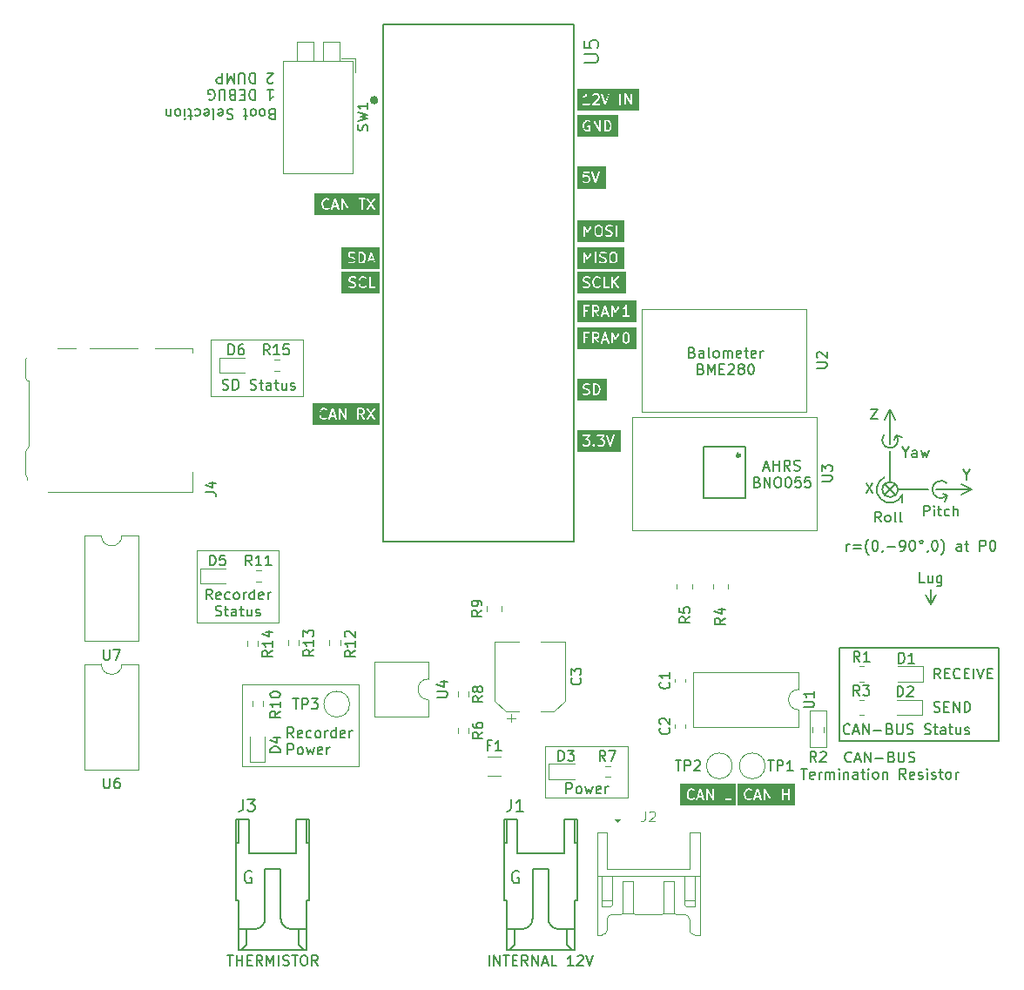
<source format=gbr>
%TF.GenerationSoftware,KiCad,Pcbnew,7.0.1-0*%
%TF.CreationDate,2023-05-24T18:21:05+09:00*%
%TF.ProjectId,SensingModule,53656e73-696e-4674-9d6f-64756c652e6b,rev?*%
%TF.SameCoordinates,Original*%
%TF.FileFunction,Legend,Top*%
%TF.FilePolarity,Positive*%
%FSLAX46Y46*%
G04 Gerber Fmt 4.6, Leading zero omitted, Abs format (unit mm)*
G04 Created by KiCad (PCBNEW 7.0.1-0) date 2023-05-24 18:21:05*
%MOMM*%
%LPD*%
G01*
G04 APERTURE LIST*
%ADD10C,0.153000*%
%ADD11C,0.100000*%
%ADD12C,0.200000*%
%ADD13C,0.300000*%
%ADD14C,0.154000*%
%ADD15C,0.150000*%
%ADD16C,0.120000*%
%ADD17C,0.127000*%
%ADD18C,0.400000*%
G04 APERTURE END LIST*
D10*
X192450000Y-109275000D02*
X191950000Y-108275000D01*
D11*
X155000000Y-123000000D02*
X163000000Y-123000000D01*
X163000000Y-128000000D01*
X155000000Y-128000000D01*
X155000000Y-123000000D01*
D12*
X170400000Y-93900000D02*
X174400000Y-93900000D01*
X174400000Y-98900000D01*
X170400000Y-98900000D01*
X170400000Y-93900000D01*
D10*
X189250000Y-98075000D02*
X192251472Y-98075000D01*
X188500000Y-97325000D02*
X188500000Y-94375000D01*
D12*
X187900000Y-92800000D02*
G75*
G03*
X189100000Y-92800000I600000J-475000D01*
G01*
X193848528Y-99275000D02*
X194048528Y-98675000D01*
D10*
X188500000Y-90275000D02*
X188000000Y-91275000D01*
D12*
X193648528Y-98475000D02*
X194048528Y-98675000D01*
D11*
X122412500Y-83500000D02*
X131412500Y-83500000D01*
X131412500Y-89000000D01*
X122412500Y-89000000D01*
X122412500Y-83500000D01*
D10*
X189250000Y-98075000D02*
G75*
G03*
X189250000Y-98075000I-750000J0D01*
G01*
X188500000Y-90275000D02*
X189000000Y-91275000D01*
D12*
X189700000Y-98575000D02*
X189700000Y-99375000D01*
D11*
X121087500Y-104000000D02*
X129087500Y-104000000D01*
X129087500Y-111000000D01*
X121087500Y-111000000D01*
X121087500Y-104000000D01*
D10*
X196448528Y-98075000D02*
X195448528Y-97575000D01*
D12*
X189100000Y-92800000D02*
X189700000Y-93000000D01*
D11*
X180700000Y-119549432D02*
X182300000Y-119549432D01*
X182300000Y-123149432D01*
X180700000Y-123149432D01*
X180700000Y-119549432D01*
D10*
X188500000Y-93675000D02*
X188500000Y-90275000D01*
D12*
X187954614Y-96893226D02*
G75*
G03*
X189700000Y-98575000I545386J-1180574D01*
G01*
D10*
X183587500Y-113500000D02*
X199087500Y-113500000D01*
X199087500Y-122500000D01*
X183587500Y-122500000D01*
X183587500Y-113500000D01*
D13*
X173900000Y-94750000D02*
G75*
G03*
X173900000Y-94750000I-150000J0D01*
G01*
D12*
X189100000Y-92800000D02*
X188900000Y-93200000D01*
D10*
X196448528Y-98075000D02*
X195448528Y-98575000D01*
X189000000Y-97575000D02*
X188000000Y-98575000D01*
X192450000Y-107775000D02*
X192450000Y-109275000D01*
D11*
X125500000Y-117000000D02*
X136800000Y-117000000D01*
X136800000Y-125000000D01*
X125500000Y-125000000D01*
X125500000Y-117000000D01*
D10*
X188000000Y-97575000D02*
X189000000Y-98575000D01*
D12*
X194048527Y-97475001D02*
G75*
G03*
X194048527Y-98674999I-600027J-599999D01*
G01*
D10*
X192450000Y-109275000D02*
X192950000Y-108275000D01*
X192948528Y-98075000D02*
X196448528Y-98075000D01*
D12*
X128352381Y-61595622D02*
X128209524Y-61548003D01*
X128209524Y-61548003D02*
X128161905Y-61500384D01*
X128161905Y-61500384D02*
X128114286Y-61405146D01*
X128114286Y-61405146D02*
X128114286Y-61262289D01*
X128114286Y-61262289D02*
X128161905Y-61167051D01*
X128161905Y-61167051D02*
X128209524Y-61119432D01*
X128209524Y-61119432D02*
X128304762Y-61071812D01*
X128304762Y-61071812D02*
X128685714Y-61071812D01*
X128685714Y-61071812D02*
X128685714Y-62071812D01*
X128685714Y-62071812D02*
X128352381Y-62071812D01*
X128352381Y-62071812D02*
X128257143Y-62024193D01*
X128257143Y-62024193D02*
X128209524Y-61976574D01*
X128209524Y-61976574D02*
X128161905Y-61881336D01*
X128161905Y-61881336D02*
X128161905Y-61786098D01*
X128161905Y-61786098D02*
X128209524Y-61690860D01*
X128209524Y-61690860D02*
X128257143Y-61643241D01*
X128257143Y-61643241D02*
X128352381Y-61595622D01*
X128352381Y-61595622D02*
X128685714Y-61595622D01*
X127542857Y-61071812D02*
X127638095Y-61119432D01*
X127638095Y-61119432D02*
X127685714Y-61167051D01*
X127685714Y-61167051D02*
X127733333Y-61262289D01*
X127733333Y-61262289D02*
X127733333Y-61548003D01*
X127733333Y-61548003D02*
X127685714Y-61643241D01*
X127685714Y-61643241D02*
X127638095Y-61690860D01*
X127638095Y-61690860D02*
X127542857Y-61738479D01*
X127542857Y-61738479D02*
X127400000Y-61738479D01*
X127400000Y-61738479D02*
X127304762Y-61690860D01*
X127304762Y-61690860D02*
X127257143Y-61643241D01*
X127257143Y-61643241D02*
X127209524Y-61548003D01*
X127209524Y-61548003D02*
X127209524Y-61262289D01*
X127209524Y-61262289D02*
X127257143Y-61167051D01*
X127257143Y-61167051D02*
X127304762Y-61119432D01*
X127304762Y-61119432D02*
X127400000Y-61071812D01*
X127400000Y-61071812D02*
X127542857Y-61071812D01*
X126638095Y-61071812D02*
X126733333Y-61119432D01*
X126733333Y-61119432D02*
X126780952Y-61167051D01*
X126780952Y-61167051D02*
X126828571Y-61262289D01*
X126828571Y-61262289D02*
X126828571Y-61548003D01*
X126828571Y-61548003D02*
X126780952Y-61643241D01*
X126780952Y-61643241D02*
X126733333Y-61690860D01*
X126733333Y-61690860D02*
X126638095Y-61738479D01*
X126638095Y-61738479D02*
X126495238Y-61738479D01*
X126495238Y-61738479D02*
X126400000Y-61690860D01*
X126400000Y-61690860D02*
X126352381Y-61643241D01*
X126352381Y-61643241D02*
X126304762Y-61548003D01*
X126304762Y-61548003D02*
X126304762Y-61262289D01*
X126304762Y-61262289D02*
X126352381Y-61167051D01*
X126352381Y-61167051D02*
X126400000Y-61119432D01*
X126400000Y-61119432D02*
X126495238Y-61071812D01*
X126495238Y-61071812D02*
X126638095Y-61071812D01*
X126019047Y-61738479D02*
X125638095Y-61738479D01*
X125876190Y-62071812D02*
X125876190Y-61214670D01*
X125876190Y-61214670D02*
X125828571Y-61119432D01*
X125828571Y-61119432D02*
X125733333Y-61071812D01*
X125733333Y-61071812D02*
X125638095Y-61071812D01*
X124590475Y-61119432D02*
X124447618Y-61071812D01*
X124447618Y-61071812D02*
X124209523Y-61071812D01*
X124209523Y-61071812D02*
X124114285Y-61119432D01*
X124114285Y-61119432D02*
X124066666Y-61167051D01*
X124066666Y-61167051D02*
X124019047Y-61262289D01*
X124019047Y-61262289D02*
X124019047Y-61357527D01*
X124019047Y-61357527D02*
X124066666Y-61452765D01*
X124066666Y-61452765D02*
X124114285Y-61500384D01*
X124114285Y-61500384D02*
X124209523Y-61548003D01*
X124209523Y-61548003D02*
X124399999Y-61595622D01*
X124399999Y-61595622D02*
X124495237Y-61643241D01*
X124495237Y-61643241D02*
X124542856Y-61690860D01*
X124542856Y-61690860D02*
X124590475Y-61786098D01*
X124590475Y-61786098D02*
X124590475Y-61881336D01*
X124590475Y-61881336D02*
X124542856Y-61976574D01*
X124542856Y-61976574D02*
X124495237Y-62024193D01*
X124495237Y-62024193D02*
X124399999Y-62071812D01*
X124399999Y-62071812D02*
X124161904Y-62071812D01*
X124161904Y-62071812D02*
X124019047Y-62024193D01*
X123209523Y-61119432D02*
X123304761Y-61071812D01*
X123304761Y-61071812D02*
X123495237Y-61071812D01*
X123495237Y-61071812D02*
X123590475Y-61119432D01*
X123590475Y-61119432D02*
X123638094Y-61214670D01*
X123638094Y-61214670D02*
X123638094Y-61595622D01*
X123638094Y-61595622D02*
X123590475Y-61690860D01*
X123590475Y-61690860D02*
X123495237Y-61738479D01*
X123495237Y-61738479D02*
X123304761Y-61738479D01*
X123304761Y-61738479D02*
X123209523Y-61690860D01*
X123209523Y-61690860D02*
X123161904Y-61595622D01*
X123161904Y-61595622D02*
X123161904Y-61500384D01*
X123161904Y-61500384D02*
X123638094Y-61405146D01*
X122590475Y-61071812D02*
X122685713Y-61119432D01*
X122685713Y-61119432D02*
X122733332Y-61214670D01*
X122733332Y-61214670D02*
X122733332Y-62071812D01*
X121828570Y-61119432D02*
X121923808Y-61071812D01*
X121923808Y-61071812D02*
X122114284Y-61071812D01*
X122114284Y-61071812D02*
X122209522Y-61119432D01*
X122209522Y-61119432D02*
X122257141Y-61214670D01*
X122257141Y-61214670D02*
X122257141Y-61595622D01*
X122257141Y-61595622D02*
X122209522Y-61690860D01*
X122209522Y-61690860D02*
X122114284Y-61738479D01*
X122114284Y-61738479D02*
X121923808Y-61738479D01*
X121923808Y-61738479D02*
X121828570Y-61690860D01*
X121828570Y-61690860D02*
X121780951Y-61595622D01*
X121780951Y-61595622D02*
X121780951Y-61500384D01*
X121780951Y-61500384D02*
X122257141Y-61405146D01*
X120923808Y-61119432D02*
X121019046Y-61071812D01*
X121019046Y-61071812D02*
X121209522Y-61071812D01*
X121209522Y-61071812D02*
X121304760Y-61119432D01*
X121304760Y-61119432D02*
X121352379Y-61167051D01*
X121352379Y-61167051D02*
X121399998Y-61262289D01*
X121399998Y-61262289D02*
X121399998Y-61548003D01*
X121399998Y-61548003D02*
X121352379Y-61643241D01*
X121352379Y-61643241D02*
X121304760Y-61690860D01*
X121304760Y-61690860D02*
X121209522Y-61738479D01*
X121209522Y-61738479D02*
X121019046Y-61738479D01*
X121019046Y-61738479D02*
X120923808Y-61690860D01*
X120638093Y-61738479D02*
X120257141Y-61738479D01*
X120495236Y-62071812D02*
X120495236Y-61214670D01*
X120495236Y-61214670D02*
X120447617Y-61119432D01*
X120447617Y-61119432D02*
X120352379Y-61071812D01*
X120352379Y-61071812D02*
X120257141Y-61071812D01*
X119923807Y-61071812D02*
X119923807Y-61738479D01*
X119923807Y-62071812D02*
X119971426Y-62024193D01*
X119971426Y-62024193D02*
X119923807Y-61976574D01*
X119923807Y-61976574D02*
X119876188Y-62024193D01*
X119876188Y-62024193D02*
X119923807Y-62071812D01*
X119923807Y-62071812D02*
X119923807Y-61976574D01*
X119304760Y-61071812D02*
X119399998Y-61119432D01*
X119399998Y-61119432D02*
X119447617Y-61167051D01*
X119447617Y-61167051D02*
X119495236Y-61262289D01*
X119495236Y-61262289D02*
X119495236Y-61548003D01*
X119495236Y-61548003D02*
X119447617Y-61643241D01*
X119447617Y-61643241D02*
X119399998Y-61690860D01*
X119399998Y-61690860D02*
X119304760Y-61738479D01*
X119304760Y-61738479D02*
X119161903Y-61738479D01*
X119161903Y-61738479D02*
X119066665Y-61690860D01*
X119066665Y-61690860D02*
X119019046Y-61643241D01*
X119019046Y-61643241D02*
X118971427Y-61548003D01*
X118971427Y-61548003D02*
X118971427Y-61262289D01*
X118971427Y-61262289D02*
X119019046Y-61167051D01*
X119019046Y-61167051D02*
X119066665Y-61119432D01*
X119066665Y-61119432D02*
X119161903Y-61071812D01*
X119161903Y-61071812D02*
X119304760Y-61071812D01*
X118542855Y-61738479D02*
X118542855Y-61071812D01*
X118542855Y-61643241D02*
X118495236Y-61690860D01*
X118495236Y-61690860D02*
X118399998Y-61738479D01*
X118399998Y-61738479D02*
X118257141Y-61738479D01*
X118257141Y-61738479D02*
X118161903Y-61690860D01*
X118161903Y-61690860D02*
X118114284Y-61595622D01*
X118114284Y-61595622D02*
X118114284Y-61071812D01*
D10*
G36*
X160030105Y-87926534D02*
G01*
X160103795Y-88000224D01*
X160142105Y-88076844D01*
X160185404Y-88250039D01*
X160185404Y-88374061D01*
X160142105Y-88547255D01*
X160103794Y-88623876D01*
X160030104Y-88697567D01*
X159916156Y-88735551D01*
X159766976Y-88735551D01*
X159766976Y-87888551D01*
X159916156Y-87888551D01*
X160030105Y-87926534D01*
G37*
G36*
X161007238Y-89413039D02*
G01*
X158127643Y-89413039D01*
X158127643Y-88011085D01*
X158611207Y-88011085D01*
X158613976Y-88017761D01*
X158613976Y-88093647D01*
X158612007Y-88111885D01*
X158618997Y-88125865D01*
X158623403Y-88140870D01*
X158628866Y-88145604D01*
X158665381Y-88218633D01*
X158668118Y-88231213D01*
X158683024Y-88246119D01*
X158697380Y-88261553D01*
X158698827Y-88261923D01*
X158724838Y-88287933D01*
X158731411Y-88299000D01*
X158750256Y-88308422D01*
X158768766Y-88318529D01*
X158770255Y-88318422D01*
X158834552Y-88350570D01*
X158840606Y-88357009D01*
X158854252Y-88360420D01*
X158856579Y-88361584D01*
X158864883Y-88363078D01*
X159044728Y-88408039D01*
X159121350Y-88446350D01*
X159151414Y-88476415D01*
X159185404Y-88544394D01*
X159185404Y-88603515D01*
X159151413Y-88671496D01*
X159121350Y-88701560D01*
X159053369Y-88735551D01*
X158845747Y-88735551D01*
X158704232Y-88688379D01*
X158670793Y-88687170D01*
X158632147Y-88710076D01*
X158612020Y-88750241D01*
X158616801Y-88794910D01*
X158644974Y-88829903D01*
X158800042Y-88881592D01*
X158810870Y-88888551D01*
X158831940Y-88888551D01*
X158853015Y-88889313D01*
X158854301Y-88888551D01*
X159067310Y-88888551D01*
X159085548Y-88890520D01*
X159099528Y-88883529D01*
X159114533Y-88879124D01*
X159119267Y-88873660D01*
X159192296Y-88837145D01*
X159204877Y-88834409D01*
X159215887Y-88823398D01*
X159611558Y-88823398D01*
X159618616Y-88838853D01*
X159623403Y-88855156D01*
X159627801Y-88858967D01*
X159630220Y-88864263D01*
X159644514Y-88873449D01*
X159657355Y-88884576D01*
X159663116Y-88885404D01*
X159668013Y-88888551D01*
X159685004Y-88888551D01*
X159701823Y-88890969D01*
X159707118Y-88888551D01*
X159918978Y-88888551D01*
X159931452Y-88891729D01*
X159951449Y-88885062D01*
X159971676Y-88879124D01*
X159972654Y-88877994D01*
X160091711Y-88838308D01*
X160109638Y-88834409D01*
X160120692Y-88823354D01*
X160133531Y-88814432D01*
X160136294Y-88807752D01*
X160213976Y-88730069D01*
X160225044Y-88723496D01*
X160234468Y-88704647D01*
X160244574Y-88686140D01*
X160244467Y-88684649D01*
X160276614Y-88620354D01*
X160283053Y-88614301D01*
X160286464Y-88600654D01*
X160287628Y-88598328D01*
X160289122Y-88590023D01*
X160333066Y-88414246D01*
X160338404Y-88405942D01*
X160338404Y-88392898D01*
X160338788Y-88391362D01*
X160338404Y-88381915D01*
X160338404Y-88253212D01*
X160341568Y-88243860D01*
X160338404Y-88231204D01*
X160338404Y-88229622D01*
X160335742Y-88220557D01*
X160291805Y-88044810D01*
X160292754Y-88036025D01*
X160286464Y-88023446D01*
X160285833Y-88020920D01*
X160281559Y-88013635D01*
X160239379Y-87929275D01*
X160236643Y-87916698D01*
X160221747Y-87901802D01*
X160207381Y-87886358D01*
X160205932Y-87885987D01*
X160128433Y-87808488D01*
X160116929Y-87794199D01*
X160102099Y-87789255D01*
X160088376Y-87781762D01*
X160081165Y-87782277D01*
X159961861Y-87742509D01*
X159951034Y-87735551D01*
X159929964Y-87735551D01*
X159908888Y-87734789D01*
X159907602Y-87735551D01*
X159695948Y-87735551D01*
X159679129Y-87733133D01*
X159663673Y-87740191D01*
X159647371Y-87744978D01*
X159643559Y-87749376D01*
X159638264Y-87751795D01*
X159629077Y-87766089D01*
X159617951Y-87778930D01*
X159617122Y-87784691D01*
X159613976Y-87789588D01*
X159613976Y-87806579D01*
X159611558Y-87823398D01*
X159613976Y-87828693D01*
X159613976Y-88806579D01*
X159611558Y-88823398D01*
X159215887Y-88823398D01*
X159219788Y-88819497D01*
X159235216Y-88805147D01*
X159235586Y-88803698D01*
X159261595Y-88777688D01*
X159272663Y-88771115D01*
X159282087Y-88752266D01*
X159292193Y-88733759D01*
X159292086Y-88732268D01*
X159328484Y-88659472D01*
X159338404Y-88644037D01*
X159338404Y-88628403D01*
X159341173Y-88613016D01*
X159338404Y-88606340D01*
X159338404Y-88530453D01*
X159340373Y-88512215D01*
X159333382Y-88498233D01*
X159328977Y-88483231D01*
X159323514Y-88478497D01*
X159286998Y-88405465D01*
X159284262Y-88392888D01*
X159269366Y-88377992D01*
X159255000Y-88362548D01*
X159253551Y-88362177D01*
X159227542Y-88336168D01*
X159220969Y-88325101D01*
X159202124Y-88315678D01*
X159183614Y-88305571D01*
X159182122Y-88305677D01*
X159117827Y-88273530D01*
X159111774Y-88267092D01*
X159098128Y-88263680D01*
X159095801Y-88262517D01*
X159087495Y-88261022D01*
X158907652Y-88216061D01*
X158831029Y-88177750D01*
X158800967Y-88147688D01*
X158766976Y-88079706D01*
X158766976Y-88020586D01*
X158800966Y-87952604D01*
X158831031Y-87922540D01*
X158899010Y-87888551D01*
X159106632Y-87888551D01*
X159248148Y-87935723D01*
X159281586Y-87936932D01*
X159320233Y-87914026D01*
X159340360Y-87873861D01*
X159335578Y-87829192D01*
X159307405Y-87794199D01*
X159152337Y-87742509D01*
X159141510Y-87735551D01*
X159120440Y-87735551D01*
X159099364Y-87734789D01*
X159098078Y-87735551D01*
X158885069Y-87735551D01*
X158866831Y-87733582D01*
X158852849Y-87740572D01*
X158837847Y-87744978D01*
X158833113Y-87750440D01*
X158760081Y-87786956D01*
X158747504Y-87789693D01*
X158732608Y-87804588D01*
X158717164Y-87818955D01*
X158716793Y-87820403D01*
X158690784Y-87846412D01*
X158679717Y-87852986D01*
X158670294Y-87871830D01*
X158660187Y-87890341D01*
X158660293Y-87891832D01*
X158623895Y-87964628D01*
X158613976Y-87980064D01*
X158613976Y-87995698D01*
X158611207Y-88011085D01*
X158127643Y-88011085D01*
X158127643Y-87285825D01*
X161007238Y-87285825D01*
X161007238Y-89413039D01*
G37*
G36*
X134679575Y-70449836D02*
G01*
X134415662Y-70449836D01*
X134547618Y-70053966D01*
X134679575Y-70449836D01*
G37*
G36*
X138872357Y-71413039D02*
G01*
X132564190Y-71413039D01*
X132564190Y-70380241D01*
X133229859Y-70380241D01*
X133233023Y-70392897D01*
X133233023Y-70394479D01*
X133235684Y-70403544D01*
X133279621Y-70579289D01*
X133278673Y-70588075D01*
X133284962Y-70600653D01*
X133285594Y-70603180D01*
X133289867Y-70610464D01*
X133332046Y-70694821D01*
X133334783Y-70707403D01*
X133349702Y-70722323D01*
X133364046Y-70737743D01*
X133365492Y-70738112D01*
X133442991Y-70815612D01*
X133454497Y-70829903D01*
X133469327Y-70834846D01*
X133483051Y-70842340D01*
X133490260Y-70841824D01*
X133609565Y-70881592D01*
X133620393Y-70888551D01*
X133641463Y-70888551D01*
X133662538Y-70889313D01*
X133663824Y-70888551D01*
X133728501Y-70888551D01*
X133740975Y-70891729D01*
X133760972Y-70885062D01*
X133781199Y-70879124D01*
X133782177Y-70877994D01*
X133901232Y-70838309D01*
X133919162Y-70834409D01*
X133921837Y-70831734D01*
X134137023Y-70831734D01*
X134159929Y-70870380D01*
X134200094Y-70890507D01*
X134244763Y-70885726D01*
X134279756Y-70857553D01*
X134364662Y-70602836D01*
X134730575Y-70602836D01*
X134811855Y-70846677D01*
X134830951Y-70874154D01*
X134872464Y-70891328D01*
X134916672Y-70883331D01*
X134949538Y-70852704D01*
X134960629Y-70809169D01*
X134864009Y-70519310D01*
X134864631Y-70514989D01*
X134856996Y-70498271D01*
X134634406Y-69830502D01*
X135136720Y-69830502D01*
X135137785Y-69832366D01*
X135137785Y-70823051D01*
X135147212Y-70855156D01*
X135181164Y-70884576D01*
X135225632Y-70890969D01*
X135266497Y-70872307D01*
X135290785Y-70834514D01*
X135290785Y-70100116D01*
X135714839Y-70842212D01*
X135718640Y-70855156D01*
X135734112Y-70868562D01*
X135748863Y-70882754D01*
X135750969Y-70883169D01*
X135752592Y-70884576D01*
X135772852Y-70887488D01*
X135792938Y-70891453D01*
X135794935Y-70890663D01*
X135797060Y-70890969D01*
X135815687Y-70882462D01*
X135834719Y-70874941D01*
X135835971Y-70873199D01*
X135837925Y-70872307D01*
X135848993Y-70855083D01*
X135860941Y-70838464D01*
X135861052Y-70836319D01*
X135862213Y-70834514D01*
X135862213Y-70814045D01*
X135863278Y-70793600D01*
X135862213Y-70791736D01*
X135862213Y-69823398D01*
X136802034Y-69823398D01*
X136820696Y-69864263D01*
X136858489Y-69888551D01*
X137090166Y-69888551D01*
X137090166Y-70823051D01*
X137099593Y-70855156D01*
X137133545Y-70884576D01*
X137178013Y-70890969D01*
X137218878Y-70872307D01*
X137243166Y-70834514D01*
X137243166Y-70810711D01*
X137610758Y-70810711D01*
X137622688Y-70854023D01*
X137656141Y-70884009D01*
X137700495Y-70891149D01*
X137741668Y-70873176D01*
X138023809Y-70449963D01*
X138299592Y-70863638D01*
X138325244Y-70885122D01*
X138369813Y-70890768D01*
X138410359Y-70871421D01*
X138434009Y-70833225D01*
X138433254Y-70788307D01*
X138115750Y-70312051D01*
X138426896Y-69845333D01*
X138436860Y-69813391D01*
X138424930Y-69770079D01*
X138391476Y-69740093D01*
X138347123Y-69732953D01*
X138305950Y-69750926D01*
X138023808Y-70174138D01*
X137748026Y-69760464D01*
X137722374Y-69738980D01*
X137677805Y-69733334D01*
X137637259Y-69752681D01*
X137613609Y-69790877D01*
X137614364Y-69835795D01*
X137931867Y-70312050D01*
X137620722Y-70778769D01*
X137610758Y-70810711D01*
X137243166Y-70810711D01*
X137243166Y-69888551D01*
X137463380Y-69888551D01*
X137495485Y-69879124D01*
X137524905Y-69845172D01*
X137531298Y-69800704D01*
X137512636Y-69759839D01*
X137474843Y-69735551D01*
X137172138Y-69735551D01*
X137155319Y-69733133D01*
X137150024Y-69735551D01*
X136869952Y-69735551D01*
X136837847Y-69744978D01*
X136808427Y-69778930D01*
X136802034Y-69823398D01*
X135862213Y-69823398D01*
X135862213Y-69801051D01*
X135852786Y-69768946D01*
X135818834Y-69739526D01*
X135774366Y-69733133D01*
X135733501Y-69751795D01*
X135709213Y-69789588D01*
X135709213Y-70523986D01*
X135285158Y-69781889D01*
X135281358Y-69768946D01*
X135265885Y-69755539D01*
X135251135Y-69741348D01*
X135249028Y-69740932D01*
X135247406Y-69739526D01*
X135227145Y-69736613D01*
X135207060Y-69732649D01*
X135205062Y-69733438D01*
X135202938Y-69733133D01*
X135184310Y-69741639D01*
X135165279Y-69749161D01*
X135164027Y-69750902D01*
X135162073Y-69751795D01*
X135151000Y-69769023D01*
X135139057Y-69785639D01*
X135138945Y-69787782D01*
X135137785Y-69789588D01*
X135137785Y-69810057D01*
X135136720Y-69830502D01*
X134634406Y-69830502D01*
X134624568Y-69800987D01*
X134624880Y-69792369D01*
X134617603Y-69780091D01*
X134616714Y-69777424D01*
X134612013Y-69770661D01*
X134601974Y-69753722D01*
X134599314Y-69752389D01*
X134597618Y-69749948D01*
X134579413Y-69742416D01*
X134561809Y-69733595D01*
X134558854Y-69733911D01*
X134556105Y-69732774D01*
X134536716Y-69736281D01*
X134517140Y-69738377D01*
X134514824Y-69740241D01*
X134511897Y-69740771D01*
X134497483Y-69754202D01*
X134482147Y-69766550D01*
X134481206Y-69769370D01*
X134479031Y-69771398D01*
X134474167Y-69790489D01*
X134241755Y-70487724D01*
X134236998Y-70493215D01*
X134234777Y-70508657D01*
X134138232Y-70798295D01*
X134137023Y-70831734D01*
X133921837Y-70831734D01*
X133930217Y-70823352D01*
X133943054Y-70814432D01*
X133945817Y-70807753D01*
X133990442Y-70763127D01*
X134006478Y-70733759D01*
X134003273Y-70688948D01*
X133976349Y-70652985D01*
X133934257Y-70637285D01*
X133890359Y-70646835D01*
X133839627Y-70697567D01*
X133725679Y-70735551D01*
X133655270Y-70735551D01*
X133541322Y-70697568D01*
X133467632Y-70623876D01*
X133429321Y-70547255D01*
X133386023Y-70374061D01*
X133386023Y-70250040D01*
X133429321Y-70076845D01*
X133467633Y-70000223D01*
X133541322Y-69926533D01*
X133655270Y-69888551D01*
X133725679Y-69888551D01*
X133839627Y-69926533D01*
X133882254Y-69969161D01*
X133911622Y-69985196D01*
X133956433Y-69981992D01*
X133992397Y-69955069D01*
X134008097Y-69912977D01*
X133998547Y-69869079D01*
X133937956Y-69808488D01*
X133926452Y-69794199D01*
X133911622Y-69789255D01*
X133897899Y-69781762D01*
X133890688Y-69782277D01*
X133771384Y-69742509D01*
X133760557Y-69735551D01*
X133739487Y-69735551D01*
X133718411Y-69734789D01*
X133717125Y-69735551D01*
X133652448Y-69735551D01*
X133639974Y-69732373D01*
X133619968Y-69739041D01*
X133599751Y-69744978D01*
X133598772Y-69746106D01*
X133479713Y-69785793D01*
X133461789Y-69789693D01*
X133450735Y-69800746D01*
X133437896Y-69809670D01*
X133435132Y-69816349D01*
X133357450Y-69894031D01*
X133346383Y-69900605D01*
X133336960Y-69919449D01*
X133326853Y-69937960D01*
X133326959Y-69939451D01*
X133294812Y-70003746D01*
X133288374Y-70009800D01*
X133284962Y-70023446D01*
X133283799Y-70025773D01*
X133282304Y-70034078D01*
X133238360Y-70209853D01*
X133233023Y-70218159D01*
X133233023Y-70231204D01*
X133232639Y-70232740D01*
X133233023Y-70242187D01*
X133233023Y-70370889D01*
X133229859Y-70380241D01*
X132564190Y-70380241D01*
X132564190Y-69285825D01*
X138872357Y-69285825D01*
X138872357Y-71413039D01*
G37*
D12*
X130509523Y-122207051D02*
X130176190Y-121730860D01*
X129938095Y-122207051D02*
X129938095Y-121207051D01*
X129938095Y-121207051D02*
X130319047Y-121207051D01*
X130319047Y-121207051D02*
X130414285Y-121254670D01*
X130414285Y-121254670D02*
X130461904Y-121302289D01*
X130461904Y-121302289D02*
X130509523Y-121397527D01*
X130509523Y-121397527D02*
X130509523Y-121540384D01*
X130509523Y-121540384D02*
X130461904Y-121635622D01*
X130461904Y-121635622D02*
X130414285Y-121683241D01*
X130414285Y-121683241D02*
X130319047Y-121730860D01*
X130319047Y-121730860D02*
X129938095Y-121730860D01*
X131319047Y-122159432D02*
X131223809Y-122207051D01*
X131223809Y-122207051D02*
X131033333Y-122207051D01*
X131033333Y-122207051D02*
X130938095Y-122159432D01*
X130938095Y-122159432D02*
X130890476Y-122064193D01*
X130890476Y-122064193D02*
X130890476Y-121683241D01*
X130890476Y-121683241D02*
X130938095Y-121588003D01*
X130938095Y-121588003D02*
X131033333Y-121540384D01*
X131033333Y-121540384D02*
X131223809Y-121540384D01*
X131223809Y-121540384D02*
X131319047Y-121588003D01*
X131319047Y-121588003D02*
X131366666Y-121683241D01*
X131366666Y-121683241D02*
X131366666Y-121778479D01*
X131366666Y-121778479D02*
X130890476Y-121873717D01*
X132223809Y-122159432D02*
X132128571Y-122207051D01*
X132128571Y-122207051D02*
X131938095Y-122207051D01*
X131938095Y-122207051D02*
X131842857Y-122159432D01*
X131842857Y-122159432D02*
X131795238Y-122111812D01*
X131795238Y-122111812D02*
X131747619Y-122016574D01*
X131747619Y-122016574D02*
X131747619Y-121730860D01*
X131747619Y-121730860D02*
X131795238Y-121635622D01*
X131795238Y-121635622D02*
X131842857Y-121588003D01*
X131842857Y-121588003D02*
X131938095Y-121540384D01*
X131938095Y-121540384D02*
X132128571Y-121540384D01*
X132128571Y-121540384D02*
X132223809Y-121588003D01*
X132795238Y-122207051D02*
X132700000Y-122159432D01*
X132700000Y-122159432D02*
X132652381Y-122111812D01*
X132652381Y-122111812D02*
X132604762Y-122016574D01*
X132604762Y-122016574D02*
X132604762Y-121730860D01*
X132604762Y-121730860D02*
X132652381Y-121635622D01*
X132652381Y-121635622D02*
X132700000Y-121588003D01*
X132700000Y-121588003D02*
X132795238Y-121540384D01*
X132795238Y-121540384D02*
X132938095Y-121540384D01*
X132938095Y-121540384D02*
X133033333Y-121588003D01*
X133033333Y-121588003D02*
X133080952Y-121635622D01*
X133080952Y-121635622D02*
X133128571Y-121730860D01*
X133128571Y-121730860D02*
X133128571Y-122016574D01*
X133128571Y-122016574D02*
X133080952Y-122111812D01*
X133080952Y-122111812D02*
X133033333Y-122159432D01*
X133033333Y-122159432D02*
X132938095Y-122207051D01*
X132938095Y-122207051D02*
X132795238Y-122207051D01*
X133557143Y-122207051D02*
X133557143Y-121540384D01*
X133557143Y-121730860D02*
X133604762Y-121635622D01*
X133604762Y-121635622D02*
X133652381Y-121588003D01*
X133652381Y-121588003D02*
X133747619Y-121540384D01*
X133747619Y-121540384D02*
X133842857Y-121540384D01*
X134604762Y-122207051D02*
X134604762Y-121207051D01*
X134604762Y-122159432D02*
X134509524Y-122207051D01*
X134509524Y-122207051D02*
X134319048Y-122207051D01*
X134319048Y-122207051D02*
X134223810Y-122159432D01*
X134223810Y-122159432D02*
X134176191Y-122111812D01*
X134176191Y-122111812D02*
X134128572Y-122016574D01*
X134128572Y-122016574D02*
X134128572Y-121730860D01*
X134128572Y-121730860D02*
X134176191Y-121635622D01*
X134176191Y-121635622D02*
X134223810Y-121588003D01*
X134223810Y-121588003D02*
X134319048Y-121540384D01*
X134319048Y-121540384D02*
X134509524Y-121540384D01*
X134509524Y-121540384D02*
X134604762Y-121588003D01*
X135461905Y-122159432D02*
X135366667Y-122207051D01*
X135366667Y-122207051D02*
X135176191Y-122207051D01*
X135176191Y-122207051D02*
X135080953Y-122159432D01*
X135080953Y-122159432D02*
X135033334Y-122064193D01*
X135033334Y-122064193D02*
X135033334Y-121683241D01*
X135033334Y-121683241D02*
X135080953Y-121588003D01*
X135080953Y-121588003D02*
X135176191Y-121540384D01*
X135176191Y-121540384D02*
X135366667Y-121540384D01*
X135366667Y-121540384D02*
X135461905Y-121588003D01*
X135461905Y-121588003D02*
X135509524Y-121683241D01*
X135509524Y-121683241D02*
X135509524Y-121778479D01*
X135509524Y-121778479D02*
X135033334Y-121873717D01*
X135938096Y-122207051D02*
X135938096Y-121540384D01*
X135938096Y-121730860D02*
X135985715Y-121635622D01*
X135985715Y-121635622D02*
X136033334Y-121588003D01*
X136033334Y-121588003D02*
X136128572Y-121540384D01*
X136128572Y-121540384D02*
X136223810Y-121540384D01*
X129938095Y-123827051D02*
X129938095Y-122827051D01*
X129938095Y-122827051D02*
X130319047Y-122827051D01*
X130319047Y-122827051D02*
X130414285Y-122874670D01*
X130414285Y-122874670D02*
X130461904Y-122922289D01*
X130461904Y-122922289D02*
X130509523Y-123017527D01*
X130509523Y-123017527D02*
X130509523Y-123160384D01*
X130509523Y-123160384D02*
X130461904Y-123255622D01*
X130461904Y-123255622D02*
X130414285Y-123303241D01*
X130414285Y-123303241D02*
X130319047Y-123350860D01*
X130319047Y-123350860D02*
X129938095Y-123350860D01*
X131080952Y-123827051D02*
X130985714Y-123779432D01*
X130985714Y-123779432D02*
X130938095Y-123731812D01*
X130938095Y-123731812D02*
X130890476Y-123636574D01*
X130890476Y-123636574D02*
X130890476Y-123350860D01*
X130890476Y-123350860D02*
X130938095Y-123255622D01*
X130938095Y-123255622D02*
X130985714Y-123208003D01*
X130985714Y-123208003D02*
X131080952Y-123160384D01*
X131080952Y-123160384D02*
X131223809Y-123160384D01*
X131223809Y-123160384D02*
X131319047Y-123208003D01*
X131319047Y-123208003D02*
X131366666Y-123255622D01*
X131366666Y-123255622D02*
X131414285Y-123350860D01*
X131414285Y-123350860D02*
X131414285Y-123636574D01*
X131414285Y-123636574D02*
X131366666Y-123731812D01*
X131366666Y-123731812D02*
X131319047Y-123779432D01*
X131319047Y-123779432D02*
X131223809Y-123827051D01*
X131223809Y-123827051D02*
X131080952Y-123827051D01*
X131747619Y-123160384D02*
X131938095Y-123827051D01*
X131938095Y-123827051D02*
X132128571Y-123350860D01*
X132128571Y-123350860D02*
X132319047Y-123827051D01*
X132319047Y-123827051D02*
X132509523Y-123160384D01*
X133271428Y-123779432D02*
X133176190Y-123827051D01*
X133176190Y-123827051D02*
X132985714Y-123827051D01*
X132985714Y-123827051D02*
X132890476Y-123779432D01*
X132890476Y-123779432D02*
X132842857Y-123684193D01*
X132842857Y-123684193D02*
X132842857Y-123303241D01*
X132842857Y-123303241D02*
X132890476Y-123208003D01*
X132890476Y-123208003D02*
X132985714Y-123160384D01*
X132985714Y-123160384D02*
X133176190Y-123160384D01*
X133176190Y-123160384D02*
X133271428Y-123208003D01*
X133271428Y-123208003D02*
X133319047Y-123303241D01*
X133319047Y-123303241D02*
X133319047Y-123398479D01*
X133319047Y-123398479D02*
X132842857Y-123493717D01*
X133747619Y-123827051D02*
X133747619Y-123160384D01*
X133747619Y-123350860D02*
X133795238Y-123255622D01*
X133795238Y-123255622D02*
X133842857Y-123208003D01*
X133842857Y-123208003D02*
X133938095Y-123160384D01*
X133938095Y-123160384D02*
X134033333Y-123160384D01*
D10*
G36*
X161125343Y-62326534D02*
G01*
X161199033Y-62400224D01*
X161237343Y-62476844D01*
X161280642Y-62650039D01*
X161280642Y-62774061D01*
X161237343Y-62947255D01*
X161199032Y-63023876D01*
X161125342Y-63097567D01*
X161011394Y-63135551D01*
X160862214Y-63135551D01*
X160862214Y-62288551D01*
X161011394Y-62288551D01*
X161125343Y-62326534D01*
G37*
G36*
X162102476Y-63813039D02*
G01*
X158127643Y-63813039D01*
X158127643Y-62780241D01*
X158610812Y-62780241D01*
X158613976Y-62792897D01*
X158613976Y-62794479D01*
X158616637Y-62803544D01*
X158660574Y-62979289D01*
X158659626Y-62988075D01*
X158665915Y-63000653D01*
X158666547Y-63003180D01*
X158670820Y-63010464D01*
X158712999Y-63094821D01*
X158715736Y-63107403D01*
X158730655Y-63122323D01*
X158744999Y-63137743D01*
X158746445Y-63138112D01*
X158823944Y-63215612D01*
X158835450Y-63229903D01*
X158850280Y-63234846D01*
X158864004Y-63242340D01*
X158871213Y-63241824D01*
X158990518Y-63281592D01*
X159001346Y-63288551D01*
X159022416Y-63288551D01*
X159043491Y-63289313D01*
X159044777Y-63288551D01*
X159109454Y-63288551D01*
X159121928Y-63291729D01*
X159141925Y-63285062D01*
X159162152Y-63279124D01*
X159163130Y-63277994D01*
X159282185Y-63238309D01*
X159300115Y-63234409D01*
X159311170Y-63223352D01*
X159324007Y-63214432D01*
X159326770Y-63207753D01*
X159353856Y-63180665D01*
X159361735Y-63177068D01*
X159369434Y-63165088D01*
X159371395Y-63163127D01*
X159375354Y-63155875D01*
X159386023Y-63139275D01*
X159386023Y-63136338D01*
X159387431Y-63133759D01*
X159386023Y-63114073D01*
X159386023Y-62788951D01*
X159388441Y-62772132D01*
X159381382Y-62756676D01*
X159376596Y-62740374D01*
X159372197Y-62736562D01*
X159369779Y-62731267D01*
X159355484Y-62722080D01*
X159342644Y-62710954D01*
X159336882Y-62710125D01*
X159331986Y-62706979D01*
X159314995Y-62706979D01*
X159298176Y-62704561D01*
X159292881Y-62706979D01*
X159108047Y-62706979D01*
X159075942Y-62716406D01*
X159046522Y-62750358D01*
X159040129Y-62794826D01*
X159058791Y-62835691D01*
X159096584Y-62859979D01*
X159233023Y-62859979D01*
X159233023Y-63085125D01*
X159220580Y-63097567D01*
X159106632Y-63135551D01*
X159036223Y-63135551D01*
X158922275Y-63097568D01*
X158848585Y-63023876D01*
X158810274Y-62947255D01*
X158766976Y-62774061D01*
X158766976Y-62650040D01*
X158810274Y-62476845D01*
X158848586Y-62400223D01*
X158922275Y-62326533D01*
X159036223Y-62288551D01*
X159148607Y-62288551D01*
X159237531Y-62333013D01*
X159270462Y-62338939D01*
X159311960Y-62321728D01*
X159337565Y-62284814D01*
X159339148Y-62239917D01*
X159333556Y-62230502D01*
X159660530Y-62230502D01*
X159661595Y-62232366D01*
X159661595Y-63223051D01*
X159671022Y-63255156D01*
X159704974Y-63284576D01*
X159749442Y-63290969D01*
X159790307Y-63272307D01*
X159814595Y-63234514D01*
X159814595Y-62500116D01*
X160238649Y-63242212D01*
X160242450Y-63255156D01*
X160257922Y-63268562D01*
X160272673Y-63282754D01*
X160274779Y-63283169D01*
X160276402Y-63284576D01*
X160296662Y-63287488D01*
X160316748Y-63291453D01*
X160318745Y-63290663D01*
X160320870Y-63290969D01*
X160339497Y-63282462D01*
X160358529Y-63274941D01*
X160359781Y-63273199D01*
X160361735Y-63272307D01*
X160372803Y-63255083D01*
X160384751Y-63238464D01*
X160384862Y-63236319D01*
X160386023Y-63234514D01*
X160386023Y-63223398D01*
X160706796Y-63223398D01*
X160713854Y-63238853D01*
X160718641Y-63255156D01*
X160723039Y-63258967D01*
X160725458Y-63264263D01*
X160739752Y-63273449D01*
X160752593Y-63284576D01*
X160758354Y-63285404D01*
X160763251Y-63288551D01*
X160780242Y-63288551D01*
X160797061Y-63290969D01*
X160802356Y-63288551D01*
X161014216Y-63288551D01*
X161026690Y-63291729D01*
X161046687Y-63285062D01*
X161066914Y-63279124D01*
X161067892Y-63277994D01*
X161186949Y-63238308D01*
X161204876Y-63234409D01*
X161215930Y-63223354D01*
X161228769Y-63214432D01*
X161231532Y-63207752D01*
X161309214Y-63130069D01*
X161320282Y-63123496D01*
X161329706Y-63104647D01*
X161339812Y-63086140D01*
X161339705Y-63084649D01*
X161371852Y-63020354D01*
X161378291Y-63014301D01*
X161381702Y-63000654D01*
X161382866Y-62998328D01*
X161384360Y-62990023D01*
X161428304Y-62814246D01*
X161433642Y-62805942D01*
X161433642Y-62792898D01*
X161434026Y-62791362D01*
X161433642Y-62781915D01*
X161433642Y-62653212D01*
X161436806Y-62643860D01*
X161433642Y-62631204D01*
X161433642Y-62629622D01*
X161430980Y-62620557D01*
X161387043Y-62444810D01*
X161387992Y-62436025D01*
X161381702Y-62423446D01*
X161381071Y-62420920D01*
X161376797Y-62413635D01*
X161334617Y-62329275D01*
X161331881Y-62316698D01*
X161316985Y-62301802D01*
X161302619Y-62286358D01*
X161301170Y-62285987D01*
X161223671Y-62208488D01*
X161212167Y-62194199D01*
X161197337Y-62189255D01*
X161183614Y-62181762D01*
X161176403Y-62182277D01*
X161057099Y-62142509D01*
X161046272Y-62135551D01*
X161025202Y-62135551D01*
X161004126Y-62134789D01*
X161002840Y-62135551D01*
X160791186Y-62135551D01*
X160774367Y-62133133D01*
X160758911Y-62140191D01*
X160742609Y-62144978D01*
X160738797Y-62149376D01*
X160733502Y-62151795D01*
X160724315Y-62166089D01*
X160713189Y-62178930D01*
X160712360Y-62184691D01*
X160709214Y-62189588D01*
X160709214Y-62206579D01*
X160706796Y-62223398D01*
X160709214Y-62228693D01*
X160709214Y-63206579D01*
X160706796Y-63223398D01*
X160386023Y-63223398D01*
X160386023Y-63214045D01*
X160387088Y-63193600D01*
X160386023Y-63191736D01*
X160386023Y-62201051D01*
X160376596Y-62168946D01*
X160342644Y-62139526D01*
X160298176Y-62133133D01*
X160257311Y-62151795D01*
X160233023Y-62189588D01*
X160233023Y-62923986D01*
X159808968Y-62181889D01*
X159805168Y-62168946D01*
X159789695Y-62155539D01*
X159774945Y-62141348D01*
X159772838Y-62140932D01*
X159771216Y-62139526D01*
X159750955Y-62136613D01*
X159730870Y-62132649D01*
X159728872Y-62133438D01*
X159726748Y-62133133D01*
X159708120Y-62141639D01*
X159689089Y-62149161D01*
X159687837Y-62150902D01*
X159685883Y-62151795D01*
X159674810Y-62169023D01*
X159662867Y-62185639D01*
X159662755Y-62187782D01*
X159661595Y-62189588D01*
X159661595Y-62210057D01*
X159660530Y-62230502D01*
X159333556Y-62230502D01*
X159316207Y-62201292D01*
X159204564Y-62145470D01*
X159189129Y-62135551D01*
X159173495Y-62135551D01*
X159158108Y-62132782D01*
X159151432Y-62135551D01*
X159033401Y-62135551D01*
X159020927Y-62132373D01*
X159000921Y-62139041D01*
X158980704Y-62144978D01*
X158979725Y-62146106D01*
X158860666Y-62185793D01*
X158842742Y-62189693D01*
X158831688Y-62200746D01*
X158818849Y-62209670D01*
X158816085Y-62216349D01*
X158738403Y-62294031D01*
X158727336Y-62300605D01*
X158717913Y-62319449D01*
X158707806Y-62337960D01*
X158707912Y-62339451D01*
X158675765Y-62403746D01*
X158669327Y-62409800D01*
X158665915Y-62423446D01*
X158664752Y-62425773D01*
X158663257Y-62434078D01*
X158619313Y-62609853D01*
X158613976Y-62618159D01*
X158613976Y-62631204D01*
X158613592Y-62632740D01*
X158613976Y-62642187D01*
X158613976Y-62770889D01*
X158610812Y-62780241D01*
X158127643Y-62780241D01*
X158127643Y-61685825D01*
X162102476Y-61685825D01*
X162102476Y-63813039D01*
G37*
X191781861Y-100637619D02*
X191781861Y-99637619D01*
X191781861Y-99637619D02*
X192162813Y-99637619D01*
X192162813Y-99637619D02*
X192258051Y-99685238D01*
X192258051Y-99685238D02*
X192305670Y-99732857D01*
X192305670Y-99732857D02*
X192353289Y-99828095D01*
X192353289Y-99828095D02*
X192353289Y-99970952D01*
X192353289Y-99970952D02*
X192305670Y-100066190D01*
X192305670Y-100066190D02*
X192258051Y-100113809D01*
X192258051Y-100113809D02*
X192162813Y-100161428D01*
X192162813Y-100161428D02*
X191781861Y-100161428D01*
X192781861Y-100637619D02*
X192781861Y-99970952D01*
X192781861Y-99637619D02*
X192734242Y-99685238D01*
X192734242Y-99685238D02*
X192781861Y-99732857D01*
X192781861Y-99732857D02*
X192829480Y-99685238D01*
X192829480Y-99685238D02*
X192781861Y-99637619D01*
X192781861Y-99637619D02*
X192781861Y-99732857D01*
X193115194Y-99970952D02*
X193496146Y-99970952D01*
X193258051Y-99637619D02*
X193258051Y-100494761D01*
X193258051Y-100494761D02*
X193305670Y-100590000D01*
X193305670Y-100590000D02*
X193400908Y-100637619D01*
X193400908Y-100637619D02*
X193496146Y-100637619D01*
X194258051Y-100590000D02*
X194162813Y-100637619D01*
X194162813Y-100637619D02*
X193972337Y-100637619D01*
X193972337Y-100637619D02*
X193877099Y-100590000D01*
X193877099Y-100590000D02*
X193829480Y-100542380D01*
X193829480Y-100542380D02*
X193781861Y-100447142D01*
X193781861Y-100447142D02*
X193781861Y-100161428D01*
X193781861Y-100161428D02*
X193829480Y-100066190D01*
X193829480Y-100066190D02*
X193877099Y-100018571D01*
X193877099Y-100018571D02*
X193972337Y-99970952D01*
X193972337Y-99970952D02*
X194162813Y-99970952D01*
X194162813Y-99970952D02*
X194258051Y-100018571D01*
X194686623Y-100637619D02*
X194686623Y-99637619D01*
X195115194Y-100637619D02*
X195115194Y-100113809D01*
X195115194Y-100113809D02*
X195067575Y-100018571D01*
X195067575Y-100018571D02*
X194972337Y-99970952D01*
X194972337Y-99970952D02*
X194829480Y-99970952D01*
X194829480Y-99970952D02*
X194734242Y-100018571D01*
X194734242Y-100018571D02*
X194686623Y-100066190D01*
G36*
X175746242Y-127849836D02*
G01*
X175482329Y-127849836D01*
X175614285Y-127453966D01*
X175746242Y-127849836D01*
G37*
G36*
X179272357Y-128813039D02*
G01*
X173630857Y-128813039D01*
X173630857Y-127780241D01*
X174296526Y-127780241D01*
X174299690Y-127792897D01*
X174299690Y-127794479D01*
X174302351Y-127803544D01*
X174346288Y-127979289D01*
X174345340Y-127988075D01*
X174351629Y-128000653D01*
X174352261Y-128003180D01*
X174356534Y-128010464D01*
X174398713Y-128094821D01*
X174401450Y-128107403D01*
X174416369Y-128122323D01*
X174430713Y-128137743D01*
X174432159Y-128138112D01*
X174509658Y-128215612D01*
X174521164Y-128229903D01*
X174535994Y-128234846D01*
X174549718Y-128242340D01*
X174556927Y-128241824D01*
X174676232Y-128281592D01*
X174687060Y-128288551D01*
X174708130Y-128288551D01*
X174729205Y-128289313D01*
X174730491Y-128288551D01*
X174795168Y-128288551D01*
X174807642Y-128291729D01*
X174827639Y-128285062D01*
X174847866Y-128279124D01*
X174848844Y-128277994D01*
X174967899Y-128238309D01*
X174985829Y-128234409D01*
X174988504Y-128231734D01*
X175203690Y-128231734D01*
X175226596Y-128270380D01*
X175266761Y-128290507D01*
X175311430Y-128285726D01*
X175346423Y-128257553D01*
X175431329Y-128002836D01*
X175797242Y-128002836D01*
X175878522Y-128246677D01*
X175897618Y-128274154D01*
X175939131Y-128291328D01*
X175983339Y-128283331D01*
X176016205Y-128252704D01*
X176027296Y-128209169D01*
X175930676Y-127919310D01*
X175931298Y-127914989D01*
X175923663Y-127898271D01*
X175701073Y-127230502D01*
X176203387Y-127230502D01*
X176204452Y-127232366D01*
X176204452Y-128223051D01*
X176213879Y-128255156D01*
X176247831Y-128284576D01*
X176292299Y-128290969D01*
X176333164Y-128272307D01*
X176357452Y-128234514D01*
X176357452Y-127500116D01*
X176781506Y-128242212D01*
X176785307Y-128255156D01*
X176800779Y-128268562D01*
X176815530Y-128282754D01*
X176817636Y-128283169D01*
X176819259Y-128284576D01*
X176839519Y-128287488D01*
X176859605Y-128291453D01*
X176861602Y-128290663D01*
X176863727Y-128290969D01*
X176882354Y-128282462D01*
X176901386Y-128274941D01*
X176902638Y-128273199D01*
X176904592Y-128272307D01*
X176915660Y-128255083D01*
X176927608Y-128238464D01*
X176927719Y-128236319D01*
X176928880Y-128234514D01*
X176928880Y-128214045D01*
X176929945Y-128193600D01*
X176928880Y-128191736D01*
X176928880Y-127699588D01*
X178011558Y-127699588D01*
X178013976Y-127704883D01*
X178013976Y-128223051D01*
X178023403Y-128255156D01*
X178057355Y-128284576D01*
X178101823Y-128290969D01*
X178142688Y-128272307D01*
X178166976Y-128234514D01*
X178166976Y-127764741D01*
X178585404Y-127764741D01*
X178585404Y-128223051D01*
X178594831Y-128255156D01*
X178628783Y-128284576D01*
X178673251Y-128290969D01*
X178714116Y-128272307D01*
X178738404Y-128234514D01*
X178738404Y-127693713D01*
X178740822Y-127676894D01*
X178738404Y-127671599D01*
X178738404Y-127201051D01*
X178728977Y-127168946D01*
X178695025Y-127139526D01*
X178650557Y-127133133D01*
X178609692Y-127151795D01*
X178585404Y-127189588D01*
X178585404Y-127611741D01*
X178166976Y-127611741D01*
X178166976Y-127201051D01*
X178157549Y-127168946D01*
X178123597Y-127139526D01*
X178079129Y-127133133D01*
X178038264Y-127151795D01*
X178013976Y-127189588D01*
X178013976Y-127682769D01*
X178011558Y-127699588D01*
X176928880Y-127699588D01*
X176928880Y-127201051D01*
X176919453Y-127168946D01*
X176885501Y-127139526D01*
X176841033Y-127133133D01*
X176800168Y-127151795D01*
X176775880Y-127189588D01*
X176775880Y-127923986D01*
X176351825Y-127181889D01*
X176348025Y-127168946D01*
X176332552Y-127155539D01*
X176317802Y-127141348D01*
X176315695Y-127140932D01*
X176314073Y-127139526D01*
X176293812Y-127136613D01*
X176273727Y-127132649D01*
X176271729Y-127133438D01*
X176269605Y-127133133D01*
X176250977Y-127141639D01*
X176231946Y-127149161D01*
X176230694Y-127150902D01*
X176228740Y-127151795D01*
X176217667Y-127169023D01*
X176205724Y-127185639D01*
X176205612Y-127187782D01*
X176204452Y-127189588D01*
X176204452Y-127210057D01*
X176203387Y-127230502D01*
X175701073Y-127230502D01*
X175691235Y-127200987D01*
X175691547Y-127192369D01*
X175684270Y-127180091D01*
X175683381Y-127177424D01*
X175678680Y-127170661D01*
X175668641Y-127153722D01*
X175665981Y-127152389D01*
X175664285Y-127149948D01*
X175646080Y-127142416D01*
X175628476Y-127133595D01*
X175625521Y-127133911D01*
X175622772Y-127132774D01*
X175603383Y-127136281D01*
X175583807Y-127138377D01*
X175581491Y-127140241D01*
X175578564Y-127140771D01*
X175564150Y-127154202D01*
X175548814Y-127166550D01*
X175547873Y-127169370D01*
X175545698Y-127171398D01*
X175540834Y-127190489D01*
X175308422Y-127887724D01*
X175303665Y-127893215D01*
X175301444Y-127908657D01*
X175204899Y-128198295D01*
X175203690Y-128231734D01*
X174988504Y-128231734D01*
X174996884Y-128223352D01*
X175009721Y-128214432D01*
X175012484Y-128207753D01*
X175057109Y-128163127D01*
X175073145Y-128133759D01*
X175069940Y-128088948D01*
X175043016Y-128052985D01*
X175000924Y-128037285D01*
X174957026Y-128046835D01*
X174906294Y-128097567D01*
X174792346Y-128135551D01*
X174721937Y-128135551D01*
X174607989Y-128097568D01*
X174534299Y-128023876D01*
X174495988Y-127947255D01*
X174452690Y-127774061D01*
X174452690Y-127650040D01*
X174495988Y-127476845D01*
X174534300Y-127400223D01*
X174607989Y-127326533D01*
X174721937Y-127288551D01*
X174792346Y-127288551D01*
X174906294Y-127326533D01*
X174948921Y-127369161D01*
X174978289Y-127385196D01*
X175023100Y-127381992D01*
X175059064Y-127355069D01*
X175074764Y-127312977D01*
X175065214Y-127269079D01*
X175004623Y-127208488D01*
X174993119Y-127194199D01*
X174978289Y-127189255D01*
X174964566Y-127181762D01*
X174957355Y-127182277D01*
X174838051Y-127142509D01*
X174827224Y-127135551D01*
X174806154Y-127135551D01*
X174785078Y-127134789D01*
X174783792Y-127135551D01*
X174719115Y-127135551D01*
X174706641Y-127132373D01*
X174686635Y-127139041D01*
X174666418Y-127144978D01*
X174665439Y-127146106D01*
X174546380Y-127185793D01*
X174528456Y-127189693D01*
X174517402Y-127200746D01*
X174504563Y-127209670D01*
X174501799Y-127216349D01*
X174424117Y-127294031D01*
X174413050Y-127300605D01*
X174403627Y-127319449D01*
X174393520Y-127337960D01*
X174393626Y-127339451D01*
X174361479Y-127403746D01*
X174355041Y-127409800D01*
X174351629Y-127423446D01*
X174350466Y-127425773D01*
X174348971Y-127434078D01*
X174305027Y-127609853D01*
X174299690Y-127618159D01*
X174299690Y-127631204D01*
X174299306Y-127632740D01*
X174299690Y-127642187D01*
X174299690Y-127770889D01*
X174296526Y-127780241D01*
X173630857Y-127780241D01*
X173630857Y-126685825D01*
X179272357Y-126685825D01*
X179272357Y-128813039D01*
G37*
D12*
X123602976Y-88330000D02*
X123745833Y-88377619D01*
X123745833Y-88377619D02*
X123983928Y-88377619D01*
X123983928Y-88377619D02*
X124079166Y-88330000D01*
X124079166Y-88330000D02*
X124126785Y-88282380D01*
X124126785Y-88282380D02*
X124174404Y-88187142D01*
X124174404Y-88187142D02*
X124174404Y-88091904D01*
X124174404Y-88091904D02*
X124126785Y-87996666D01*
X124126785Y-87996666D02*
X124079166Y-87949047D01*
X124079166Y-87949047D02*
X123983928Y-87901428D01*
X123983928Y-87901428D02*
X123793452Y-87853809D01*
X123793452Y-87853809D02*
X123698214Y-87806190D01*
X123698214Y-87806190D02*
X123650595Y-87758571D01*
X123650595Y-87758571D02*
X123602976Y-87663333D01*
X123602976Y-87663333D02*
X123602976Y-87568095D01*
X123602976Y-87568095D02*
X123650595Y-87472857D01*
X123650595Y-87472857D02*
X123698214Y-87425238D01*
X123698214Y-87425238D02*
X123793452Y-87377619D01*
X123793452Y-87377619D02*
X124031547Y-87377619D01*
X124031547Y-87377619D02*
X124174404Y-87425238D01*
X124602976Y-88377619D02*
X124602976Y-87377619D01*
X124602976Y-87377619D02*
X124841071Y-87377619D01*
X124841071Y-87377619D02*
X124983928Y-87425238D01*
X124983928Y-87425238D02*
X125079166Y-87520476D01*
X125079166Y-87520476D02*
X125126785Y-87615714D01*
X125126785Y-87615714D02*
X125174404Y-87806190D01*
X125174404Y-87806190D02*
X125174404Y-87949047D01*
X125174404Y-87949047D02*
X125126785Y-88139523D01*
X125126785Y-88139523D02*
X125079166Y-88234761D01*
X125079166Y-88234761D02*
X124983928Y-88330000D01*
X124983928Y-88330000D02*
X124841071Y-88377619D01*
X124841071Y-88377619D02*
X124602976Y-88377619D01*
X126317262Y-88330000D02*
X126460119Y-88377619D01*
X126460119Y-88377619D02*
X126698214Y-88377619D01*
X126698214Y-88377619D02*
X126793452Y-88330000D01*
X126793452Y-88330000D02*
X126841071Y-88282380D01*
X126841071Y-88282380D02*
X126888690Y-88187142D01*
X126888690Y-88187142D02*
X126888690Y-88091904D01*
X126888690Y-88091904D02*
X126841071Y-87996666D01*
X126841071Y-87996666D02*
X126793452Y-87949047D01*
X126793452Y-87949047D02*
X126698214Y-87901428D01*
X126698214Y-87901428D02*
X126507738Y-87853809D01*
X126507738Y-87853809D02*
X126412500Y-87806190D01*
X126412500Y-87806190D02*
X126364881Y-87758571D01*
X126364881Y-87758571D02*
X126317262Y-87663333D01*
X126317262Y-87663333D02*
X126317262Y-87568095D01*
X126317262Y-87568095D02*
X126364881Y-87472857D01*
X126364881Y-87472857D02*
X126412500Y-87425238D01*
X126412500Y-87425238D02*
X126507738Y-87377619D01*
X126507738Y-87377619D02*
X126745833Y-87377619D01*
X126745833Y-87377619D02*
X126888690Y-87425238D01*
X127174405Y-87710952D02*
X127555357Y-87710952D01*
X127317262Y-87377619D02*
X127317262Y-88234761D01*
X127317262Y-88234761D02*
X127364881Y-88330000D01*
X127364881Y-88330000D02*
X127460119Y-88377619D01*
X127460119Y-88377619D02*
X127555357Y-88377619D01*
X128317262Y-88377619D02*
X128317262Y-87853809D01*
X128317262Y-87853809D02*
X128269643Y-87758571D01*
X128269643Y-87758571D02*
X128174405Y-87710952D01*
X128174405Y-87710952D02*
X127983929Y-87710952D01*
X127983929Y-87710952D02*
X127888691Y-87758571D01*
X128317262Y-88330000D02*
X128222024Y-88377619D01*
X128222024Y-88377619D02*
X127983929Y-88377619D01*
X127983929Y-88377619D02*
X127888691Y-88330000D01*
X127888691Y-88330000D02*
X127841072Y-88234761D01*
X127841072Y-88234761D02*
X127841072Y-88139523D01*
X127841072Y-88139523D02*
X127888691Y-88044285D01*
X127888691Y-88044285D02*
X127983929Y-87996666D01*
X127983929Y-87996666D02*
X128222024Y-87996666D01*
X128222024Y-87996666D02*
X128317262Y-87949047D01*
X128650596Y-87710952D02*
X129031548Y-87710952D01*
X128793453Y-87377619D02*
X128793453Y-88234761D01*
X128793453Y-88234761D02*
X128841072Y-88330000D01*
X128841072Y-88330000D02*
X128936310Y-88377619D01*
X128936310Y-88377619D02*
X129031548Y-88377619D01*
X129793453Y-87710952D02*
X129793453Y-88377619D01*
X129364882Y-87710952D02*
X129364882Y-88234761D01*
X129364882Y-88234761D02*
X129412501Y-88330000D01*
X129412501Y-88330000D02*
X129507739Y-88377619D01*
X129507739Y-88377619D02*
X129650596Y-88377619D01*
X129650596Y-88377619D02*
X129745834Y-88330000D01*
X129745834Y-88330000D02*
X129793453Y-88282380D01*
X130222025Y-88330000D02*
X130317263Y-88377619D01*
X130317263Y-88377619D02*
X130507739Y-88377619D01*
X130507739Y-88377619D02*
X130602977Y-88330000D01*
X130602977Y-88330000D02*
X130650596Y-88234761D01*
X130650596Y-88234761D02*
X130650596Y-88187142D01*
X130650596Y-88187142D02*
X130602977Y-88091904D01*
X130602977Y-88091904D02*
X130507739Y-88044285D01*
X130507739Y-88044285D02*
X130364882Y-88044285D01*
X130364882Y-88044285D02*
X130269644Y-87996666D01*
X130269644Y-87996666D02*
X130222025Y-87901428D01*
X130222025Y-87901428D02*
X130222025Y-87853809D01*
X130222025Y-87853809D02*
X130269644Y-87758571D01*
X130269644Y-87758571D02*
X130364882Y-87710952D01*
X130364882Y-87710952D02*
X130507739Y-87710952D01*
X130507739Y-87710952D02*
X130602977Y-87758571D01*
D10*
G36*
X161740398Y-75122542D02*
G01*
X161811874Y-75194018D01*
X161852070Y-75354801D01*
X161852070Y-75669299D01*
X161811874Y-75830082D01*
X161740397Y-75901560D01*
X161672416Y-75935551D01*
X161518058Y-75935551D01*
X161450076Y-75901560D01*
X161378599Y-75830082D01*
X161338404Y-75669299D01*
X161338404Y-75354802D01*
X161378600Y-75194017D01*
X161450077Y-75122541D01*
X161518057Y-75088551D01*
X161672416Y-75088551D01*
X161740398Y-75122542D01*
G37*
G36*
X162673904Y-76613039D02*
G01*
X158127643Y-76613039D01*
X158127643Y-75024046D01*
X158659273Y-75024046D01*
X158661595Y-75029022D01*
X158661595Y-76023051D01*
X158671022Y-76055156D01*
X158704974Y-76084576D01*
X158749442Y-76090969D01*
X158790307Y-76072307D01*
X158814595Y-76034514D01*
X158814595Y-75356879D01*
X159001830Y-75758098D01*
X159010745Y-75778051D01*
X159020874Y-75784679D01*
X159028876Y-75793761D01*
X159039282Y-75796724D01*
X159048337Y-75802649D01*
X159060440Y-75802748D01*
X159072084Y-75806064D01*
X159082441Y-75802929D01*
X159093260Y-75803019D01*
X159103497Y-75796558D01*
X159115084Y-75793052D01*
X159122102Y-75784816D01*
X159131252Y-75779042D01*
X159136370Y-75768074D01*
X159144223Y-75758860D01*
X159145674Y-75748135D01*
X159328261Y-75356880D01*
X159328261Y-76023051D01*
X159337688Y-76055156D01*
X159371640Y-76084576D01*
X159416108Y-76090969D01*
X159456973Y-76072307D01*
X159481261Y-76034514D01*
X159481261Y-76023051D01*
X159804452Y-76023051D01*
X159813879Y-76055156D01*
X159847831Y-76084576D01*
X159892299Y-76090969D01*
X159933164Y-76072307D01*
X159957452Y-76034514D01*
X159957452Y-75211085D01*
X160230254Y-75211085D01*
X160233023Y-75217761D01*
X160233023Y-75293647D01*
X160231054Y-75311885D01*
X160238044Y-75325865D01*
X160242450Y-75340870D01*
X160247913Y-75345604D01*
X160284428Y-75418633D01*
X160287165Y-75431213D01*
X160302071Y-75446119D01*
X160316427Y-75461553D01*
X160317874Y-75461923D01*
X160343885Y-75487933D01*
X160350458Y-75499000D01*
X160369303Y-75508422D01*
X160387813Y-75518529D01*
X160389302Y-75518422D01*
X160453599Y-75550570D01*
X160459653Y-75557009D01*
X160473299Y-75560420D01*
X160475626Y-75561584D01*
X160483930Y-75563078D01*
X160663775Y-75608039D01*
X160740397Y-75646350D01*
X160770461Y-75676415D01*
X160804451Y-75744394D01*
X160804451Y-75803515D01*
X160770460Y-75871496D01*
X160740397Y-75901560D01*
X160672416Y-75935551D01*
X160464794Y-75935551D01*
X160323279Y-75888379D01*
X160289840Y-75887170D01*
X160251194Y-75910076D01*
X160231067Y-75950241D01*
X160235848Y-75994910D01*
X160264021Y-76029903D01*
X160419089Y-76081592D01*
X160429917Y-76088551D01*
X160450987Y-76088551D01*
X160472062Y-76089313D01*
X160473348Y-76088551D01*
X160686357Y-76088551D01*
X160704595Y-76090520D01*
X160718575Y-76083529D01*
X160733580Y-76079124D01*
X160738314Y-76073660D01*
X160811343Y-76037145D01*
X160823924Y-76034409D01*
X160838835Y-76019497D01*
X160854263Y-76005147D01*
X160854633Y-76003698D01*
X160880642Y-75977688D01*
X160891710Y-75971115D01*
X160901134Y-75952266D01*
X160911240Y-75933759D01*
X160911133Y-75932268D01*
X160947531Y-75859472D01*
X160957451Y-75844037D01*
X160957451Y-75828403D01*
X160960220Y-75813016D01*
X160957451Y-75806340D01*
X160957451Y-75730453D01*
X160959420Y-75712215D01*
X160952429Y-75698233D01*
X160948024Y-75683231D01*
X160942561Y-75678497D01*
X160941052Y-75675479D01*
X161182240Y-75675479D01*
X161185404Y-75688135D01*
X161185404Y-75689717D01*
X161188065Y-75698782D01*
X161235015Y-75886578D01*
X161239545Y-75907403D01*
X161248500Y-75916358D01*
X161254907Y-75927278D01*
X161264055Y-75931914D01*
X161343885Y-76011744D01*
X161350458Y-76022810D01*
X161369295Y-76032228D01*
X161387813Y-76042340D01*
X161389304Y-76042233D01*
X161462100Y-76078631D01*
X161477536Y-76088551D01*
X161493170Y-76088551D01*
X161508557Y-76091320D01*
X161515233Y-76088551D01*
X161686357Y-76088551D01*
X161704595Y-76090520D01*
X161718575Y-76083529D01*
X161733580Y-76079124D01*
X161738314Y-76073660D01*
X161811343Y-76037145D01*
X161823923Y-76034409D01*
X161838825Y-76019506D01*
X161854263Y-76005147D01*
X161854633Y-76003698D01*
X161934201Y-75924129D01*
X161949719Y-75909539D01*
X161952790Y-75897254D01*
X161958859Y-75886140D01*
X161958127Y-75875906D01*
X161999732Y-75709484D01*
X162005070Y-75701180D01*
X162005070Y-75688136D01*
X162005454Y-75686600D01*
X162005070Y-75677153D01*
X162005070Y-75357974D01*
X162008234Y-75348622D01*
X162005070Y-75335966D01*
X162005070Y-75334384D01*
X162002408Y-75325319D01*
X161955453Y-75137499D01*
X161950928Y-75116698D01*
X161941976Y-75107746D01*
X161935567Y-75096822D01*
X161926413Y-75092183D01*
X161846589Y-75012359D01*
X161840016Y-75001292D01*
X161821171Y-74991869D01*
X161802661Y-74981762D01*
X161801169Y-74981868D01*
X161728373Y-74945470D01*
X161712938Y-74935551D01*
X161697304Y-74935551D01*
X161681917Y-74932782D01*
X161675241Y-74935551D01*
X161504116Y-74935551D01*
X161485878Y-74933582D01*
X161471896Y-74940572D01*
X161456894Y-74944978D01*
X161452160Y-74950440D01*
X161379128Y-74986956D01*
X161366551Y-74989693D01*
X161351655Y-75004588D01*
X161336211Y-75018955D01*
X161335840Y-75020403D01*
X161256274Y-75099969D01*
X161240755Y-75114562D01*
X161237684Y-75126845D01*
X161231615Y-75137960D01*
X161232346Y-75148194D01*
X161190741Y-75314615D01*
X161185404Y-75322921D01*
X161185404Y-75335966D01*
X161185020Y-75337502D01*
X161185404Y-75346949D01*
X161185404Y-75666127D01*
X161182240Y-75675479D01*
X160941052Y-75675479D01*
X160906045Y-75605465D01*
X160903309Y-75592888D01*
X160888413Y-75577992D01*
X160874047Y-75562548D01*
X160872598Y-75562177D01*
X160846589Y-75536168D01*
X160840016Y-75525101D01*
X160821171Y-75515678D01*
X160802661Y-75505571D01*
X160801169Y-75505677D01*
X160736874Y-75473530D01*
X160730821Y-75467092D01*
X160717175Y-75463680D01*
X160714848Y-75462517D01*
X160706542Y-75461022D01*
X160526699Y-75416061D01*
X160450076Y-75377750D01*
X160420014Y-75347688D01*
X160386023Y-75279706D01*
X160386023Y-75220586D01*
X160420013Y-75152604D01*
X160450078Y-75122540D01*
X160518057Y-75088551D01*
X160725679Y-75088551D01*
X160867195Y-75135723D01*
X160900633Y-75136932D01*
X160939280Y-75114026D01*
X160959407Y-75073861D01*
X160954625Y-75029192D01*
X160926452Y-74994199D01*
X160771384Y-74942509D01*
X160760557Y-74935551D01*
X160739487Y-74935551D01*
X160718411Y-74934789D01*
X160717125Y-74935551D01*
X160504116Y-74935551D01*
X160485878Y-74933582D01*
X160471896Y-74940572D01*
X160456894Y-74944978D01*
X160452160Y-74950440D01*
X160379128Y-74986956D01*
X160366551Y-74989693D01*
X160351655Y-75004588D01*
X160336211Y-75018955D01*
X160335840Y-75020403D01*
X160309831Y-75046412D01*
X160298764Y-75052986D01*
X160289341Y-75071830D01*
X160279234Y-75090341D01*
X160279340Y-75091832D01*
X160242942Y-75164628D01*
X160233023Y-75180064D01*
X160233023Y-75195698D01*
X160230254Y-75211085D01*
X159957452Y-75211085D01*
X159957452Y-75001051D01*
X159948025Y-74968946D01*
X159914073Y-74939526D01*
X159869605Y-74933133D01*
X159828740Y-74951795D01*
X159804452Y-74989588D01*
X159804452Y-76023051D01*
X159481261Y-76023051D01*
X159481261Y-75017841D01*
X159483770Y-75001354D01*
X159476709Y-74985549D01*
X159471834Y-74968946D01*
X159467685Y-74965351D01*
X159465445Y-74960336D01*
X159450959Y-74950857D01*
X159437882Y-74939526D01*
X159432447Y-74938744D01*
X159427852Y-74935738D01*
X159410542Y-74935595D01*
X159393414Y-74933133D01*
X159388420Y-74935413D01*
X159382929Y-74935368D01*
X159368289Y-74944606D01*
X159352549Y-74951795D01*
X159349581Y-74956413D01*
X159344937Y-74959344D01*
X159337616Y-74975029D01*
X159328261Y-74989588D01*
X159328261Y-74995078D01*
X159071427Y-75545435D01*
X158809866Y-74984947D01*
X158805168Y-74968946D01*
X158792087Y-74957611D01*
X158780647Y-74944626D01*
X158775366Y-74943122D01*
X158771216Y-74939526D01*
X158754083Y-74937062D01*
X158737439Y-74932324D01*
X158732182Y-74933914D01*
X158726748Y-74933133D01*
X158711004Y-74940322D01*
X158694439Y-74945335D01*
X158690877Y-74949514D01*
X158685883Y-74951795D01*
X158676525Y-74966355D01*
X158665300Y-74979528D01*
X158664563Y-74984969D01*
X158661595Y-74989588D01*
X158661595Y-75006895D01*
X158659273Y-75024046D01*
X158127643Y-75024046D01*
X158127643Y-74485825D01*
X162673904Y-74485825D01*
X162673904Y-76613039D01*
G37*
G36*
X137220581Y-75126534D02*
G01*
X137294271Y-75200224D01*
X137332581Y-75276844D01*
X137375880Y-75450039D01*
X137375880Y-75574061D01*
X137332581Y-75747255D01*
X137294270Y-75823876D01*
X137220580Y-75897567D01*
X137106632Y-75935551D01*
X136957452Y-75935551D01*
X136957452Y-75088551D01*
X137106632Y-75088551D01*
X137220581Y-75126534D01*
G37*
G36*
X138203385Y-75649836D02*
G01*
X137939472Y-75649836D01*
X138071428Y-75253966D01*
X138203385Y-75649836D01*
G37*
G36*
X138872357Y-76613039D02*
G01*
X135135619Y-76613039D01*
X135135619Y-75211085D01*
X135801683Y-75211085D01*
X135804452Y-75217761D01*
X135804452Y-75293647D01*
X135802483Y-75311885D01*
X135809473Y-75325865D01*
X135813879Y-75340870D01*
X135819342Y-75345604D01*
X135855857Y-75418633D01*
X135858594Y-75431213D01*
X135873500Y-75446119D01*
X135887856Y-75461553D01*
X135889303Y-75461923D01*
X135915314Y-75487933D01*
X135921887Y-75499000D01*
X135940732Y-75508422D01*
X135959242Y-75518529D01*
X135960731Y-75518422D01*
X136025028Y-75550570D01*
X136031082Y-75557009D01*
X136044728Y-75560420D01*
X136047055Y-75561584D01*
X136055359Y-75563078D01*
X136235204Y-75608039D01*
X136311826Y-75646350D01*
X136341890Y-75676415D01*
X136375880Y-75744394D01*
X136375880Y-75803515D01*
X136341889Y-75871496D01*
X136311826Y-75901560D01*
X136243845Y-75935551D01*
X136036223Y-75935551D01*
X135894708Y-75888379D01*
X135861269Y-75887170D01*
X135822623Y-75910076D01*
X135802496Y-75950241D01*
X135807277Y-75994910D01*
X135835450Y-76029903D01*
X135990518Y-76081592D01*
X136001346Y-76088551D01*
X136022416Y-76088551D01*
X136043491Y-76089313D01*
X136044777Y-76088551D01*
X136257786Y-76088551D01*
X136276024Y-76090520D01*
X136290004Y-76083529D01*
X136305009Y-76079124D01*
X136309743Y-76073660D01*
X136382772Y-76037145D01*
X136395353Y-76034409D01*
X136406363Y-76023398D01*
X136802034Y-76023398D01*
X136809092Y-76038853D01*
X136813879Y-76055156D01*
X136818277Y-76058967D01*
X136820696Y-76064263D01*
X136834990Y-76073449D01*
X136847831Y-76084576D01*
X136853592Y-76085404D01*
X136858489Y-76088551D01*
X136875480Y-76088551D01*
X136892299Y-76090969D01*
X136897594Y-76088551D01*
X137109454Y-76088551D01*
X137121928Y-76091729D01*
X137141925Y-76085062D01*
X137162152Y-76079124D01*
X137163130Y-76077994D01*
X137282187Y-76038308D01*
X137300114Y-76034409D01*
X137302789Y-76031734D01*
X137660833Y-76031734D01*
X137683739Y-76070380D01*
X137723904Y-76090507D01*
X137768573Y-76085726D01*
X137803566Y-76057553D01*
X137888472Y-75802836D01*
X138254385Y-75802836D01*
X138335665Y-76046677D01*
X138354761Y-76074154D01*
X138396274Y-76091328D01*
X138440482Y-76083331D01*
X138473348Y-76052704D01*
X138484439Y-76009169D01*
X138387819Y-75719310D01*
X138388441Y-75714989D01*
X138380806Y-75698271D01*
X138148378Y-75000987D01*
X138148690Y-74992369D01*
X138141413Y-74980091D01*
X138140524Y-74977424D01*
X138135823Y-74970661D01*
X138125784Y-74953722D01*
X138123124Y-74952389D01*
X138121428Y-74949948D01*
X138103223Y-74942416D01*
X138085619Y-74933595D01*
X138082664Y-74933911D01*
X138079915Y-74932774D01*
X138060526Y-74936281D01*
X138040950Y-74938377D01*
X138038634Y-74940241D01*
X138035707Y-74940771D01*
X138021293Y-74954202D01*
X138005957Y-74966550D01*
X138005016Y-74969370D01*
X138002841Y-74971398D01*
X137997977Y-74990489D01*
X137765565Y-75687724D01*
X137760808Y-75693215D01*
X137758587Y-75708657D01*
X137662042Y-75998295D01*
X137660833Y-76031734D01*
X137302789Y-76031734D01*
X137311168Y-76023354D01*
X137324007Y-76014432D01*
X137326770Y-76007752D01*
X137404452Y-75930069D01*
X137415520Y-75923496D01*
X137424944Y-75904647D01*
X137435050Y-75886140D01*
X137434943Y-75884649D01*
X137467090Y-75820354D01*
X137473529Y-75814301D01*
X137476940Y-75800654D01*
X137478104Y-75798328D01*
X137479598Y-75790023D01*
X137523542Y-75614246D01*
X137528880Y-75605942D01*
X137528880Y-75592898D01*
X137529264Y-75591362D01*
X137528880Y-75581915D01*
X137528880Y-75453212D01*
X137532044Y-75443860D01*
X137528880Y-75431204D01*
X137528880Y-75429622D01*
X137526218Y-75420557D01*
X137482281Y-75244810D01*
X137483230Y-75236025D01*
X137476940Y-75223446D01*
X137476309Y-75220920D01*
X137472035Y-75213635D01*
X137429855Y-75129275D01*
X137427119Y-75116698D01*
X137412223Y-75101802D01*
X137397857Y-75086358D01*
X137396408Y-75085987D01*
X137318909Y-75008488D01*
X137307405Y-74994199D01*
X137292575Y-74989255D01*
X137278852Y-74981762D01*
X137271641Y-74982277D01*
X137152337Y-74942509D01*
X137141510Y-74935551D01*
X137120440Y-74935551D01*
X137099364Y-74934789D01*
X137098078Y-74935551D01*
X136886424Y-74935551D01*
X136869605Y-74933133D01*
X136854149Y-74940191D01*
X136837847Y-74944978D01*
X136834035Y-74949376D01*
X136828740Y-74951795D01*
X136819553Y-74966089D01*
X136808427Y-74978930D01*
X136807598Y-74984691D01*
X136804452Y-74989588D01*
X136804452Y-75006579D01*
X136802034Y-75023398D01*
X136804452Y-75028693D01*
X136804452Y-76006579D01*
X136802034Y-76023398D01*
X136406363Y-76023398D01*
X136410264Y-76019497D01*
X136425692Y-76005147D01*
X136426062Y-76003698D01*
X136452071Y-75977688D01*
X136463139Y-75971115D01*
X136472563Y-75952266D01*
X136482669Y-75933759D01*
X136482562Y-75932268D01*
X136518960Y-75859472D01*
X136528880Y-75844037D01*
X136528880Y-75828403D01*
X136531649Y-75813016D01*
X136528880Y-75806340D01*
X136528880Y-75730453D01*
X136530849Y-75712215D01*
X136523858Y-75698233D01*
X136519453Y-75683231D01*
X136513990Y-75678497D01*
X136477474Y-75605465D01*
X136474738Y-75592888D01*
X136459842Y-75577992D01*
X136445476Y-75562548D01*
X136444027Y-75562177D01*
X136418018Y-75536168D01*
X136411445Y-75525101D01*
X136392600Y-75515678D01*
X136374090Y-75505571D01*
X136372598Y-75505677D01*
X136308303Y-75473530D01*
X136302250Y-75467092D01*
X136288604Y-75463680D01*
X136286277Y-75462517D01*
X136277971Y-75461022D01*
X136098128Y-75416061D01*
X136021505Y-75377750D01*
X135991443Y-75347688D01*
X135957452Y-75279706D01*
X135957452Y-75220586D01*
X135991442Y-75152604D01*
X136021507Y-75122540D01*
X136089486Y-75088551D01*
X136297108Y-75088551D01*
X136438624Y-75135723D01*
X136472062Y-75136932D01*
X136510709Y-75114026D01*
X136530836Y-75073861D01*
X136526054Y-75029192D01*
X136497881Y-74994199D01*
X136342813Y-74942509D01*
X136331986Y-74935551D01*
X136310916Y-74935551D01*
X136289840Y-74934789D01*
X136288554Y-74935551D01*
X136075545Y-74935551D01*
X136057307Y-74933582D01*
X136043325Y-74940572D01*
X136028323Y-74944978D01*
X136023589Y-74950440D01*
X135950557Y-74986956D01*
X135937980Y-74989693D01*
X135923084Y-75004588D01*
X135907640Y-75018955D01*
X135907269Y-75020403D01*
X135881260Y-75046412D01*
X135870193Y-75052986D01*
X135860770Y-75071830D01*
X135850663Y-75090341D01*
X135850769Y-75091832D01*
X135814371Y-75164628D01*
X135804452Y-75180064D01*
X135804452Y-75195698D01*
X135801683Y-75211085D01*
X135135619Y-75211085D01*
X135135619Y-74485825D01*
X138872357Y-74485825D01*
X138872357Y-76613039D01*
G37*
G36*
X162816762Y-79013039D02*
G01*
X158127643Y-79013039D01*
X158127643Y-77611085D01*
X158611207Y-77611085D01*
X158613976Y-77617761D01*
X158613976Y-77693647D01*
X158612007Y-77711885D01*
X158618997Y-77725865D01*
X158623403Y-77740870D01*
X158628866Y-77745604D01*
X158665381Y-77818633D01*
X158668118Y-77831213D01*
X158683024Y-77846119D01*
X158697380Y-77861553D01*
X158698827Y-77861923D01*
X158724838Y-77887933D01*
X158731411Y-77899000D01*
X158750256Y-77908422D01*
X158768766Y-77918529D01*
X158770255Y-77918422D01*
X158834552Y-77950570D01*
X158840606Y-77957009D01*
X158854252Y-77960420D01*
X158856579Y-77961584D01*
X158864883Y-77963078D01*
X159044728Y-78008039D01*
X159121350Y-78046350D01*
X159151414Y-78076415D01*
X159185404Y-78144394D01*
X159185404Y-78203515D01*
X159151413Y-78271496D01*
X159121350Y-78301560D01*
X159053369Y-78335551D01*
X158845747Y-78335551D01*
X158704232Y-78288379D01*
X158670793Y-78287170D01*
X158632147Y-78310076D01*
X158612020Y-78350241D01*
X158616801Y-78394910D01*
X158644974Y-78429903D01*
X158800042Y-78481592D01*
X158810870Y-78488551D01*
X158831940Y-78488551D01*
X158853015Y-78489313D01*
X158854301Y-78488551D01*
X159067310Y-78488551D01*
X159085548Y-78490520D01*
X159099528Y-78483529D01*
X159114533Y-78479124D01*
X159119267Y-78473660D01*
X159192296Y-78437145D01*
X159204877Y-78434409D01*
X159219788Y-78419497D01*
X159235216Y-78405147D01*
X159235586Y-78403698D01*
X159261595Y-78377688D01*
X159272663Y-78371115D01*
X159282087Y-78352266D01*
X159292193Y-78333759D01*
X159292086Y-78332268D01*
X159328484Y-78259472D01*
X159338404Y-78244037D01*
X159338404Y-78228403D01*
X159341173Y-78213016D01*
X159338404Y-78206340D01*
X159338404Y-78130453D01*
X159340373Y-78112215D01*
X159333382Y-78098233D01*
X159328977Y-78083231D01*
X159323514Y-78078497D01*
X159286998Y-78005465D01*
X159284262Y-77992888D01*
X159271615Y-77980241D01*
X159563193Y-77980241D01*
X159566357Y-77992897D01*
X159566357Y-77994479D01*
X159569018Y-78003544D01*
X159612955Y-78179289D01*
X159612007Y-78188075D01*
X159618296Y-78200653D01*
X159618928Y-78203180D01*
X159623201Y-78210464D01*
X159665380Y-78294821D01*
X159668117Y-78307403D01*
X159683036Y-78322323D01*
X159697380Y-78337743D01*
X159698826Y-78338112D01*
X159776325Y-78415612D01*
X159787831Y-78429903D01*
X159802661Y-78434846D01*
X159816385Y-78442340D01*
X159823594Y-78441824D01*
X159942899Y-78481592D01*
X159953727Y-78488551D01*
X159974797Y-78488551D01*
X159995872Y-78489313D01*
X159997158Y-78488551D01*
X160061835Y-78488551D01*
X160074309Y-78491729D01*
X160094306Y-78485062D01*
X160114533Y-78479124D01*
X160115511Y-78477994D01*
X160234566Y-78438309D01*
X160252496Y-78434409D01*
X160263505Y-78423398D01*
X160611558Y-78423398D01*
X160618616Y-78438853D01*
X160623403Y-78455156D01*
X160627801Y-78458967D01*
X160630220Y-78464263D01*
X160644514Y-78473449D01*
X160657355Y-78484576D01*
X160663116Y-78485404D01*
X160668013Y-78488551D01*
X160685004Y-78488551D01*
X160701823Y-78490969D01*
X160707118Y-78488551D01*
X161177666Y-78488551D01*
X161209771Y-78479124D01*
X161239191Y-78445172D01*
X161245584Y-78400704D01*
X161226922Y-78359839D01*
X161189129Y-78335551D01*
X160766976Y-78335551D01*
X160766976Y-77966531D01*
X161422092Y-77966531D01*
X161423500Y-77986217D01*
X161423500Y-78423051D01*
X161432927Y-78455156D01*
X161466879Y-78484576D01*
X161511347Y-78490969D01*
X161552212Y-78472307D01*
X161576500Y-78434514D01*
X161576500Y-78015166D01*
X161634579Y-77957086D01*
X162016828Y-78466751D01*
X162043633Y-78486779D01*
X162088446Y-78489944D01*
X162127856Y-78468377D01*
X162149351Y-78428929D01*
X162146106Y-78384122D01*
X161743865Y-77847800D01*
X162133300Y-77458367D01*
X162149335Y-77428999D01*
X162146131Y-77384188D01*
X162119208Y-77348224D01*
X162077116Y-77332524D01*
X162033218Y-77342074D01*
X161596516Y-77778775D01*
X161586429Y-77784296D01*
X161580960Y-77794331D01*
X161576500Y-77798792D01*
X161576500Y-77401051D01*
X161567073Y-77368946D01*
X161533121Y-77339526D01*
X161488653Y-77333133D01*
X161447788Y-77351795D01*
X161423500Y-77389588D01*
X161423500Y-77963953D01*
X161422092Y-77966531D01*
X160766976Y-77966531D01*
X160766976Y-77401051D01*
X160757549Y-77368946D01*
X160723597Y-77339526D01*
X160679129Y-77333133D01*
X160638264Y-77351795D01*
X160613976Y-77389588D01*
X160613976Y-78406579D01*
X160611558Y-78423398D01*
X160263505Y-78423398D01*
X160263551Y-78423352D01*
X160276388Y-78414432D01*
X160279151Y-78407753D01*
X160323776Y-78363127D01*
X160339812Y-78333759D01*
X160336607Y-78288948D01*
X160309683Y-78252985D01*
X160267591Y-78237285D01*
X160223693Y-78246835D01*
X160172961Y-78297567D01*
X160059013Y-78335551D01*
X159988604Y-78335551D01*
X159874656Y-78297568D01*
X159800966Y-78223876D01*
X159762655Y-78147255D01*
X159719357Y-77974061D01*
X159719357Y-77850040D01*
X159762655Y-77676845D01*
X159800967Y-77600223D01*
X159874656Y-77526533D01*
X159988604Y-77488551D01*
X160059013Y-77488551D01*
X160172961Y-77526533D01*
X160215588Y-77569161D01*
X160244956Y-77585196D01*
X160289767Y-77581992D01*
X160325731Y-77555069D01*
X160341431Y-77512977D01*
X160331881Y-77469079D01*
X160271290Y-77408488D01*
X160259786Y-77394199D01*
X160244956Y-77389255D01*
X160231233Y-77381762D01*
X160224022Y-77382277D01*
X160104718Y-77342509D01*
X160093891Y-77335551D01*
X160072821Y-77335551D01*
X160051745Y-77334789D01*
X160050459Y-77335551D01*
X159985782Y-77335551D01*
X159973308Y-77332373D01*
X159953302Y-77339041D01*
X159933085Y-77344978D01*
X159932106Y-77346106D01*
X159813047Y-77385793D01*
X159795123Y-77389693D01*
X159784069Y-77400746D01*
X159771230Y-77409670D01*
X159768466Y-77416349D01*
X159690784Y-77494031D01*
X159679717Y-77500605D01*
X159670294Y-77519449D01*
X159660187Y-77537960D01*
X159660293Y-77539451D01*
X159628146Y-77603746D01*
X159621708Y-77609800D01*
X159618296Y-77623446D01*
X159617133Y-77625773D01*
X159615638Y-77634078D01*
X159571694Y-77809853D01*
X159566357Y-77818159D01*
X159566357Y-77831204D01*
X159565973Y-77832740D01*
X159566357Y-77842187D01*
X159566357Y-77970889D01*
X159563193Y-77980241D01*
X159271615Y-77980241D01*
X159269366Y-77977992D01*
X159255000Y-77962548D01*
X159253551Y-77962177D01*
X159227542Y-77936168D01*
X159220969Y-77925101D01*
X159202124Y-77915678D01*
X159183614Y-77905571D01*
X159182122Y-77905677D01*
X159117827Y-77873530D01*
X159111774Y-77867092D01*
X159098128Y-77863680D01*
X159095801Y-77862517D01*
X159087495Y-77861022D01*
X158907652Y-77816061D01*
X158831029Y-77777750D01*
X158800967Y-77747688D01*
X158766976Y-77679706D01*
X158766976Y-77620586D01*
X158800966Y-77552604D01*
X158831031Y-77522540D01*
X158899010Y-77488551D01*
X159106632Y-77488551D01*
X159248148Y-77535723D01*
X159281586Y-77536932D01*
X159320233Y-77514026D01*
X159340360Y-77473861D01*
X159335578Y-77429192D01*
X159307405Y-77394199D01*
X159152337Y-77342509D01*
X159141510Y-77335551D01*
X159120440Y-77335551D01*
X159099364Y-77334789D01*
X159098078Y-77335551D01*
X158885069Y-77335551D01*
X158866831Y-77333582D01*
X158852849Y-77340572D01*
X158837847Y-77344978D01*
X158833113Y-77350440D01*
X158760081Y-77386956D01*
X158747504Y-77389693D01*
X158732608Y-77404588D01*
X158717164Y-77418955D01*
X158716793Y-77420403D01*
X158690784Y-77446412D01*
X158679717Y-77452986D01*
X158670294Y-77471830D01*
X158660187Y-77490341D01*
X158660293Y-77491832D01*
X158623895Y-77564628D01*
X158613976Y-77580064D01*
X158613976Y-77595698D01*
X158611207Y-77611085D01*
X158127643Y-77611085D01*
X158127643Y-76885825D01*
X162816762Y-76885825D01*
X162816762Y-79013039D01*
G37*
X193397023Y-116462619D02*
X193063690Y-115986428D01*
X192825595Y-116462619D02*
X192825595Y-115462619D01*
X192825595Y-115462619D02*
X193206547Y-115462619D01*
X193206547Y-115462619D02*
X193301785Y-115510238D01*
X193301785Y-115510238D02*
X193349404Y-115557857D01*
X193349404Y-115557857D02*
X193397023Y-115653095D01*
X193397023Y-115653095D02*
X193397023Y-115795952D01*
X193397023Y-115795952D02*
X193349404Y-115891190D01*
X193349404Y-115891190D02*
X193301785Y-115938809D01*
X193301785Y-115938809D02*
X193206547Y-115986428D01*
X193206547Y-115986428D02*
X192825595Y-115986428D01*
X193825595Y-115938809D02*
X194158928Y-115938809D01*
X194301785Y-116462619D02*
X193825595Y-116462619D01*
X193825595Y-116462619D02*
X193825595Y-115462619D01*
X193825595Y-115462619D02*
X194301785Y-115462619D01*
X195301785Y-116367380D02*
X195254166Y-116415000D01*
X195254166Y-116415000D02*
X195111309Y-116462619D01*
X195111309Y-116462619D02*
X195016071Y-116462619D01*
X195016071Y-116462619D02*
X194873214Y-116415000D01*
X194873214Y-116415000D02*
X194777976Y-116319761D01*
X194777976Y-116319761D02*
X194730357Y-116224523D01*
X194730357Y-116224523D02*
X194682738Y-116034047D01*
X194682738Y-116034047D02*
X194682738Y-115891190D01*
X194682738Y-115891190D02*
X194730357Y-115700714D01*
X194730357Y-115700714D02*
X194777976Y-115605476D01*
X194777976Y-115605476D02*
X194873214Y-115510238D01*
X194873214Y-115510238D02*
X195016071Y-115462619D01*
X195016071Y-115462619D02*
X195111309Y-115462619D01*
X195111309Y-115462619D02*
X195254166Y-115510238D01*
X195254166Y-115510238D02*
X195301785Y-115557857D01*
X195730357Y-115938809D02*
X196063690Y-115938809D01*
X196206547Y-116462619D02*
X195730357Y-116462619D01*
X195730357Y-116462619D02*
X195730357Y-115462619D01*
X195730357Y-115462619D02*
X196206547Y-115462619D01*
X196635119Y-116462619D02*
X196635119Y-115462619D01*
X196968452Y-115462619D02*
X197301785Y-116462619D01*
X197301785Y-116462619D02*
X197635118Y-115462619D01*
X197968452Y-115938809D02*
X198301785Y-115938809D01*
X198444642Y-116462619D02*
X197968452Y-116462619D01*
X197968452Y-116462619D02*
X197968452Y-115462619D01*
X197968452Y-115462619D02*
X198444642Y-115462619D01*
D12*
X176261905Y-95971904D02*
X176738095Y-95971904D01*
X176166667Y-96257619D02*
X176500000Y-95257619D01*
X176500000Y-95257619D02*
X176833333Y-96257619D01*
X177166667Y-96257619D02*
X177166667Y-95257619D01*
X177166667Y-95733809D02*
X177738095Y-95733809D01*
X177738095Y-96257619D02*
X177738095Y-95257619D01*
X178785714Y-96257619D02*
X178452381Y-95781428D01*
X178214286Y-96257619D02*
X178214286Y-95257619D01*
X178214286Y-95257619D02*
X178595238Y-95257619D01*
X178595238Y-95257619D02*
X178690476Y-95305238D01*
X178690476Y-95305238D02*
X178738095Y-95352857D01*
X178738095Y-95352857D02*
X178785714Y-95448095D01*
X178785714Y-95448095D02*
X178785714Y-95590952D01*
X178785714Y-95590952D02*
X178738095Y-95686190D01*
X178738095Y-95686190D02*
X178690476Y-95733809D01*
X178690476Y-95733809D02*
X178595238Y-95781428D01*
X178595238Y-95781428D02*
X178214286Y-95781428D01*
X179166667Y-96210000D02*
X179309524Y-96257619D01*
X179309524Y-96257619D02*
X179547619Y-96257619D01*
X179547619Y-96257619D02*
X179642857Y-96210000D01*
X179642857Y-96210000D02*
X179690476Y-96162380D01*
X179690476Y-96162380D02*
X179738095Y-96067142D01*
X179738095Y-96067142D02*
X179738095Y-95971904D01*
X179738095Y-95971904D02*
X179690476Y-95876666D01*
X179690476Y-95876666D02*
X179642857Y-95829047D01*
X179642857Y-95829047D02*
X179547619Y-95781428D01*
X179547619Y-95781428D02*
X179357143Y-95733809D01*
X179357143Y-95733809D02*
X179261905Y-95686190D01*
X179261905Y-95686190D02*
X179214286Y-95638571D01*
X179214286Y-95638571D02*
X179166667Y-95543333D01*
X179166667Y-95543333D02*
X179166667Y-95448095D01*
X179166667Y-95448095D02*
X179214286Y-95352857D01*
X179214286Y-95352857D02*
X179261905Y-95305238D01*
X179261905Y-95305238D02*
X179357143Y-95257619D01*
X179357143Y-95257619D02*
X179595238Y-95257619D01*
X179595238Y-95257619D02*
X179738095Y-95305238D01*
X175595238Y-97353809D02*
X175738095Y-97401428D01*
X175738095Y-97401428D02*
X175785714Y-97449047D01*
X175785714Y-97449047D02*
X175833333Y-97544285D01*
X175833333Y-97544285D02*
X175833333Y-97687142D01*
X175833333Y-97687142D02*
X175785714Y-97782380D01*
X175785714Y-97782380D02*
X175738095Y-97830000D01*
X175738095Y-97830000D02*
X175642857Y-97877619D01*
X175642857Y-97877619D02*
X175261905Y-97877619D01*
X175261905Y-97877619D02*
X175261905Y-96877619D01*
X175261905Y-96877619D02*
X175595238Y-96877619D01*
X175595238Y-96877619D02*
X175690476Y-96925238D01*
X175690476Y-96925238D02*
X175738095Y-96972857D01*
X175738095Y-96972857D02*
X175785714Y-97068095D01*
X175785714Y-97068095D02*
X175785714Y-97163333D01*
X175785714Y-97163333D02*
X175738095Y-97258571D01*
X175738095Y-97258571D02*
X175690476Y-97306190D01*
X175690476Y-97306190D02*
X175595238Y-97353809D01*
X175595238Y-97353809D02*
X175261905Y-97353809D01*
X176261905Y-97877619D02*
X176261905Y-96877619D01*
X176261905Y-96877619D02*
X176833333Y-97877619D01*
X176833333Y-97877619D02*
X176833333Y-96877619D01*
X177500000Y-96877619D02*
X177690476Y-96877619D01*
X177690476Y-96877619D02*
X177785714Y-96925238D01*
X177785714Y-96925238D02*
X177880952Y-97020476D01*
X177880952Y-97020476D02*
X177928571Y-97210952D01*
X177928571Y-97210952D02*
X177928571Y-97544285D01*
X177928571Y-97544285D02*
X177880952Y-97734761D01*
X177880952Y-97734761D02*
X177785714Y-97830000D01*
X177785714Y-97830000D02*
X177690476Y-97877619D01*
X177690476Y-97877619D02*
X177500000Y-97877619D01*
X177500000Y-97877619D02*
X177404762Y-97830000D01*
X177404762Y-97830000D02*
X177309524Y-97734761D01*
X177309524Y-97734761D02*
X177261905Y-97544285D01*
X177261905Y-97544285D02*
X177261905Y-97210952D01*
X177261905Y-97210952D02*
X177309524Y-97020476D01*
X177309524Y-97020476D02*
X177404762Y-96925238D01*
X177404762Y-96925238D02*
X177500000Y-96877619D01*
X178547619Y-96877619D02*
X178642857Y-96877619D01*
X178642857Y-96877619D02*
X178738095Y-96925238D01*
X178738095Y-96925238D02*
X178785714Y-96972857D01*
X178785714Y-96972857D02*
X178833333Y-97068095D01*
X178833333Y-97068095D02*
X178880952Y-97258571D01*
X178880952Y-97258571D02*
X178880952Y-97496666D01*
X178880952Y-97496666D02*
X178833333Y-97687142D01*
X178833333Y-97687142D02*
X178785714Y-97782380D01*
X178785714Y-97782380D02*
X178738095Y-97830000D01*
X178738095Y-97830000D02*
X178642857Y-97877619D01*
X178642857Y-97877619D02*
X178547619Y-97877619D01*
X178547619Y-97877619D02*
X178452381Y-97830000D01*
X178452381Y-97830000D02*
X178404762Y-97782380D01*
X178404762Y-97782380D02*
X178357143Y-97687142D01*
X178357143Y-97687142D02*
X178309524Y-97496666D01*
X178309524Y-97496666D02*
X178309524Y-97258571D01*
X178309524Y-97258571D02*
X178357143Y-97068095D01*
X178357143Y-97068095D02*
X178404762Y-96972857D01*
X178404762Y-96972857D02*
X178452381Y-96925238D01*
X178452381Y-96925238D02*
X178547619Y-96877619D01*
X179785714Y-96877619D02*
X179309524Y-96877619D01*
X179309524Y-96877619D02*
X179261905Y-97353809D01*
X179261905Y-97353809D02*
X179309524Y-97306190D01*
X179309524Y-97306190D02*
X179404762Y-97258571D01*
X179404762Y-97258571D02*
X179642857Y-97258571D01*
X179642857Y-97258571D02*
X179738095Y-97306190D01*
X179738095Y-97306190D02*
X179785714Y-97353809D01*
X179785714Y-97353809D02*
X179833333Y-97449047D01*
X179833333Y-97449047D02*
X179833333Y-97687142D01*
X179833333Y-97687142D02*
X179785714Y-97782380D01*
X179785714Y-97782380D02*
X179738095Y-97830000D01*
X179738095Y-97830000D02*
X179642857Y-97877619D01*
X179642857Y-97877619D02*
X179404762Y-97877619D01*
X179404762Y-97877619D02*
X179309524Y-97830000D01*
X179309524Y-97830000D02*
X179261905Y-97782380D01*
X180738095Y-96877619D02*
X180261905Y-96877619D01*
X180261905Y-96877619D02*
X180214286Y-97353809D01*
X180214286Y-97353809D02*
X180261905Y-97306190D01*
X180261905Y-97306190D02*
X180357143Y-97258571D01*
X180357143Y-97258571D02*
X180595238Y-97258571D01*
X180595238Y-97258571D02*
X180690476Y-97306190D01*
X180690476Y-97306190D02*
X180738095Y-97353809D01*
X180738095Y-97353809D02*
X180785714Y-97449047D01*
X180785714Y-97449047D02*
X180785714Y-97687142D01*
X180785714Y-97687142D02*
X180738095Y-97782380D01*
X180738095Y-97782380D02*
X180690476Y-97830000D01*
X180690476Y-97830000D02*
X180595238Y-97877619D01*
X180595238Y-97877619D02*
X180357143Y-97877619D01*
X180357143Y-97877619D02*
X180261905Y-97830000D01*
X180261905Y-97830000D02*
X180214286Y-97782380D01*
D10*
G36*
X160311827Y-72522542D02*
G01*
X160383303Y-72594018D01*
X160423499Y-72754801D01*
X160423499Y-73069299D01*
X160383303Y-73230082D01*
X160311826Y-73301560D01*
X160243845Y-73335551D01*
X160089487Y-73335551D01*
X160021505Y-73301560D01*
X159950028Y-73230082D01*
X159909833Y-73069299D01*
X159909833Y-72754802D01*
X159950029Y-72594017D01*
X160021506Y-72522541D01*
X160089486Y-72488551D01*
X160243845Y-72488551D01*
X160311827Y-72522542D01*
G37*
G36*
X162673904Y-74013039D02*
G01*
X158127643Y-74013039D01*
X158127643Y-72424046D01*
X158659273Y-72424046D01*
X158661595Y-72429022D01*
X158661595Y-73423051D01*
X158671022Y-73455156D01*
X158704974Y-73484576D01*
X158749442Y-73490969D01*
X158790307Y-73472307D01*
X158814595Y-73434514D01*
X158814595Y-72756879D01*
X159001830Y-73158098D01*
X159010745Y-73178051D01*
X159020874Y-73184679D01*
X159028876Y-73193761D01*
X159039282Y-73196724D01*
X159048337Y-73202649D01*
X159060440Y-73202748D01*
X159072084Y-73206064D01*
X159082441Y-73202929D01*
X159093260Y-73203019D01*
X159103497Y-73196558D01*
X159115084Y-73193052D01*
X159122102Y-73184816D01*
X159131252Y-73179042D01*
X159136370Y-73168074D01*
X159144223Y-73158860D01*
X159145674Y-73148135D01*
X159328261Y-72756880D01*
X159328261Y-73423051D01*
X159337688Y-73455156D01*
X159371640Y-73484576D01*
X159416108Y-73490969D01*
X159456973Y-73472307D01*
X159481261Y-73434514D01*
X159481261Y-73075479D01*
X159753669Y-73075479D01*
X159756833Y-73088135D01*
X159756833Y-73089717D01*
X159759494Y-73098782D01*
X159806444Y-73286578D01*
X159810974Y-73307403D01*
X159819929Y-73316358D01*
X159826336Y-73327278D01*
X159835484Y-73331914D01*
X159915314Y-73411744D01*
X159921887Y-73422810D01*
X159940724Y-73432228D01*
X159959242Y-73442340D01*
X159960733Y-73442233D01*
X160033529Y-73478631D01*
X160048965Y-73488551D01*
X160064599Y-73488551D01*
X160079986Y-73491320D01*
X160086662Y-73488551D01*
X160257786Y-73488551D01*
X160276024Y-73490520D01*
X160290004Y-73483529D01*
X160305009Y-73479124D01*
X160309743Y-73473660D01*
X160382772Y-73437145D01*
X160395352Y-73434409D01*
X160410254Y-73419506D01*
X160425692Y-73405147D01*
X160426062Y-73403698D01*
X160505630Y-73324129D01*
X160521148Y-73309539D01*
X160524219Y-73297254D01*
X160530288Y-73286140D01*
X160529556Y-73275906D01*
X160571161Y-73109484D01*
X160576499Y-73101180D01*
X160576499Y-73088136D01*
X160576883Y-73086600D01*
X160576499Y-73077153D01*
X160576499Y-72757974D01*
X160579663Y-72748622D01*
X160576499Y-72735966D01*
X160576499Y-72734384D01*
X160573837Y-72725319D01*
X160545278Y-72611085D01*
X160801683Y-72611085D01*
X160804452Y-72617761D01*
X160804452Y-72693647D01*
X160802483Y-72711885D01*
X160809473Y-72725865D01*
X160813879Y-72740870D01*
X160819342Y-72745604D01*
X160855857Y-72818633D01*
X160858594Y-72831213D01*
X160873500Y-72846119D01*
X160887856Y-72861553D01*
X160889303Y-72861923D01*
X160915314Y-72887933D01*
X160921887Y-72899000D01*
X160940732Y-72908422D01*
X160959242Y-72918529D01*
X160960731Y-72918422D01*
X161025028Y-72950570D01*
X161031082Y-72957009D01*
X161044728Y-72960420D01*
X161047055Y-72961584D01*
X161055359Y-72963078D01*
X161235204Y-73008039D01*
X161311826Y-73046350D01*
X161341890Y-73076415D01*
X161375880Y-73144394D01*
X161375880Y-73203515D01*
X161341889Y-73271496D01*
X161311826Y-73301560D01*
X161243845Y-73335551D01*
X161036223Y-73335551D01*
X160894708Y-73288379D01*
X160861269Y-73287170D01*
X160822623Y-73310076D01*
X160802496Y-73350241D01*
X160807277Y-73394910D01*
X160835450Y-73429903D01*
X160990518Y-73481592D01*
X161001346Y-73488551D01*
X161022416Y-73488551D01*
X161043491Y-73489313D01*
X161044777Y-73488551D01*
X161257786Y-73488551D01*
X161276024Y-73490520D01*
X161290004Y-73483529D01*
X161305009Y-73479124D01*
X161309743Y-73473660D01*
X161382772Y-73437145D01*
X161395353Y-73434409D01*
X161406710Y-73423051D01*
X161804452Y-73423051D01*
X161813879Y-73455156D01*
X161847831Y-73484576D01*
X161892299Y-73490969D01*
X161933164Y-73472307D01*
X161957452Y-73434514D01*
X161957452Y-72401051D01*
X161948025Y-72368946D01*
X161914073Y-72339526D01*
X161869605Y-72333133D01*
X161828740Y-72351795D01*
X161804452Y-72389588D01*
X161804452Y-73423051D01*
X161406710Y-73423051D01*
X161410264Y-73419497D01*
X161425692Y-73405147D01*
X161426062Y-73403698D01*
X161452071Y-73377688D01*
X161463139Y-73371115D01*
X161472563Y-73352266D01*
X161482669Y-73333759D01*
X161482562Y-73332268D01*
X161518960Y-73259472D01*
X161528880Y-73244037D01*
X161528880Y-73228403D01*
X161531649Y-73213016D01*
X161528880Y-73206340D01*
X161528880Y-73130453D01*
X161530849Y-73112215D01*
X161523858Y-73098233D01*
X161519453Y-73083231D01*
X161513990Y-73078497D01*
X161477474Y-73005465D01*
X161474738Y-72992888D01*
X161459842Y-72977992D01*
X161445476Y-72962548D01*
X161444027Y-72962177D01*
X161418018Y-72936168D01*
X161411445Y-72925101D01*
X161392600Y-72915678D01*
X161374090Y-72905571D01*
X161372598Y-72905677D01*
X161308303Y-72873530D01*
X161302250Y-72867092D01*
X161288604Y-72863680D01*
X161286277Y-72862517D01*
X161277971Y-72861022D01*
X161098128Y-72816061D01*
X161021505Y-72777750D01*
X160991443Y-72747688D01*
X160957452Y-72679706D01*
X160957452Y-72620586D01*
X160991442Y-72552604D01*
X161021507Y-72522540D01*
X161089486Y-72488551D01*
X161297108Y-72488551D01*
X161438624Y-72535723D01*
X161472062Y-72536932D01*
X161510709Y-72514026D01*
X161530836Y-72473861D01*
X161526054Y-72429192D01*
X161497881Y-72394199D01*
X161342813Y-72342509D01*
X161331986Y-72335551D01*
X161310916Y-72335551D01*
X161289840Y-72334789D01*
X161288554Y-72335551D01*
X161075545Y-72335551D01*
X161057307Y-72333582D01*
X161043325Y-72340572D01*
X161028323Y-72344978D01*
X161023589Y-72350440D01*
X160950557Y-72386956D01*
X160937980Y-72389693D01*
X160923084Y-72404588D01*
X160907640Y-72418955D01*
X160907269Y-72420403D01*
X160881260Y-72446412D01*
X160870193Y-72452986D01*
X160860770Y-72471830D01*
X160850663Y-72490341D01*
X160850769Y-72491832D01*
X160814371Y-72564628D01*
X160804452Y-72580064D01*
X160804452Y-72595698D01*
X160801683Y-72611085D01*
X160545278Y-72611085D01*
X160526882Y-72537499D01*
X160522357Y-72516698D01*
X160513405Y-72507746D01*
X160506996Y-72496822D01*
X160497842Y-72492183D01*
X160418018Y-72412359D01*
X160411445Y-72401292D01*
X160392600Y-72391869D01*
X160374090Y-72381762D01*
X160372598Y-72381868D01*
X160299802Y-72345470D01*
X160284367Y-72335551D01*
X160268733Y-72335551D01*
X160253346Y-72332782D01*
X160246670Y-72335551D01*
X160075545Y-72335551D01*
X160057307Y-72333582D01*
X160043325Y-72340572D01*
X160028323Y-72344978D01*
X160023589Y-72350440D01*
X159950557Y-72386956D01*
X159937980Y-72389693D01*
X159923084Y-72404588D01*
X159907640Y-72418955D01*
X159907269Y-72420403D01*
X159827703Y-72499969D01*
X159812184Y-72514562D01*
X159809113Y-72526845D01*
X159803044Y-72537960D01*
X159803775Y-72548194D01*
X159762170Y-72714615D01*
X159756833Y-72722921D01*
X159756833Y-72735966D01*
X159756449Y-72737502D01*
X159756833Y-72746949D01*
X159756833Y-73066127D01*
X159753669Y-73075479D01*
X159481261Y-73075479D01*
X159481261Y-72417841D01*
X159483770Y-72401354D01*
X159476709Y-72385549D01*
X159471834Y-72368946D01*
X159467685Y-72365351D01*
X159465445Y-72360336D01*
X159450959Y-72350857D01*
X159437882Y-72339526D01*
X159432447Y-72338744D01*
X159427852Y-72335738D01*
X159410542Y-72335595D01*
X159393414Y-72333133D01*
X159388420Y-72335413D01*
X159382929Y-72335368D01*
X159368289Y-72344606D01*
X159352549Y-72351795D01*
X159349581Y-72356413D01*
X159344937Y-72359344D01*
X159337616Y-72375029D01*
X159328261Y-72389588D01*
X159328261Y-72395078D01*
X159071427Y-72945435D01*
X158809866Y-72384947D01*
X158805168Y-72368946D01*
X158792087Y-72357611D01*
X158780647Y-72344626D01*
X158775366Y-72343122D01*
X158771216Y-72339526D01*
X158754083Y-72337062D01*
X158737439Y-72332324D01*
X158732182Y-72333914D01*
X158726748Y-72333133D01*
X158711004Y-72340322D01*
X158694439Y-72345335D01*
X158690877Y-72349514D01*
X158685883Y-72351795D01*
X158676525Y-72366355D01*
X158665300Y-72379528D01*
X158664563Y-72384969D01*
X158661595Y-72389588D01*
X158661595Y-72406895D01*
X158659273Y-72424046D01*
X158127643Y-72424046D01*
X158127643Y-71885825D01*
X162673904Y-71885825D01*
X162673904Y-74013039D01*
G37*
X184285714Y-104037619D02*
X184285714Y-103370952D01*
X184285714Y-103561428D02*
X184333333Y-103466190D01*
X184333333Y-103466190D02*
X184380952Y-103418571D01*
X184380952Y-103418571D02*
X184476190Y-103370952D01*
X184476190Y-103370952D02*
X184571428Y-103370952D01*
X184904762Y-103513809D02*
X185666667Y-103513809D01*
X185666667Y-103799523D02*
X184904762Y-103799523D01*
X186428571Y-104418571D02*
X186380952Y-104370952D01*
X186380952Y-104370952D02*
X186285714Y-104228095D01*
X186285714Y-104228095D02*
X186238095Y-104132857D01*
X186238095Y-104132857D02*
X186190476Y-103990000D01*
X186190476Y-103990000D02*
X186142857Y-103751904D01*
X186142857Y-103751904D02*
X186142857Y-103561428D01*
X186142857Y-103561428D02*
X186190476Y-103323333D01*
X186190476Y-103323333D02*
X186238095Y-103180476D01*
X186238095Y-103180476D02*
X186285714Y-103085238D01*
X186285714Y-103085238D02*
X186380952Y-102942380D01*
X186380952Y-102942380D02*
X186428571Y-102894761D01*
X187000000Y-103037619D02*
X187095238Y-103037619D01*
X187095238Y-103037619D02*
X187190476Y-103085238D01*
X187190476Y-103085238D02*
X187238095Y-103132857D01*
X187238095Y-103132857D02*
X187285714Y-103228095D01*
X187285714Y-103228095D02*
X187333333Y-103418571D01*
X187333333Y-103418571D02*
X187333333Y-103656666D01*
X187333333Y-103656666D02*
X187285714Y-103847142D01*
X187285714Y-103847142D02*
X187238095Y-103942380D01*
X187238095Y-103942380D02*
X187190476Y-103990000D01*
X187190476Y-103990000D02*
X187095238Y-104037619D01*
X187095238Y-104037619D02*
X187000000Y-104037619D01*
X187000000Y-104037619D02*
X186904762Y-103990000D01*
X186904762Y-103990000D02*
X186857143Y-103942380D01*
X186857143Y-103942380D02*
X186809524Y-103847142D01*
X186809524Y-103847142D02*
X186761905Y-103656666D01*
X186761905Y-103656666D02*
X186761905Y-103418571D01*
X186761905Y-103418571D02*
X186809524Y-103228095D01*
X186809524Y-103228095D02*
X186857143Y-103132857D01*
X186857143Y-103132857D02*
X186904762Y-103085238D01*
X186904762Y-103085238D02*
X187000000Y-103037619D01*
X187809524Y-103990000D02*
X187809524Y-104037619D01*
X187809524Y-104037619D02*
X187761905Y-104132857D01*
X187761905Y-104132857D02*
X187714286Y-104180476D01*
X188238095Y-103656666D02*
X189000000Y-103656666D01*
X189523809Y-104037619D02*
X189714285Y-104037619D01*
X189714285Y-104037619D02*
X189809523Y-103990000D01*
X189809523Y-103990000D02*
X189857142Y-103942380D01*
X189857142Y-103942380D02*
X189952380Y-103799523D01*
X189952380Y-103799523D02*
X189999999Y-103609047D01*
X189999999Y-103609047D02*
X189999999Y-103228095D01*
X189999999Y-103228095D02*
X189952380Y-103132857D01*
X189952380Y-103132857D02*
X189904761Y-103085238D01*
X189904761Y-103085238D02*
X189809523Y-103037619D01*
X189809523Y-103037619D02*
X189619047Y-103037619D01*
X189619047Y-103037619D02*
X189523809Y-103085238D01*
X189523809Y-103085238D02*
X189476190Y-103132857D01*
X189476190Y-103132857D02*
X189428571Y-103228095D01*
X189428571Y-103228095D02*
X189428571Y-103466190D01*
X189428571Y-103466190D02*
X189476190Y-103561428D01*
X189476190Y-103561428D02*
X189523809Y-103609047D01*
X189523809Y-103609047D02*
X189619047Y-103656666D01*
X189619047Y-103656666D02*
X189809523Y-103656666D01*
X189809523Y-103656666D02*
X189904761Y-103609047D01*
X189904761Y-103609047D02*
X189952380Y-103561428D01*
X189952380Y-103561428D02*
X189999999Y-103466190D01*
X190619047Y-103037619D02*
X190714285Y-103037619D01*
X190714285Y-103037619D02*
X190809523Y-103085238D01*
X190809523Y-103085238D02*
X190857142Y-103132857D01*
X190857142Y-103132857D02*
X190904761Y-103228095D01*
X190904761Y-103228095D02*
X190952380Y-103418571D01*
X190952380Y-103418571D02*
X190952380Y-103656666D01*
X190952380Y-103656666D02*
X190904761Y-103847142D01*
X190904761Y-103847142D02*
X190857142Y-103942380D01*
X190857142Y-103942380D02*
X190809523Y-103990000D01*
X190809523Y-103990000D02*
X190714285Y-104037619D01*
X190714285Y-104037619D02*
X190619047Y-104037619D01*
X190619047Y-104037619D02*
X190523809Y-103990000D01*
X190523809Y-103990000D02*
X190476190Y-103942380D01*
X190476190Y-103942380D02*
X190428571Y-103847142D01*
X190428571Y-103847142D02*
X190380952Y-103656666D01*
X190380952Y-103656666D02*
X190380952Y-103418571D01*
X190380952Y-103418571D02*
X190428571Y-103228095D01*
X190428571Y-103228095D02*
X190476190Y-103132857D01*
X190476190Y-103132857D02*
X190523809Y-103085238D01*
X190523809Y-103085238D02*
X190619047Y-103037619D01*
X191523809Y-103037619D02*
X191428571Y-103085238D01*
X191428571Y-103085238D02*
X191380952Y-103180476D01*
X191380952Y-103180476D02*
X191428571Y-103275714D01*
X191428571Y-103275714D02*
X191523809Y-103323333D01*
X191523809Y-103323333D02*
X191619047Y-103275714D01*
X191619047Y-103275714D02*
X191666666Y-103180476D01*
X191666666Y-103180476D02*
X191619047Y-103085238D01*
X191619047Y-103085238D02*
X191523809Y-103037619D01*
X192190476Y-103990000D02*
X192190476Y-104037619D01*
X192190476Y-104037619D02*
X192142857Y-104132857D01*
X192142857Y-104132857D02*
X192095238Y-104180476D01*
X192809523Y-103037619D02*
X192904761Y-103037619D01*
X192904761Y-103037619D02*
X192999999Y-103085238D01*
X192999999Y-103085238D02*
X193047618Y-103132857D01*
X193047618Y-103132857D02*
X193095237Y-103228095D01*
X193095237Y-103228095D02*
X193142856Y-103418571D01*
X193142856Y-103418571D02*
X193142856Y-103656666D01*
X193142856Y-103656666D02*
X193095237Y-103847142D01*
X193095237Y-103847142D02*
X193047618Y-103942380D01*
X193047618Y-103942380D02*
X192999999Y-103990000D01*
X192999999Y-103990000D02*
X192904761Y-104037619D01*
X192904761Y-104037619D02*
X192809523Y-104037619D01*
X192809523Y-104037619D02*
X192714285Y-103990000D01*
X192714285Y-103990000D02*
X192666666Y-103942380D01*
X192666666Y-103942380D02*
X192619047Y-103847142D01*
X192619047Y-103847142D02*
X192571428Y-103656666D01*
X192571428Y-103656666D02*
X192571428Y-103418571D01*
X192571428Y-103418571D02*
X192619047Y-103228095D01*
X192619047Y-103228095D02*
X192666666Y-103132857D01*
X192666666Y-103132857D02*
X192714285Y-103085238D01*
X192714285Y-103085238D02*
X192809523Y-103037619D01*
X193476190Y-104418571D02*
X193523809Y-104370952D01*
X193523809Y-104370952D02*
X193619047Y-104228095D01*
X193619047Y-104228095D02*
X193666666Y-104132857D01*
X193666666Y-104132857D02*
X193714285Y-103990000D01*
X193714285Y-103990000D02*
X193761904Y-103751904D01*
X193761904Y-103751904D02*
X193761904Y-103561428D01*
X193761904Y-103561428D02*
X193714285Y-103323333D01*
X193714285Y-103323333D02*
X193666666Y-103180476D01*
X193666666Y-103180476D02*
X193619047Y-103085238D01*
X193619047Y-103085238D02*
X193523809Y-102942380D01*
X193523809Y-102942380D02*
X193476190Y-102894761D01*
X195428571Y-104037619D02*
X195428571Y-103513809D01*
X195428571Y-103513809D02*
X195380952Y-103418571D01*
X195380952Y-103418571D02*
X195285714Y-103370952D01*
X195285714Y-103370952D02*
X195095238Y-103370952D01*
X195095238Y-103370952D02*
X195000000Y-103418571D01*
X195428571Y-103990000D02*
X195333333Y-104037619D01*
X195333333Y-104037619D02*
X195095238Y-104037619D01*
X195095238Y-104037619D02*
X195000000Y-103990000D01*
X195000000Y-103990000D02*
X194952381Y-103894761D01*
X194952381Y-103894761D02*
X194952381Y-103799523D01*
X194952381Y-103799523D02*
X195000000Y-103704285D01*
X195000000Y-103704285D02*
X195095238Y-103656666D01*
X195095238Y-103656666D02*
X195333333Y-103656666D01*
X195333333Y-103656666D02*
X195428571Y-103609047D01*
X195761905Y-103370952D02*
X196142857Y-103370952D01*
X195904762Y-103037619D02*
X195904762Y-103894761D01*
X195904762Y-103894761D02*
X195952381Y-103990000D01*
X195952381Y-103990000D02*
X196047619Y-104037619D01*
X196047619Y-104037619D02*
X196142857Y-104037619D01*
X197238096Y-104037619D02*
X197238096Y-103037619D01*
X197238096Y-103037619D02*
X197619048Y-103037619D01*
X197619048Y-103037619D02*
X197714286Y-103085238D01*
X197714286Y-103085238D02*
X197761905Y-103132857D01*
X197761905Y-103132857D02*
X197809524Y-103228095D01*
X197809524Y-103228095D02*
X197809524Y-103370952D01*
X197809524Y-103370952D02*
X197761905Y-103466190D01*
X197761905Y-103466190D02*
X197714286Y-103513809D01*
X197714286Y-103513809D02*
X197619048Y-103561428D01*
X197619048Y-103561428D02*
X197238096Y-103561428D01*
X198428572Y-103037619D02*
X198523810Y-103037619D01*
X198523810Y-103037619D02*
X198619048Y-103085238D01*
X198619048Y-103085238D02*
X198666667Y-103132857D01*
X198666667Y-103132857D02*
X198714286Y-103228095D01*
X198714286Y-103228095D02*
X198761905Y-103418571D01*
X198761905Y-103418571D02*
X198761905Y-103656666D01*
X198761905Y-103656666D02*
X198714286Y-103847142D01*
X198714286Y-103847142D02*
X198666667Y-103942380D01*
X198666667Y-103942380D02*
X198619048Y-103990000D01*
X198619048Y-103990000D02*
X198523810Y-104037619D01*
X198523810Y-104037619D02*
X198428572Y-104037619D01*
X198428572Y-104037619D02*
X198333334Y-103990000D01*
X198333334Y-103990000D02*
X198285715Y-103942380D01*
X198285715Y-103942380D02*
X198238096Y-103847142D01*
X198238096Y-103847142D02*
X198190477Y-103656666D01*
X198190477Y-103656666D02*
X198190477Y-103418571D01*
X198190477Y-103418571D02*
X198238096Y-103228095D01*
X198238096Y-103228095D02*
X198285715Y-103132857D01*
X198285715Y-103132857D02*
X198333334Y-103085238D01*
X198333334Y-103085238D02*
X198428572Y-103037619D01*
G36*
X170184337Y-127849836D02*
G01*
X169920424Y-127849836D01*
X170052380Y-127453966D01*
X170184337Y-127849836D01*
G37*
G36*
X173472357Y-128813039D02*
G01*
X168068952Y-128813039D01*
X168068952Y-127780241D01*
X168734621Y-127780241D01*
X168737785Y-127792897D01*
X168737785Y-127794479D01*
X168740446Y-127803544D01*
X168784383Y-127979289D01*
X168783435Y-127988075D01*
X168789724Y-128000653D01*
X168790356Y-128003180D01*
X168794629Y-128010464D01*
X168836808Y-128094821D01*
X168839545Y-128107403D01*
X168854464Y-128122323D01*
X168868808Y-128137743D01*
X168870254Y-128138112D01*
X168947753Y-128215612D01*
X168959259Y-128229903D01*
X168974089Y-128234846D01*
X168987813Y-128242340D01*
X168995022Y-128241824D01*
X169114327Y-128281592D01*
X169125155Y-128288551D01*
X169146225Y-128288551D01*
X169167300Y-128289313D01*
X169168586Y-128288551D01*
X169233263Y-128288551D01*
X169245737Y-128291729D01*
X169265734Y-128285062D01*
X169285961Y-128279124D01*
X169286939Y-128277994D01*
X169405994Y-128238309D01*
X169423924Y-128234409D01*
X169426599Y-128231734D01*
X169641785Y-128231734D01*
X169664691Y-128270380D01*
X169704856Y-128290507D01*
X169749525Y-128285726D01*
X169784518Y-128257553D01*
X169869424Y-128002836D01*
X170235337Y-128002836D01*
X170316617Y-128246677D01*
X170335713Y-128274154D01*
X170377226Y-128291328D01*
X170421434Y-128283331D01*
X170454300Y-128252704D01*
X170465391Y-128209169D01*
X170368771Y-127919310D01*
X170369393Y-127914989D01*
X170361758Y-127898271D01*
X170139168Y-127230502D01*
X170641482Y-127230502D01*
X170642547Y-127232366D01*
X170642547Y-128223051D01*
X170651974Y-128255156D01*
X170685926Y-128284576D01*
X170730394Y-128290969D01*
X170771259Y-128272307D01*
X170795547Y-128234514D01*
X170795547Y-127500116D01*
X171219601Y-128242212D01*
X171223402Y-128255156D01*
X171238874Y-128268562D01*
X171253625Y-128282754D01*
X171255731Y-128283169D01*
X171257354Y-128284576D01*
X171277614Y-128287488D01*
X171297700Y-128291453D01*
X171299697Y-128290663D01*
X171301822Y-128290969D01*
X171320449Y-128282462D01*
X171339481Y-128274941D01*
X171340733Y-128273199D01*
X171342687Y-128272307D01*
X171353755Y-128255083D01*
X171365703Y-128238464D01*
X171365814Y-128236319D01*
X171366975Y-128234514D01*
X171366975Y-128223398D01*
X172449653Y-128223398D01*
X172456711Y-128238853D01*
X172461498Y-128255156D01*
X172465896Y-128258967D01*
X172468315Y-128264263D01*
X172482609Y-128273449D01*
X172495450Y-128284576D01*
X172501211Y-128285404D01*
X172506108Y-128288551D01*
X172523099Y-128288551D01*
X172539918Y-128290969D01*
X172545213Y-128288551D01*
X173015761Y-128288551D01*
X173047866Y-128279124D01*
X173077286Y-128245172D01*
X173083679Y-128200704D01*
X173065017Y-128159839D01*
X173027224Y-128135551D01*
X172605071Y-128135551D01*
X172605071Y-127201051D01*
X172595644Y-127168946D01*
X172561692Y-127139526D01*
X172517224Y-127133133D01*
X172476359Y-127151795D01*
X172452071Y-127189588D01*
X172452071Y-128206579D01*
X172449653Y-128223398D01*
X171366975Y-128223398D01*
X171366975Y-128214045D01*
X171368040Y-128193600D01*
X171366975Y-128191736D01*
X171366975Y-127201051D01*
X171357548Y-127168946D01*
X171323596Y-127139526D01*
X171279128Y-127133133D01*
X171238263Y-127151795D01*
X171213975Y-127189588D01*
X171213975Y-127923986D01*
X170789920Y-127181889D01*
X170786120Y-127168946D01*
X170770647Y-127155539D01*
X170755897Y-127141348D01*
X170753790Y-127140932D01*
X170752168Y-127139526D01*
X170731907Y-127136613D01*
X170711822Y-127132649D01*
X170709824Y-127133438D01*
X170707700Y-127133133D01*
X170689072Y-127141639D01*
X170670041Y-127149161D01*
X170668789Y-127150902D01*
X170666835Y-127151795D01*
X170655762Y-127169023D01*
X170643819Y-127185639D01*
X170643707Y-127187782D01*
X170642547Y-127189588D01*
X170642547Y-127210057D01*
X170641482Y-127230502D01*
X170139168Y-127230502D01*
X170129330Y-127200987D01*
X170129642Y-127192369D01*
X170122365Y-127180091D01*
X170121476Y-127177424D01*
X170116775Y-127170661D01*
X170106736Y-127153722D01*
X170104076Y-127152389D01*
X170102380Y-127149948D01*
X170084175Y-127142416D01*
X170066571Y-127133595D01*
X170063616Y-127133911D01*
X170060867Y-127132774D01*
X170041478Y-127136281D01*
X170021902Y-127138377D01*
X170019586Y-127140241D01*
X170016659Y-127140771D01*
X170002245Y-127154202D01*
X169986909Y-127166550D01*
X169985968Y-127169370D01*
X169983793Y-127171398D01*
X169978929Y-127190489D01*
X169746517Y-127887724D01*
X169741760Y-127893215D01*
X169739539Y-127908657D01*
X169642994Y-128198295D01*
X169641785Y-128231734D01*
X169426599Y-128231734D01*
X169434979Y-128223352D01*
X169447816Y-128214432D01*
X169450579Y-128207753D01*
X169495204Y-128163127D01*
X169511240Y-128133759D01*
X169508035Y-128088948D01*
X169481111Y-128052985D01*
X169439019Y-128037285D01*
X169395121Y-128046835D01*
X169344389Y-128097567D01*
X169230441Y-128135551D01*
X169160032Y-128135551D01*
X169046084Y-128097568D01*
X168972394Y-128023876D01*
X168934083Y-127947255D01*
X168890785Y-127774061D01*
X168890785Y-127650040D01*
X168934083Y-127476845D01*
X168972395Y-127400223D01*
X169046084Y-127326533D01*
X169160032Y-127288551D01*
X169230441Y-127288551D01*
X169344389Y-127326533D01*
X169387016Y-127369161D01*
X169416384Y-127385196D01*
X169461195Y-127381992D01*
X169497159Y-127355069D01*
X169512859Y-127312977D01*
X169503309Y-127269079D01*
X169442718Y-127208488D01*
X169431214Y-127194199D01*
X169416384Y-127189255D01*
X169402661Y-127181762D01*
X169395450Y-127182277D01*
X169276146Y-127142509D01*
X169265319Y-127135551D01*
X169244249Y-127135551D01*
X169223173Y-127134789D01*
X169221887Y-127135551D01*
X169157210Y-127135551D01*
X169144736Y-127132373D01*
X169124730Y-127139041D01*
X169104513Y-127144978D01*
X169103534Y-127146106D01*
X168984475Y-127185793D01*
X168966551Y-127189693D01*
X168955497Y-127200746D01*
X168942658Y-127209670D01*
X168939894Y-127216349D01*
X168862212Y-127294031D01*
X168851145Y-127300605D01*
X168841722Y-127319449D01*
X168831615Y-127337960D01*
X168831721Y-127339451D01*
X168799574Y-127403746D01*
X168793136Y-127409800D01*
X168789724Y-127423446D01*
X168788561Y-127425773D01*
X168787066Y-127434078D01*
X168743122Y-127609853D01*
X168737785Y-127618159D01*
X168737785Y-127631204D01*
X168737401Y-127632740D01*
X168737785Y-127642187D01*
X168737785Y-127770889D01*
X168734621Y-127780241D01*
X168068952Y-127780241D01*
X168068952Y-126685825D01*
X173472357Y-126685825D01*
X173472357Y-128813039D01*
G37*
X149523809Y-144377619D02*
X149523809Y-143377619D01*
X149999999Y-144377619D02*
X149999999Y-143377619D01*
X149999999Y-143377619D02*
X150571427Y-144377619D01*
X150571427Y-144377619D02*
X150571427Y-143377619D01*
X150904761Y-143377619D02*
X151476189Y-143377619D01*
X151190475Y-144377619D02*
X151190475Y-143377619D01*
X151809523Y-143853809D02*
X152142856Y-143853809D01*
X152285713Y-144377619D02*
X151809523Y-144377619D01*
X151809523Y-144377619D02*
X151809523Y-143377619D01*
X151809523Y-143377619D02*
X152285713Y-143377619D01*
X153285713Y-144377619D02*
X152952380Y-143901428D01*
X152714285Y-144377619D02*
X152714285Y-143377619D01*
X152714285Y-143377619D02*
X153095237Y-143377619D01*
X153095237Y-143377619D02*
X153190475Y-143425238D01*
X153190475Y-143425238D02*
X153238094Y-143472857D01*
X153238094Y-143472857D02*
X153285713Y-143568095D01*
X153285713Y-143568095D02*
X153285713Y-143710952D01*
X153285713Y-143710952D02*
X153238094Y-143806190D01*
X153238094Y-143806190D02*
X153190475Y-143853809D01*
X153190475Y-143853809D02*
X153095237Y-143901428D01*
X153095237Y-143901428D02*
X152714285Y-143901428D01*
X153714285Y-144377619D02*
X153714285Y-143377619D01*
X153714285Y-143377619D02*
X154285713Y-144377619D01*
X154285713Y-144377619D02*
X154285713Y-143377619D01*
X154714285Y-144091904D02*
X155190475Y-144091904D01*
X154619047Y-144377619D02*
X154952380Y-143377619D01*
X154952380Y-143377619D02*
X155285713Y-144377619D01*
X156095237Y-144377619D02*
X155619047Y-144377619D01*
X155619047Y-144377619D02*
X155619047Y-143377619D01*
X157714285Y-144377619D02*
X157142857Y-144377619D01*
X157428571Y-144377619D02*
X157428571Y-143377619D01*
X157428571Y-143377619D02*
X157333333Y-143520476D01*
X157333333Y-143520476D02*
X157238095Y-143615714D01*
X157238095Y-143615714D02*
X157142857Y-143663333D01*
X158095238Y-143472857D02*
X158142857Y-143425238D01*
X158142857Y-143425238D02*
X158238095Y-143377619D01*
X158238095Y-143377619D02*
X158476190Y-143377619D01*
X158476190Y-143377619D02*
X158571428Y-143425238D01*
X158571428Y-143425238D02*
X158619047Y-143472857D01*
X158619047Y-143472857D02*
X158666666Y-143568095D01*
X158666666Y-143568095D02*
X158666666Y-143663333D01*
X158666666Y-143663333D02*
X158619047Y-143806190D01*
X158619047Y-143806190D02*
X158047619Y-144377619D01*
X158047619Y-144377619D02*
X158666666Y-144377619D01*
X158952381Y-143377619D02*
X159285714Y-144377619D01*
X159285714Y-144377619D02*
X159619047Y-143377619D01*
D12*
X169285713Y-84733809D02*
X169428570Y-84781428D01*
X169428570Y-84781428D02*
X169476189Y-84829047D01*
X169476189Y-84829047D02*
X169523808Y-84924285D01*
X169523808Y-84924285D02*
X169523808Y-85067142D01*
X169523808Y-85067142D02*
X169476189Y-85162380D01*
X169476189Y-85162380D02*
X169428570Y-85210000D01*
X169428570Y-85210000D02*
X169333332Y-85257619D01*
X169333332Y-85257619D02*
X168952380Y-85257619D01*
X168952380Y-85257619D02*
X168952380Y-84257619D01*
X168952380Y-84257619D02*
X169285713Y-84257619D01*
X169285713Y-84257619D02*
X169380951Y-84305238D01*
X169380951Y-84305238D02*
X169428570Y-84352857D01*
X169428570Y-84352857D02*
X169476189Y-84448095D01*
X169476189Y-84448095D02*
X169476189Y-84543333D01*
X169476189Y-84543333D02*
X169428570Y-84638571D01*
X169428570Y-84638571D02*
X169380951Y-84686190D01*
X169380951Y-84686190D02*
X169285713Y-84733809D01*
X169285713Y-84733809D02*
X168952380Y-84733809D01*
X170380951Y-85257619D02*
X170380951Y-84733809D01*
X170380951Y-84733809D02*
X170333332Y-84638571D01*
X170333332Y-84638571D02*
X170238094Y-84590952D01*
X170238094Y-84590952D02*
X170047618Y-84590952D01*
X170047618Y-84590952D02*
X169952380Y-84638571D01*
X170380951Y-85210000D02*
X170285713Y-85257619D01*
X170285713Y-85257619D02*
X170047618Y-85257619D01*
X170047618Y-85257619D02*
X169952380Y-85210000D01*
X169952380Y-85210000D02*
X169904761Y-85114761D01*
X169904761Y-85114761D02*
X169904761Y-85019523D01*
X169904761Y-85019523D02*
X169952380Y-84924285D01*
X169952380Y-84924285D02*
X170047618Y-84876666D01*
X170047618Y-84876666D02*
X170285713Y-84876666D01*
X170285713Y-84876666D02*
X170380951Y-84829047D01*
X170999999Y-85257619D02*
X170904761Y-85210000D01*
X170904761Y-85210000D02*
X170857142Y-85114761D01*
X170857142Y-85114761D02*
X170857142Y-84257619D01*
X171523809Y-85257619D02*
X171428571Y-85210000D01*
X171428571Y-85210000D02*
X171380952Y-85162380D01*
X171380952Y-85162380D02*
X171333333Y-85067142D01*
X171333333Y-85067142D02*
X171333333Y-84781428D01*
X171333333Y-84781428D02*
X171380952Y-84686190D01*
X171380952Y-84686190D02*
X171428571Y-84638571D01*
X171428571Y-84638571D02*
X171523809Y-84590952D01*
X171523809Y-84590952D02*
X171666666Y-84590952D01*
X171666666Y-84590952D02*
X171761904Y-84638571D01*
X171761904Y-84638571D02*
X171809523Y-84686190D01*
X171809523Y-84686190D02*
X171857142Y-84781428D01*
X171857142Y-84781428D02*
X171857142Y-85067142D01*
X171857142Y-85067142D02*
X171809523Y-85162380D01*
X171809523Y-85162380D02*
X171761904Y-85210000D01*
X171761904Y-85210000D02*
X171666666Y-85257619D01*
X171666666Y-85257619D02*
X171523809Y-85257619D01*
X172285714Y-85257619D02*
X172285714Y-84590952D01*
X172285714Y-84686190D02*
X172333333Y-84638571D01*
X172333333Y-84638571D02*
X172428571Y-84590952D01*
X172428571Y-84590952D02*
X172571428Y-84590952D01*
X172571428Y-84590952D02*
X172666666Y-84638571D01*
X172666666Y-84638571D02*
X172714285Y-84733809D01*
X172714285Y-84733809D02*
X172714285Y-85257619D01*
X172714285Y-84733809D02*
X172761904Y-84638571D01*
X172761904Y-84638571D02*
X172857142Y-84590952D01*
X172857142Y-84590952D02*
X172999999Y-84590952D01*
X172999999Y-84590952D02*
X173095238Y-84638571D01*
X173095238Y-84638571D02*
X173142857Y-84733809D01*
X173142857Y-84733809D02*
X173142857Y-85257619D01*
X173999999Y-85210000D02*
X173904761Y-85257619D01*
X173904761Y-85257619D02*
X173714285Y-85257619D01*
X173714285Y-85257619D02*
X173619047Y-85210000D01*
X173619047Y-85210000D02*
X173571428Y-85114761D01*
X173571428Y-85114761D02*
X173571428Y-84733809D01*
X173571428Y-84733809D02*
X173619047Y-84638571D01*
X173619047Y-84638571D02*
X173714285Y-84590952D01*
X173714285Y-84590952D02*
X173904761Y-84590952D01*
X173904761Y-84590952D02*
X173999999Y-84638571D01*
X173999999Y-84638571D02*
X174047618Y-84733809D01*
X174047618Y-84733809D02*
X174047618Y-84829047D01*
X174047618Y-84829047D02*
X173571428Y-84924285D01*
X174333333Y-84590952D02*
X174714285Y-84590952D01*
X174476190Y-84257619D02*
X174476190Y-85114761D01*
X174476190Y-85114761D02*
X174523809Y-85210000D01*
X174523809Y-85210000D02*
X174619047Y-85257619D01*
X174619047Y-85257619D02*
X174714285Y-85257619D01*
X175428571Y-85210000D02*
X175333333Y-85257619D01*
X175333333Y-85257619D02*
X175142857Y-85257619D01*
X175142857Y-85257619D02*
X175047619Y-85210000D01*
X175047619Y-85210000D02*
X175000000Y-85114761D01*
X175000000Y-85114761D02*
X175000000Y-84733809D01*
X175000000Y-84733809D02*
X175047619Y-84638571D01*
X175047619Y-84638571D02*
X175142857Y-84590952D01*
X175142857Y-84590952D02*
X175333333Y-84590952D01*
X175333333Y-84590952D02*
X175428571Y-84638571D01*
X175428571Y-84638571D02*
X175476190Y-84733809D01*
X175476190Y-84733809D02*
X175476190Y-84829047D01*
X175476190Y-84829047D02*
X175000000Y-84924285D01*
X175904762Y-85257619D02*
X175904762Y-84590952D01*
X175904762Y-84781428D02*
X175952381Y-84686190D01*
X175952381Y-84686190D02*
X176000000Y-84638571D01*
X176000000Y-84638571D02*
X176095238Y-84590952D01*
X176095238Y-84590952D02*
X176190476Y-84590952D01*
X170119047Y-86353809D02*
X170261904Y-86401428D01*
X170261904Y-86401428D02*
X170309523Y-86449047D01*
X170309523Y-86449047D02*
X170357142Y-86544285D01*
X170357142Y-86544285D02*
X170357142Y-86687142D01*
X170357142Y-86687142D02*
X170309523Y-86782380D01*
X170309523Y-86782380D02*
X170261904Y-86830000D01*
X170261904Y-86830000D02*
X170166666Y-86877619D01*
X170166666Y-86877619D02*
X169785714Y-86877619D01*
X169785714Y-86877619D02*
X169785714Y-85877619D01*
X169785714Y-85877619D02*
X170119047Y-85877619D01*
X170119047Y-85877619D02*
X170214285Y-85925238D01*
X170214285Y-85925238D02*
X170261904Y-85972857D01*
X170261904Y-85972857D02*
X170309523Y-86068095D01*
X170309523Y-86068095D02*
X170309523Y-86163333D01*
X170309523Y-86163333D02*
X170261904Y-86258571D01*
X170261904Y-86258571D02*
X170214285Y-86306190D01*
X170214285Y-86306190D02*
X170119047Y-86353809D01*
X170119047Y-86353809D02*
X169785714Y-86353809D01*
X170785714Y-86877619D02*
X170785714Y-85877619D01*
X170785714Y-85877619D02*
X171119047Y-86591904D01*
X171119047Y-86591904D02*
X171452380Y-85877619D01*
X171452380Y-85877619D02*
X171452380Y-86877619D01*
X171928571Y-86353809D02*
X172261904Y-86353809D01*
X172404761Y-86877619D02*
X171928571Y-86877619D01*
X171928571Y-86877619D02*
X171928571Y-85877619D01*
X171928571Y-85877619D02*
X172404761Y-85877619D01*
X172785714Y-85972857D02*
X172833333Y-85925238D01*
X172833333Y-85925238D02*
X172928571Y-85877619D01*
X172928571Y-85877619D02*
X173166666Y-85877619D01*
X173166666Y-85877619D02*
X173261904Y-85925238D01*
X173261904Y-85925238D02*
X173309523Y-85972857D01*
X173309523Y-85972857D02*
X173357142Y-86068095D01*
X173357142Y-86068095D02*
X173357142Y-86163333D01*
X173357142Y-86163333D02*
X173309523Y-86306190D01*
X173309523Y-86306190D02*
X172738095Y-86877619D01*
X172738095Y-86877619D02*
X173357142Y-86877619D01*
X173928571Y-86306190D02*
X173833333Y-86258571D01*
X173833333Y-86258571D02*
X173785714Y-86210952D01*
X173785714Y-86210952D02*
X173738095Y-86115714D01*
X173738095Y-86115714D02*
X173738095Y-86068095D01*
X173738095Y-86068095D02*
X173785714Y-85972857D01*
X173785714Y-85972857D02*
X173833333Y-85925238D01*
X173833333Y-85925238D02*
X173928571Y-85877619D01*
X173928571Y-85877619D02*
X174119047Y-85877619D01*
X174119047Y-85877619D02*
X174214285Y-85925238D01*
X174214285Y-85925238D02*
X174261904Y-85972857D01*
X174261904Y-85972857D02*
X174309523Y-86068095D01*
X174309523Y-86068095D02*
X174309523Y-86115714D01*
X174309523Y-86115714D02*
X174261904Y-86210952D01*
X174261904Y-86210952D02*
X174214285Y-86258571D01*
X174214285Y-86258571D02*
X174119047Y-86306190D01*
X174119047Y-86306190D02*
X173928571Y-86306190D01*
X173928571Y-86306190D02*
X173833333Y-86353809D01*
X173833333Y-86353809D02*
X173785714Y-86401428D01*
X173785714Y-86401428D02*
X173738095Y-86496666D01*
X173738095Y-86496666D02*
X173738095Y-86687142D01*
X173738095Y-86687142D02*
X173785714Y-86782380D01*
X173785714Y-86782380D02*
X173833333Y-86830000D01*
X173833333Y-86830000D02*
X173928571Y-86877619D01*
X173928571Y-86877619D02*
X174119047Y-86877619D01*
X174119047Y-86877619D02*
X174214285Y-86830000D01*
X174214285Y-86830000D02*
X174261904Y-86782380D01*
X174261904Y-86782380D02*
X174309523Y-86687142D01*
X174309523Y-86687142D02*
X174309523Y-86496666D01*
X174309523Y-86496666D02*
X174261904Y-86401428D01*
X174261904Y-86401428D02*
X174214285Y-86353809D01*
X174214285Y-86353809D02*
X174119047Y-86306190D01*
X174928571Y-85877619D02*
X175023809Y-85877619D01*
X175023809Y-85877619D02*
X175119047Y-85925238D01*
X175119047Y-85925238D02*
X175166666Y-85972857D01*
X175166666Y-85972857D02*
X175214285Y-86068095D01*
X175214285Y-86068095D02*
X175261904Y-86258571D01*
X175261904Y-86258571D02*
X175261904Y-86496666D01*
X175261904Y-86496666D02*
X175214285Y-86687142D01*
X175214285Y-86687142D02*
X175166666Y-86782380D01*
X175166666Y-86782380D02*
X175119047Y-86830000D01*
X175119047Y-86830000D02*
X175023809Y-86877619D01*
X175023809Y-86877619D02*
X174928571Y-86877619D01*
X174928571Y-86877619D02*
X174833333Y-86830000D01*
X174833333Y-86830000D02*
X174785714Y-86782380D01*
X174785714Y-86782380D02*
X174738095Y-86687142D01*
X174738095Y-86687142D02*
X174690476Y-86496666D01*
X174690476Y-86496666D02*
X174690476Y-86258571D01*
X174690476Y-86258571D02*
X174738095Y-86068095D01*
X174738095Y-86068095D02*
X174785714Y-85972857D01*
X174785714Y-85972857D02*
X174833333Y-85925238D01*
X174833333Y-85925238D02*
X174928571Y-85877619D01*
D10*
X192777976Y-119665000D02*
X192920833Y-119712619D01*
X192920833Y-119712619D02*
X193158928Y-119712619D01*
X193158928Y-119712619D02*
X193254166Y-119665000D01*
X193254166Y-119665000D02*
X193301785Y-119617380D01*
X193301785Y-119617380D02*
X193349404Y-119522142D01*
X193349404Y-119522142D02*
X193349404Y-119426904D01*
X193349404Y-119426904D02*
X193301785Y-119331666D01*
X193301785Y-119331666D02*
X193254166Y-119284047D01*
X193254166Y-119284047D02*
X193158928Y-119236428D01*
X193158928Y-119236428D02*
X192968452Y-119188809D01*
X192968452Y-119188809D02*
X192873214Y-119141190D01*
X192873214Y-119141190D02*
X192825595Y-119093571D01*
X192825595Y-119093571D02*
X192777976Y-118998333D01*
X192777976Y-118998333D02*
X192777976Y-118903095D01*
X192777976Y-118903095D02*
X192825595Y-118807857D01*
X192825595Y-118807857D02*
X192873214Y-118760238D01*
X192873214Y-118760238D02*
X192968452Y-118712619D01*
X192968452Y-118712619D02*
X193206547Y-118712619D01*
X193206547Y-118712619D02*
X193349404Y-118760238D01*
X193777976Y-119188809D02*
X194111309Y-119188809D01*
X194254166Y-119712619D02*
X193777976Y-119712619D01*
X193777976Y-119712619D02*
X193777976Y-118712619D01*
X193777976Y-118712619D02*
X194254166Y-118712619D01*
X194682738Y-119712619D02*
X194682738Y-118712619D01*
X194682738Y-118712619D02*
X195254166Y-119712619D01*
X195254166Y-119712619D02*
X195254166Y-118712619D01*
X195730357Y-119712619D02*
X195730357Y-118712619D01*
X195730357Y-118712619D02*
X195968452Y-118712619D01*
X195968452Y-118712619D02*
X196111309Y-118760238D01*
X196111309Y-118760238D02*
X196206547Y-118855476D01*
X196206547Y-118855476D02*
X196254166Y-118950714D01*
X196254166Y-118950714D02*
X196301785Y-119141190D01*
X196301785Y-119141190D02*
X196301785Y-119284047D01*
X196301785Y-119284047D02*
X196254166Y-119474523D01*
X196254166Y-119474523D02*
X196206547Y-119569761D01*
X196206547Y-119569761D02*
X196111309Y-119665000D01*
X196111309Y-119665000D02*
X195968452Y-119712619D01*
X195968452Y-119712619D02*
X195730357Y-119712619D01*
D12*
X157023809Y-127627619D02*
X157023809Y-126627619D01*
X157023809Y-126627619D02*
X157404761Y-126627619D01*
X157404761Y-126627619D02*
X157499999Y-126675238D01*
X157499999Y-126675238D02*
X157547618Y-126722857D01*
X157547618Y-126722857D02*
X157595237Y-126818095D01*
X157595237Y-126818095D02*
X157595237Y-126960952D01*
X157595237Y-126960952D02*
X157547618Y-127056190D01*
X157547618Y-127056190D02*
X157499999Y-127103809D01*
X157499999Y-127103809D02*
X157404761Y-127151428D01*
X157404761Y-127151428D02*
X157023809Y-127151428D01*
X158166666Y-127627619D02*
X158071428Y-127580000D01*
X158071428Y-127580000D02*
X158023809Y-127532380D01*
X158023809Y-127532380D02*
X157976190Y-127437142D01*
X157976190Y-127437142D02*
X157976190Y-127151428D01*
X157976190Y-127151428D02*
X158023809Y-127056190D01*
X158023809Y-127056190D02*
X158071428Y-127008571D01*
X158071428Y-127008571D02*
X158166666Y-126960952D01*
X158166666Y-126960952D02*
X158309523Y-126960952D01*
X158309523Y-126960952D02*
X158404761Y-127008571D01*
X158404761Y-127008571D02*
X158452380Y-127056190D01*
X158452380Y-127056190D02*
X158499999Y-127151428D01*
X158499999Y-127151428D02*
X158499999Y-127437142D01*
X158499999Y-127437142D02*
X158452380Y-127532380D01*
X158452380Y-127532380D02*
X158404761Y-127580000D01*
X158404761Y-127580000D02*
X158309523Y-127627619D01*
X158309523Y-127627619D02*
X158166666Y-127627619D01*
X158833333Y-126960952D02*
X159023809Y-127627619D01*
X159023809Y-127627619D02*
X159214285Y-127151428D01*
X159214285Y-127151428D02*
X159404761Y-127627619D01*
X159404761Y-127627619D02*
X159595237Y-126960952D01*
X160357142Y-127580000D02*
X160261904Y-127627619D01*
X160261904Y-127627619D02*
X160071428Y-127627619D01*
X160071428Y-127627619D02*
X159976190Y-127580000D01*
X159976190Y-127580000D02*
X159928571Y-127484761D01*
X159928571Y-127484761D02*
X159928571Y-127103809D01*
X159928571Y-127103809D02*
X159976190Y-127008571D01*
X159976190Y-127008571D02*
X160071428Y-126960952D01*
X160071428Y-126960952D02*
X160261904Y-126960952D01*
X160261904Y-126960952D02*
X160357142Y-127008571D01*
X160357142Y-127008571D02*
X160404761Y-127103809D01*
X160404761Y-127103809D02*
X160404761Y-127199047D01*
X160404761Y-127199047D02*
X159928571Y-127294285D01*
X160833333Y-127627619D02*
X160833333Y-126960952D01*
X160833333Y-127151428D02*
X160880952Y-127056190D01*
X160880952Y-127056190D02*
X160928571Y-127008571D01*
X160928571Y-127008571D02*
X161023809Y-126960952D01*
X161023809Y-126960952D02*
X161119047Y-126960952D01*
D10*
X190023809Y-94461428D02*
X190023809Y-94937619D01*
X189690476Y-93937619D02*
X190023809Y-94461428D01*
X190023809Y-94461428D02*
X190357142Y-93937619D01*
X191119047Y-94937619D02*
X191119047Y-94413809D01*
X191119047Y-94413809D02*
X191071428Y-94318571D01*
X191071428Y-94318571D02*
X190976190Y-94270952D01*
X190976190Y-94270952D02*
X190785714Y-94270952D01*
X190785714Y-94270952D02*
X190690476Y-94318571D01*
X191119047Y-94890000D02*
X191023809Y-94937619D01*
X191023809Y-94937619D02*
X190785714Y-94937619D01*
X190785714Y-94937619D02*
X190690476Y-94890000D01*
X190690476Y-94890000D02*
X190642857Y-94794761D01*
X190642857Y-94794761D02*
X190642857Y-94699523D01*
X190642857Y-94699523D02*
X190690476Y-94604285D01*
X190690476Y-94604285D02*
X190785714Y-94556666D01*
X190785714Y-94556666D02*
X191023809Y-94556666D01*
X191023809Y-94556666D02*
X191119047Y-94509047D01*
X191500000Y-94270952D02*
X191690476Y-94937619D01*
X191690476Y-94937619D02*
X191880952Y-94461428D01*
X191880952Y-94461428D02*
X192071428Y-94937619D01*
X192071428Y-94937619D02*
X192261904Y-94270952D01*
G36*
X162292952Y-94413039D02*
G01*
X158127643Y-94413039D01*
X158127643Y-93711123D01*
X158563330Y-93711123D01*
X158572879Y-93755021D01*
X158629598Y-93811741D01*
X158636173Y-93822810D01*
X158655027Y-93832237D01*
X158673527Y-93842339D01*
X158675017Y-93842232D01*
X158747815Y-93878631D01*
X158763251Y-93888551D01*
X158778885Y-93888551D01*
X158794272Y-93891320D01*
X158800948Y-93888551D01*
X159067310Y-93888551D01*
X159085548Y-93890520D01*
X159099528Y-93883529D01*
X159114533Y-93879124D01*
X159119267Y-93873660D01*
X159192296Y-93837145D01*
X159204877Y-93834409D01*
X159219788Y-93819497D01*
X159235216Y-93805147D01*
X159235586Y-93803698D01*
X159261595Y-93777688D01*
X159272663Y-93771115D01*
X159278848Y-93758744D01*
X159563330Y-93758744D01*
X159566941Y-93775345D01*
X159568154Y-93792296D01*
X159571643Y-93796956D01*
X159572880Y-93802642D01*
X159584894Y-93814656D01*
X159595078Y-93828259D01*
X159600530Y-93830292D01*
X159622575Y-93852338D01*
X159623403Y-93855156D01*
X159634163Y-93864480D01*
X159642696Y-93875878D01*
X159650809Y-93878904D01*
X159657355Y-93884576D01*
X159665928Y-93885808D01*
X159673528Y-93889958D01*
X159679332Y-93889543D01*
X159684788Y-93891578D01*
X159693251Y-93889736D01*
X159701823Y-93890969D01*
X159709700Y-93887371D01*
X159718339Y-93886754D01*
X159722999Y-93883265D01*
X159728686Y-93882028D01*
X159734808Y-93875905D01*
X159742688Y-93872307D01*
X159747370Y-93865020D01*
X159754303Y-93859831D01*
X159756337Y-93854377D01*
X159788323Y-93822390D01*
X159801921Y-93812212D01*
X159807858Y-93796294D01*
X159816002Y-93781380D01*
X159815587Y-93775576D01*
X159817622Y-93770121D01*
X159814009Y-93753514D01*
X159812798Y-93736569D01*
X159809310Y-93731909D01*
X159808073Y-93726223D01*
X159796058Y-93714208D01*
X159793749Y-93711123D01*
X159991901Y-93711123D01*
X160001450Y-93755021D01*
X160058169Y-93811741D01*
X160064744Y-93822810D01*
X160083598Y-93832237D01*
X160102098Y-93842339D01*
X160103588Y-93842232D01*
X160176386Y-93878631D01*
X160191822Y-93888551D01*
X160207456Y-93888551D01*
X160222843Y-93891320D01*
X160229519Y-93888551D01*
X160495881Y-93888551D01*
X160514119Y-93890520D01*
X160528099Y-93883529D01*
X160543104Y-93879124D01*
X160547838Y-93873660D01*
X160620867Y-93837145D01*
X160633448Y-93834409D01*
X160648359Y-93819497D01*
X160663787Y-93805147D01*
X160664157Y-93803698D01*
X160690166Y-93777688D01*
X160701234Y-93771115D01*
X160710658Y-93752266D01*
X160720764Y-93733759D01*
X160720657Y-93732268D01*
X160757055Y-93659472D01*
X160766975Y-93644037D01*
X160766975Y-93628403D01*
X160769744Y-93613016D01*
X160766975Y-93606340D01*
X160766975Y-93387596D01*
X160768944Y-93369358D01*
X160761953Y-93355376D01*
X160757548Y-93340374D01*
X160752085Y-93335640D01*
X160715569Y-93262608D01*
X160712833Y-93250031D01*
X160697937Y-93235135D01*
X160683571Y-93219691D01*
X160682122Y-93219320D01*
X160656113Y-93193311D01*
X160649540Y-93182244D01*
X160630695Y-93172821D01*
X160612185Y-93162714D01*
X160610693Y-93162820D01*
X160537897Y-93126422D01*
X160524553Y-93117847D01*
X160733387Y-92879180D01*
X160733580Y-92879124D01*
X160748187Y-92862265D01*
X160755291Y-92854148D01*
X160755369Y-92853977D01*
X160763000Y-92845172D01*
X160764604Y-92834011D01*
X160769337Y-92823779D01*
X160768108Y-92814932D01*
X160896512Y-92814932D01*
X161232572Y-93823113D01*
X161232261Y-93831734D01*
X161239539Y-93844013D01*
X161240427Y-93846677D01*
X161245122Y-93853432D01*
X161255167Y-93870380D01*
X161257826Y-93871712D01*
X161259523Y-93874154D01*
X161277727Y-93881685D01*
X161295332Y-93890507D01*
X161298286Y-93890190D01*
X161301036Y-93891328D01*
X161320416Y-93887822D01*
X161340001Y-93885726D01*
X161342318Y-93883860D01*
X161345244Y-93883331D01*
X161359649Y-93869907D01*
X161374994Y-93857553D01*
X161375934Y-93854731D01*
X161378110Y-93852704D01*
X161382972Y-93833617D01*
X161718909Y-92825807D01*
X161720118Y-92792369D01*
X161697212Y-92753722D01*
X161657047Y-92733595D01*
X161612378Y-92738377D01*
X161577385Y-92766550D01*
X161309523Y-93570135D01*
X161045286Y-92777424D01*
X161026190Y-92749948D01*
X160984677Y-92732774D01*
X160940469Y-92740771D01*
X160907603Y-92771398D01*
X160896512Y-92814932D01*
X160768108Y-92814932D01*
X160767734Y-92812238D01*
X160769393Y-92800704D01*
X160764709Y-92790448D01*
X160763159Y-92779281D01*
X160755571Y-92770439D01*
X160750731Y-92759839D01*
X160741244Y-92753742D01*
X160733903Y-92745187D01*
X160722740Y-92741850D01*
X160712938Y-92735551D01*
X160701663Y-92735551D01*
X160690860Y-92732322D01*
X160679663Y-92735551D01*
X160060428Y-92735551D01*
X160028323Y-92744978D01*
X159998903Y-92778930D01*
X159992510Y-92823398D01*
X160011172Y-92864263D01*
X160048965Y-92888551D01*
X160521887Y-92888551D01*
X160314229Y-93125873D01*
X160314037Y-93125930D01*
X160299429Y-93142788D01*
X160292326Y-93150906D01*
X160292247Y-93151076D01*
X160284617Y-93159882D01*
X160283012Y-93171042D01*
X160278280Y-93181275D01*
X160279882Y-93192815D01*
X160278224Y-93204350D01*
X160282907Y-93214605D01*
X160284458Y-93225773D01*
X160292045Y-93234614D01*
X160296886Y-93245215D01*
X160306372Y-93251311D01*
X160313714Y-93259867D01*
X160324876Y-93263203D01*
X160334679Y-93269503D01*
X160345954Y-93269503D01*
X160356757Y-93272732D01*
X160367954Y-93269503D01*
X160481940Y-93269503D01*
X160549921Y-93303493D01*
X160579985Y-93333558D01*
X160613975Y-93401537D01*
X160613975Y-93603515D01*
X160579984Y-93671496D01*
X160549921Y-93701560D01*
X160481940Y-93735551D01*
X160232344Y-93735551D01*
X160164362Y-93701560D01*
X160117744Y-93654941D01*
X160088377Y-93638905D01*
X160043566Y-93642109D01*
X160007602Y-93669031D01*
X159991901Y-93711123D01*
X159793749Y-93711123D01*
X159785875Y-93700605D01*
X159780421Y-93698570D01*
X159758376Y-93676526D01*
X159757549Y-93673707D01*
X159746787Y-93664381D01*
X159738255Y-93652985D01*
X159730143Y-93649959D01*
X159723597Y-93644287D01*
X159715024Y-93643054D01*
X159707425Y-93638905D01*
X159701619Y-93639320D01*
X159696163Y-93637285D01*
X159687699Y-93639126D01*
X159679129Y-93637894D01*
X159671251Y-93641491D01*
X159662614Y-93642109D01*
X159657954Y-93645597D01*
X159652265Y-93646835D01*
X159646141Y-93652958D01*
X159638264Y-93656556D01*
X159633581Y-93663842D01*
X159626650Y-93669031D01*
X159624615Y-93674485D01*
X159592633Y-93706468D01*
X159579030Y-93716652D01*
X159573091Y-93732572D01*
X159564949Y-93747485D01*
X159565364Y-93753290D01*
X159563330Y-93758744D01*
X159278848Y-93758744D01*
X159282087Y-93752266D01*
X159292193Y-93733759D01*
X159292086Y-93732268D01*
X159328484Y-93659472D01*
X159338404Y-93644037D01*
X159338404Y-93628403D01*
X159341173Y-93613016D01*
X159338404Y-93606340D01*
X159338404Y-93387596D01*
X159340373Y-93369358D01*
X159333382Y-93355376D01*
X159328977Y-93340374D01*
X159323514Y-93335640D01*
X159286998Y-93262608D01*
X159284262Y-93250031D01*
X159269366Y-93235135D01*
X159255000Y-93219691D01*
X159253551Y-93219320D01*
X159227542Y-93193311D01*
X159220969Y-93182244D01*
X159202124Y-93172821D01*
X159183614Y-93162714D01*
X159182122Y-93162820D01*
X159109326Y-93126422D01*
X159095982Y-93117847D01*
X159304816Y-92879180D01*
X159305009Y-92879124D01*
X159319616Y-92862265D01*
X159326720Y-92854148D01*
X159326798Y-92853977D01*
X159334429Y-92845172D01*
X159336033Y-92834011D01*
X159340766Y-92823779D01*
X159339163Y-92812238D01*
X159340822Y-92800704D01*
X159336138Y-92790448D01*
X159334588Y-92779281D01*
X159327000Y-92770439D01*
X159322160Y-92759839D01*
X159312673Y-92753742D01*
X159305332Y-92745187D01*
X159294169Y-92741850D01*
X159284367Y-92735551D01*
X159273092Y-92735551D01*
X159262289Y-92732322D01*
X159251092Y-92735551D01*
X158631857Y-92735551D01*
X158599752Y-92744978D01*
X158570332Y-92778930D01*
X158563939Y-92823398D01*
X158582601Y-92864263D01*
X158620394Y-92888551D01*
X159093316Y-92888551D01*
X158885658Y-93125873D01*
X158885466Y-93125930D01*
X158870858Y-93142788D01*
X158863755Y-93150906D01*
X158863676Y-93151076D01*
X158856046Y-93159882D01*
X158854441Y-93171042D01*
X158849709Y-93181275D01*
X158851311Y-93192815D01*
X158849653Y-93204350D01*
X158854336Y-93214605D01*
X158855887Y-93225773D01*
X158863474Y-93234614D01*
X158868315Y-93245215D01*
X158877801Y-93251311D01*
X158885143Y-93259867D01*
X158896305Y-93263203D01*
X158906108Y-93269503D01*
X158917383Y-93269503D01*
X158928186Y-93272732D01*
X158939383Y-93269503D01*
X159053369Y-93269503D01*
X159121350Y-93303493D01*
X159151414Y-93333558D01*
X159185404Y-93401537D01*
X159185404Y-93603515D01*
X159151413Y-93671496D01*
X159121350Y-93701560D01*
X159053369Y-93735551D01*
X158803773Y-93735551D01*
X158735791Y-93701560D01*
X158689173Y-93654941D01*
X158659806Y-93638905D01*
X158614995Y-93642109D01*
X158579031Y-93669031D01*
X158563330Y-93711123D01*
X158127643Y-93711123D01*
X158127643Y-92285825D01*
X162292952Y-92285825D01*
X162292952Y-94413039D01*
G37*
X195948528Y-96661428D02*
X195948528Y-97137619D01*
X195615195Y-96137619D02*
X195948528Y-96661428D01*
X195948528Y-96661428D02*
X196281861Y-96137619D01*
X124047619Y-143377619D02*
X124619047Y-143377619D01*
X124333333Y-144377619D02*
X124333333Y-143377619D01*
X124952381Y-144377619D02*
X124952381Y-143377619D01*
X124952381Y-143853809D02*
X125523809Y-143853809D01*
X125523809Y-144377619D02*
X125523809Y-143377619D01*
X126000000Y-143853809D02*
X126333333Y-143853809D01*
X126476190Y-144377619D02*
X126000000Y-144377619D01*
X126000000Y-144377619D02*
X126000000Y-143377619D01*
X126000000Y-143377619D02*
X126476190Y-143377619D01*
X127476190Y-144377619D02*
X127142857Y-143901428D01*
X126904762Y-144377619D02*
X126904762Y-143377619D01*
X126904762Y-143377619D02*
X127285714Y-143377619D01*
X127285714Y-143377619D02*
X127380952Y-143425238D01*
X127380952Y-143425238D02*
X127428571Y-143472857D01*
X127428571Y-143472857D02*
X127476190Y-143568095D01*
X127476190Y-143568095D02*
X127476190Y-143710952D01*
X127476190Y-143710952D02*
X127428571Y-143806190D01*
X127428571Y-143806190D02*
X127380952Y-143853809D01*
X127380952Y-143853809D02*
X127285714Y-143901428D01*
X127285714Y-143901428D02*
X126904762Y-143901428D01*
X127904762Y-144377619D02*
X127904762Y-143377619D01*
X127904762Y-143377619D02*
X128238095Y-144091904D01*
X128238095Y-144091904D02*
X128571428Y-143377619D01*
X128571428Y-143377619D02*
X128571428Y-144377619D01*
X129047619Y-144377619D02*
X129047619Y-143377619D01*
X129476190Y-144330000D02*
X129619047Y-144377619D01*
X129619047Y-144377619D02*
X129857142Y-144377619D01*
X129857142Y-144377619D02*
X129952380Y-144330000D01*
X129952380Y-144330000D02*
X129999999Y-144282380D01*
X129999999Y-144282380D02*
X130047618Y-144187142D01*
X130047618Y-144187142D02*
X130047618Y-144091904D01*
X130047618Y-144091904D02*
X129999999Y-143996666D01*
X129999999Y-143996666D02*
X129952380Y-143949047D01*
X129952380Y-143949047D02*
X129857142Y-143901428D01*
X129857142Y-143901428D02*
X129666666Y-143853809D01*
X129666666Y-143853809D02*
X129571428Y-143806190D01*
X129571428Y-143806190D02*
X129523809Y-143758571D01*
X129523809Y-143758571D02*
X129476190Y-143663333D01*
X129476190Y-143663333D02*
X129476190Y-143568095D01*
X129476190Y-143568095D02*
X129523809Y-143472857D01*
X129523809Y-143472857D02*
X129571428Y-143425238D01*
X129571428Y-143425238D02*
X129666666Y-143377619D01*
X129666666Y-143377619D02*
X129904761Y-143377619D01*
X129904761Y-143377619D02*
X130047618Y-143425238D01*
X130333333Y-143377619D02*
X130904761Y-143377619D01*
X130619047Y-144377619D02*
X130619047Y-143377619D01*
X131428571Y-143377619D02*
X131619047Y-143377619D01*
X131619047Y-143377619D02*
X131714285Y-143425238D01*
X131714285Y-143425238D02*
X131809523Y-143520476D01*
X131809523Y-143520476D02*
X131857142Y-143710952D01*
X131857142Y-143710952D02*
X131857142Y-144044285D01*
X131857142Y-144044285D02*
X131809523Y-144234761D01*
X131809523Y-144234761D02*
X131714285Y-144330000D01*
X131714285Y-144330000D02*
X131619047Y-144377619D01*
X131619047Y-144377619D02*
X131428571Y-144377619D01*
X131428571Y-144377619D02*
X131333333Y-144330000D01*
X131333333Y-144330000D02*
X131238095Y-144234761D01*
X131238095Y-144234761D02*
X131190476Y-144044285D01*
X131190476Y-144044285D02*
X131190476Y-143710952D01*
X131190476Y-143710952D02*
X131238095Y-143520476D01*
X131238095Y-143520476D02*
X131333333Y-143425238D01*
X131333333Y-143425238D02*
X131428571Y-143377619D01*
X132857142Y-144377619D02*
X132523809Y-143901428D01*
X132285714Y-144377619D02*
X132285714Y-143377619D01*
X132285714Y-143377619D02*
X132666666Y-143377619D01*
X132666666Y-143377619D02*
X132761904Y-143425238D01*
X132761904Y-143425238D02*
X132809523Y-143472857D01*
X132809523Y-143472857D02*
X132857142Y-143568095D01*
X132857142Y-143568095D02*
X132857142Y-143710952D01*
X132857142Y-143710952D02*
X132809523Y-143806190D01*
X132809523Y-143806190D02*
X132761904Y-143853809D01*
X132761904Y-143853809D02*
X132666666Y-143901428D01*
X132666666Y-143901428D02*
X132285714Y-143901428D01*
G36*
X138872357Y-79013039D02*
G01*
X135183238Y-79013039D01*
X135183238Y-77611085D01*
X135849302Y-77611085D01*
X135852071Y-77617761D01*
X135852071Y-77693647D01*
X135850102Y-77711885D01*
X135857092Y-77725865D01*
X135861498Y-77740870D01*
X135866961Y-77745604D01*
X135903476Y-77818633D01*
X135906213Y-77831213D01*
X135921119Y-77846119D01*
X135935475Y-77861553D01*
X135936922Y-77861923D01*
X135962933Y-77887933D01*
X135969506Y-77899000D01*
X135988351Y-77908422D01*
X136006861Y-77918529D01*
X136008350Y-77918422D01*
X136072647Y-77950570D01*
X136078701Y-77957009D01*
X136092347Y-77960420D01*
X136094674Y-77961584D01*
X136102978Y-77963078D01*
X136282823Y-78008039D01*
X136359445Y-78046350D01*
X136389509Y-78076415D01*
X136423499Y-78144394D01*
X136423499Y-78203515D01*
X136389508Y-78271496D01*
X136359445Y-78301560D01*
X136291464Y-78335551D01*
X136083842Y-78335551D01*
X135942327Y-78288379D01*
X135908888Y-78287170D01*
X135870242Y-78310076D01*
X135850115Y-78350241D01*
X135854896Y-78394910D01*
X135883069Y-78429903D01*
X136038137Y-78481592D01*
X136048965Y-78488551D01*
X136070035Y-78488551D01*
X136091110Y-78489313D01*
X136092396Y-78488551D01*
X136305405Y-78488551D01*
X136323643Y-78490520D01*
X136337623Y-78483529D01*
X136352628Y-78479124D01*
X136357362Y-78473660D01*
X136430391Y-78437145D01*
X136442972Y-78434409D01*
X136457883Y-78419497D01*
X136473311Y-78405147D01*
X136473681Y-78403698D01*
X136499690Y-78377688D01*
X136510758Y-78371115D01*
X136520182Y-78352266D01*
X136530288Y-78333759D01*
X136530181Y-78332268D01*
X136566579Y-78259472D01*
X136576499Y-78244037D01*
X136576499Y-78228403D01*
X136579268Y-78213016D01*
X136576499Y-78206340D01*
X136576499Y-78130453D01*
X136578468Y-78112215D01*
X136571477Y-78098233D01*
X136567072Y-78083231D01*
X136561609Y-78078497D01*
X136525093Y-78005465D01*
X136522357Y-77992888D01*
X136509710Y-77980241D01*
X136801288Y-77980241D01*
X136804452Y-77992897D01*
X136804452Y-77994479D01*
X136807113Y-78003544D01*
X136851050Y-78179289D01*
X136850102Y-78188075D01*
X136856391Y-78200653D01*
X136857023Y-78203180D01*
X136861296Y-78210464D01*
X136903475Y-78294821D01*
X136906212Y-78307403D01*
X136921131Y-78322323D01*
X136935475Y-78337743D01*
X136936921Y-78338112D01*
X137014420Y-78415612D01*
X137025926Y-78429903D01*
X137040756Y-78434846D01*
X137054480Y-78442340D01*
X137061689Y-78441824D01*
X137180994Y-78481592D01*
X137191822Y-78488551D01*
X137212892Y-78488551D01*
X137233967Y-78489313D01*
X137235253Y-78488551D01*
X137299930Y-78488551D01*
X137312404Y-78491729D01*
X137332401Y-78485062D01*
X137352628Y-78479124D01*
X137353606Y-78477994D01*
X137472661Y-78438309D01*
X137490591Y-78434409D01*
X137501600Y-78423398D01*
X137849653Y-78423398D01*
X137856711Y-78438853D01*
X137861498Y-78455156D01*
X137865896Y-78458967D01*
X137868315Y-78464263D01*
X137882609Y-78473449D01*
X137895450Y-78484576D01*
X137901211Y-78485404D01*
X137906108Y-78488551D01*
X137923099Y-78488551D01*
X137939918Y-78490969D01*
X137945213Y-78488551D01*
X138415761Y-78488551D01*
X138447866Y-78479124D01*
X138477286Y-78445172D01*
X138483679Y-78400704D01*
X138465017Y-78359839D01*
X138427224Y-78335551D01*
X138005071Y-78335551D01*
X138005071Y-77401051D01*
X137995644Y-77368946D01*
X137961692Y-77339526D01*
X137917224Y-77333133D01*
X137876359Y-77351795D01*
X137852071Y-77389588D01*
X137852071Y-78406579D01*
X137849653Y-78423398D01*
X137501600Y-78423398D01*
X137501646Y-78423352D01*
X137514483Y-78414432D01*
X137517246Y-78407753D01*
X137561871Y-78363127D01*
X137577907Y-78333759D01*
X137574702Y-78288948D01*
X137547778Y-78252985D01*
X137505686Y-78237285D01*
X137461788Y-78246835D01*
X137411056Y-78297567D01*
X137297108Y-78335551D01*
X137226699Y-78335551D01*
X137112751Y-78297568D01*
X137039061Y-78223876D01*
X137000750Y-78147255D01*
X136957452Y-77974061D01*
X136957452Y-77850040D01*
X137000750Y-77676845D01*
X137039062Y-77600223D01*
X137112751Y-77526533D01*
X137226699Y-77488551D01*
X137297108Y-77488551D01*
X137411056Y-77526533D01*
X137453683Y-77569161D01*
X137483051Y-77585196D01*
X137527862Y-77581992D01*
X137563826Y-77555069D01*
X137579526Y-77512977D01*
X137569976Y-77469079D01*
X137509385Y-77408488D01*
X137497881Y-77394199D01*
X137483051Y-77389255D01*
X137469328Y-77381762D01*
X137462117Y-77382277D01*
X137342813Y-77342509D01*
X137331986Y-77335551D01*
X137310916Y-77335551D01*
X137289840Y-77334789D01*
X137288554Y-77335551D01*
X137223877Y-77335551D01*
X137211403Y-77332373D01*
X137191397Y-77339041D01*
X137171180Y-77344978D01*
X137170201Y-77346106D01*
X137051142Y-77385793D01*
X137033218Y-77389693D01*
X137022164Y-77400746D01*
X137009325Y-77409670D01*
X137006561Y-77416349D01*
X136928879Y-77494031D01*
X136917812Y-77500605D01*
X136908389Y-77519449D01*
X136898282Y-77537960D01*
X136898388Y-77539451D01*
X136866241Y-77603746D01*
X136859803Y-77609800D01*
X136856391Y-77623446D01*
X136855228Y-77625773D01*
X136853733Y-77634078D01*
X136809789Y-77809853D01*
X136804452Y-77818159D01*
X136804452Y-77831204D01*
X136804068Y-77832740D01*
X136804452Y-77842187D01*
X136804452Y-77970889D01*
X136801288Y-77980241D01*
X136509710Y-77980241D01*
X136507461Y-77977992D01*
X136493095Y-77962548D01*
X136491646Y-77962177D01*
X136465637Y-77936168D01*
X136459064Y-77925101D01*
X136440219Y-77915678D01*
X136421709Y-77905571D01*
X136420217Y-77905677D01*
X136355922Y-77873530D01*
X136349869Y-77867092D01*
X136336223Y-77863680D01*
X136333896Y-77862517D01*
X136325590Y-77861022D01*
X136145747Y-77816061D01*
X136069124Y-77777750D01*
X136039062Y-77747688D01*
X136005071Y-77679706D01*
X136005071Y-77620586D01*
X136039061Y-77552604D01*
X136069126Y-77522540D01*
X136137105Y-77488551D01*
X136344727Y-77488551D01*
X136486243Y-77535723D01*
X136519681Y-77536932D01*
X136558328Y-77514026D01*
X136578455Y-77473861D01*
X136573673Y-77429192D01*
X136545500Y-77394199D01*
X136390432Y-77342509D01*
X136379605Y-77335551D01*
X136358535Y-77335551D01*
X136337459Y-77334789D01*
X136336173Y-77335551D01*
X136123164Y-77335551D01*
X136104926Y-77333582D01*
X136090944Y-77340572D01*
X136075942Y-77344978D01*
X136071208Y-77350440D01*
X135998176Y-77386956D01*
X135985599Y-77389693D01*
X135970703Y-77404588D01*
X135955259Y-77418955D01*
X135954888Y-77420403D01*
X135928879Y-77446412D01*
X135917812Y-77452986D01*
X135908389Y-77471830D01*
X135898282Y-77490341D01*
X135898388Y-77491832D01*
X135861990Y-77564628D01*
X135852071Y-77580064D01*
X135852071Y-77595698D01*
X135849302Y-77611085D01*
X135183238Y-77611085D01*
X135183238Y-76885825D01*
X138872357Y-76885825D01*
X138872357Y-79013039D01*
G37*
G36*
X160917671Y-80849836D02*
G01*
X160653758Y-80849836D01*
X160785714Y-80453966D01*
X160917671Y-80849836D01*
G37*
G36*
X160026112Y-80322541D02*
G01*
X160056176Y-80352606D01*
X160090166Y-80420585D01*
X160090166Y-80527325D01*
X160056175Y-80595307D01*
X160026113Y-80625369D01*
X159958131Y-80659360D01*
X159837287Y-80659360D01*
X159818877Y-80657452D01*
X159815101Y-80659360D01*
X159671738Y-80659360D01*
X159671738Y-80288551D01*
X159958131Y-80288551D01*
X160026112Y-80322541D01*
G37*
G36*
X163864381Y-81813039D02*
G01*
X158127643Y-81813039D01*
X158127643Y-80699588D01*
X158659177Y-80699588D01*
X158661595Y-80704883D01*
X158661595Y-81223051D01*
X158671022Y-81255156D01*
X158704974Y-81284576D01*
X158749442Y-81290969D01*
X158790307Y-81272307D01*
X158814595Y-81234514D01*
X158814595Y-80764741D01*
X159082428Y-80764741D01*
X159114533Y-80755314D01*
X159121558Y-80747207D01*
X159516320Y-80747207D01*
X159518738Y-80752502D01*
X159518738Y-81223051D01*
X159528165Y-81255156D01*
X159562117Y-81284576D01*
X159606585Y-81290969D01*
X159647450Y-81272307D01*
X159671738Y-81234514D01*
X159671738Y-80812360D01*
X159793503Y-80812360D01*
X160110303Y-81264933D01*
X160136437Y-81285828D01*
X160181123Y-81290460D01*
X160221218Y-81270196D01*
X160243840Y-81231734D01*
X160375119Y-81231734D01*
X160398025Y-81270380D01*
X160438190Y-81290507D01*
X160482859Y-81285726D01*
X160517852Y-81257553D01*
X160602758Y-81002836D01*
X160968671Y-81002836D01*
X161049951Y-81246677D01*
X161069047Y-81274154D01*
X161110560Y-81291328D01*
X161154768Y-81283331D01*
X161187634Y-81252704D01*
X161198725Y-81209169D01*
X161102105Y-80919310D01*
X161102727Y-80914989D01*
X161095092Y-80898271D01*
X160870350Y-80224046D01*
X161373559Y-80224046D01*
X161375881Y-80229022D01*
X161375881Y-81223051D01*
X161385308Y-81255156D01*
X161419260Y-81284576D01*
X161463728Y-81290969D01*
X161504593Y-81272307D01*
X161528881Y-81234514D01*
X161528881Y-80556879D01*
X161716116Y-80958098D01*
X161725031Y-80978051D01*
X161735160Y-80984679D01*
X161743162Y-80993761D01*
X161753568Y-80996724D01*
X161762623Y-81002649D01*
X161774726Y-81002748D01*
X161786370Y-81006064D01*
X161796727Y-81002929D01*
X161807546Y-81003019D01*
X161817783Y-80996558D01*
X161829370Y-80993052D01*
X161836388Y-80984816D01*
X161845538Y-80979042D01*
X161850656Y-80968074D01*
X161858509Y-80958860D01*
X161859960Y-80948135D01*
X162042547Y-80556880D01*
X162042547Y-81223051D01*
X162051974Y-81255156D01*
X162085926Y-81284576D01*
X162130394Y-81290969D01*
X162171259Y-81272307D01*
X162195547Y-81234514D01*
X162195547Y-80500575D01*
X162467939Y-80500575D01*
X162482107Y-80543207D01*
X162517074Y-80571412D01*
X162561739Y-80576234D01*
X162668487Y-80522859D01*
X162681067Y-80520123D01*
X162695970Y-80505219D01*
X162711407Y-80490861D01*
X162711777Y-80489412D01*
X162756833Y-80444357D01*
X162756833Y-81135551D01*
X162536619Y-81135551D01*
X162504514Y-81144978D01*
X162475094Y-81178930D01*
X162468701Y-81223398D01*
X162487363Y-81264263D01*
X162525156Y-81288551D01*
X162827861Y-81288551D01*
X162844680Y-81290969D01*
X162849975Y-81288551D01*
X163130047Y-81288551D01*
X163162152Y-81279124D01*
X163191572Y-81245172D01*
X163197965Y-81200704D01*
X163179303Y-81159839D01*
X163141510Y-81135551D01*
X162909833Y-81135551D01*
X162909833Y-80223709D01*
X162913052Y-80213391D01*
X162909833Y-80201705D01*
X162909833Y-80201051D01*
X162906919Y-80191127D01*
X162901121Y-80170079D01*
X162900602Y-80169613D01*
X162900406Y-80168946D01*
X162883917Y-80154658D01*
X162867668Y-80140093D01*
X162866980Y-80139982D01*
X162866454Y-80139526D01*
X162844865Y-80136422D01*
X162823314Y-80132953D01*
X162822674Y-80133232D01*
X162821986Y-80133133D01*
X162802138Y-80142196D01*
X162782142Y-80150926D01*
X162781755Y-80151505D01*
X162781121Y-80151795D01*
X162769301Y-80170186D01*
X162678643Y-80306172D01*
X162597542Y-80387274D01*
X162503568Y-80434261D01*
X162479069Y-80457050D01*
X162467939Y-80500575D01*
X162195547Y-80500575D01*
X162195547Y-80217841D01*
X162198056Y-80201354D01*
X162190995Y-80185549D01*
X162186120Y-80168946D01*
X162181971Y-80165351D01*
X162179731Y-80160336D01*
X162165245Y-80150857D01*
X162152168Y-80139526D01*
X162146733Y-80138744D01*
X162142138Y-80135738D01*
X162124828Y-80135595D01*
X162107700Y-80133133D01*
X162102706Y-80135413D01*
X162097215Y-80135368D01*
X162082575Y-80144606D01*
X162066835Y-80151795D01*
X162063867Y-80156413D01*
X162059223Y-80159344D01*
X162051902Y-80175029D01*
X162042547Y-80189588D01*
X162042547Y-80195078D01*
X161785713Y-80745435D01*
X161524152Y-80184947D01*
X161519454Y-80168946D01*
X161506373Y-80157611D01*
X161494933Y-80144626D01*
X161489652Y-80143122D01*
X161485502Y-80139526D01*
X161468369Y-80137062D01*
X161451725Y-80132324D01*
X161446468Y-80133914D01*
X161441034Y-80133133D01*
X161425290Y-80140322D01*
X161408725Y-80145335D01*
X161405163Y-80149514D01*
X161400169Y-80151795D01*
X161390811Y-80166355D01*
X161379586Y-80179528D01*
X161378849Y-80184969D01*
X161375881Y-80189588D01*
X161375881Y-80206895D01*
X161373559Y-80224046D01*
X160870350Y-80224046D01*
X160862664Y-80200987D01*
X160862976Y-80192369D01*
X160855699Y-80180091D01*
X160854810Y-80177424D01*
X160850109Y-80170661D01*
X160840070Y-80153722D01*
X160837410Y-80152389D01*
X160835714Y-80149948D01*
X160817509Y-80142416D01*
X160799905Y-80133595D01*
X160796950Y-80133911D01*
X160794201Y-80132774D01*
X160774812Y-80136281D01*
X160755236Y-80138377D01*
X160752920Y-80140241D01*
X160749993Y-80140771D01*
X160735579Y-80154202D01*
X160720243Y-80166550D01*
X160719302Y-80169370D01*
X160717127Y-80171398D01*
X160712263Y-80190489D01*
X160479851Y-80887724D01*
X160475094Y-80893215D01*
X160472873Y-80908657D01*
X160376328Y-81198295D01*
X160375119Y-81231734D01*
X160243840Y-81231734D01*
X160243994Y-81231473D01*
X160242219Y-81186584D01*
X159980932Y-80813316D01*
X159990310Y-80814329D01*
X160004290Y-80807338D01*
X160019295Y-80802933D01*
X160024029Y-80797469D01*
X160097058Y-80760954D01*
X160109638Y-80758218D01*
X160124544Y-80743311D01*
X160139978Y-80728956D01*
X160140348Y-80727508D01*
X160166358Y-80701497D01*
X160177425Y-80694925D01*
X160186847Y-80676079D01*
X160196954Y-80657570D01*
X160196847Y-80656080D01*
X160233246Y-80583282D01*
X160243166Y-80567847D01*
X160243166Y-80552213D01*
X160245935Y-80536826D01*
X160243166Y-80530150D01*
X160243166Y-80406644D01*
X160245135Y-80388406D01*
X160238144Y-80374424D01*
X160233739Y-80359422D01*
X160228276Y-80354688D01*
X160191760Y-80281656D01*
X160189024Y-80269079D01*
X160174128Y-80254183D01*
X160159762Y-80238739D01*
X160158313Y-80238368D01*
X160132304Y-80212359D01*
X160125731Y-80201292D01*
X160106886Y-80191869D01*
X160088376Y-80181762D01*
X160086884Y-80181868D01*
X160014088Y-80145470D01*
X159998653Y-80135551D01*
X159983019Y-80135551D01*
X159967632Y-80132782D01*
X159960956Y-80135551D01*
X159600710Y-80135551D01*
X159583891Y-80133133D01*
X159568435Y-80140191D01*
X159552133Y-80144978D01*
X159548321Y-80149376D01*
X159543026Y-80151795D01*
X159533839Y-80166089D01*
X159522713Y-80178930D01*
X159521884Y-80184691D01*
X159518738Y-80189588D01*
X159518738Y-80206579D01*
X159516320Y-80223398D01*
X159518738Y-80228693D01*
X159518738Y-80730388D01*
X159516320Y-80747207D01*
X159121558Y-80747207D01*
X159143953Y-80721362D01*
X159150346Y-80676894D01*
X159131684Y-80636029D01*
X159093891Y-80611741D01*
X158814595Y-80611741D01*
X158814595Y-80288551D01*
X159225285Y-80288551D01*
X159257390Y-80279124D01*
X159286810Y-80245172D01*
X159293203Y-80200704D01*
X159274541Y-80159839D01*
X159236748Y-80135551D01*
X158743567Y-80135551D01*
X158726748Y-80133133D01*
X158711292Y-80140191D01*
X158694990Y-80144978D01*
X158691178Y-80149376D01*
X158685883Y-80151795D01*
X158676696Y-80166089D01*
X158665570Y-80178930D01*
X158664741Y-80184691D01*
X158661595Y-80189588D01*
X158661595Y-80206579D01*
X158659177Y-80223398D01*
X158661595Y-80228693D01*
X158661595Y-80682769D01*
X158659177Y-80699588D01*
X158127643Y-80699588D01*
X158127643Y-79685825D01*
X163864381Y-79685825D01*
X163864381Y-81813039D01*
G37*
G36*
X134441480Y-90849836D02*
G01*
X134177567Y-90849836D01*
X134309523Y-90453966D01*
X134441480Y-90849836D01*
G37*
G36*
X137216588Y-90322541D02*
G01*
X137246652Y-90352606D01*
X137280642Y-90420585D01*
X137280642Y-90527325D01*
X137246651Y-90595307D01*
X137216589Y-90625369D01*
X137148607Y-90659360D01*
X137027763Y-90659360D01*
X137009353Y-90657452D01*
X137005577Y-90659360D01*
X136862214Y-90659360D01*
X136862214Y-90288551D01*
X137148607Y-90288551D01*
X137216588Y-90322541D01*
G37*
G36*
X138872357Y-91813039D02*
G01*
X132326095Y-91813039D01*
X132326095Y-90780241D01*
X132991764Y-90780241D01*
X132994928Y-90792897D01*
X132994928Y-90794479D01*
X132997589Y-90803544D01*
X133041526Y-90979289D01*
X133040578Y-90988075D01*
X133046867Y-91000653D01*
X133047499Y-91003180D01*
X133051772Y-91010464D01*
X133093951Y-91094821D01*
X133096688Y-91107403D01*
X133111607Y-91122323D01*
X133125951Y-91137743D01*
X133127397Y-91138112D01*
X133204896Y-91215612D01*
X133216402Y-91229903D01*
X133231232Y-91234846D01*
X133244956Y-91242340D01*
X133252165Y-91241824D01*
X133371470Y-91281592D01*
X133382298Y-91288551D01*
X133403368Y-91288551D01*
X133424443Y-91289313D01*
X133425729Y-91288551D01*
X133490406Y-91288551D01*
X133502880Y-91291729D01*
X133522877Y-91285062D01*
X133543104Y-91279124D01*
X133544082Y-91277994D01*
X133663137Y-91238309D01*
X133681067Y-91234409D01*
X133683742Y-91231734D01*
X133898928Y-91231734D01*
X133921834Y-91270380D01*
X133961999Y-91290507D01*
X134006668Y-91285726D01*
X134041661Y-91257553D01*
X134126567Y-91002836D01*
X134492480Y-91002836D01*
X134573760Y-91246677D01*
X134592856Y-91274154D01*
X134634369Y-91291328D01*
X134678577Y-91283331D01*
X134711443Y-91252704D01*
X134722534Y-91209169D01*
X134625914Y-90919310D01*
X134626536Y-90914989D01*
X134618901Y-90898271D01*
X134396311Y-90230502D01*
X134898625Y-90230502D01*
X134899690Y-90232366D01*
X134899690Y-91223051D01*
X134909117Y-91255156D01*
X134943069Y-91284576D01*
X134987537Y-91290969D01*
X135028402Y-91272307D01*
X135052690Y-91234514D01*
X135052690Y-90500116D01*
X135476744Y-91242212D01*
X135480545Y-91255156D01*
X135496017Y-91268562D01*
X135510768Y-91282754D01*
X135512874Y-91283169D01*
X135514497Y-91284576D01*
X135534757Y-91287488D01*
X135554843Y-91291453D01*
X135556840Y-91290663D01*
X135558965Y-91290969D01*
X135577592Y-91282462D01*
X135596624Y-91274941D01*
X135597876Y-91273199D01*
X135599830Y-91272307D01*
X135610898Y-91255083D01*
X135622846Y-91238464D01*
X135622957Y-91236319D01*
X135624118Y-91234514D01*
X135624118Y-91214045D01*
X135625183Y-91193600D01*
X135624118Y-91191736D01*
X135624118Y-90747207D01*
X136706796Y-90747207D01*
X136709214Y-90752502D01*
X136709214Y-91223051D01*
X136718641Y-91255156D01*
X136752593Y-91284576D01*
X136797061Y-91290969D01*
X136837926Y-91272307D01*
X136862214Y-91234514D01*
X136862214Y-90812360D01*
X136983979Y-90812360D01*
X137300779Y-91264933D01*
X137326913Y-91285828D01*
X137371599Y-91290460D01*
X137411694Y-91270196D01*
X137434470Y-91231473D01*
X137433649Y-91210711D01*
X137610758Y-91210711D01*
X137622688Y-91254023D01*
X137656141Y-91284009D01*
X137700495Y-91291149D01*
X137741668Y-91273176D01*
X138023809Y-90849963D01*
X138299592Y-91263638D01*
X138325244Y-91285122D01*
X138369813Y-91290768D01*
X138410359Y-91271421D01*
X138434009Y-91233225D01*
X138433254Y-91188307D01*
X138115750Y-90712051D01*
X138426896Y-90245333D01*
X138436860Y-90213391D01*
X138424930Y-90170079D01*
X138391476Y-90140093D01*
X138347123Y-90132953D01*
X138305950Y-90150926D01*
X138023808Y-90574138D01*
X137748026Y-90160464D01*
X137722374Y-90138980D01*
X137677805Y-90133334D01*
X137637259Y-90152681D01*
X137613609Y-90190877D01*
X137614364Y-90235795D01*
X137931867Y-90712050D01*
X137620722Y-91178769D01*
X137610758Y-91210711D01*
X137433649Y-91210711D01*
X137432695Y-91186584D01*
X137171408Y-90813316D01*
X137180786Y-90814329D01*
X137194766Y-90807338D01*
X137209771Y-90802933D01*
X137214505Y-90797469D01*
X137287534Y-90760954D01*
X137300114Y-90758218D01*
X137315020Y-90743311D01*
X137330454Y-90728956D01*
X137330824Y-90727508D01*
X137356834Y-90701497D01*
X137367901Y-90694925D01*
X137377323Y-90676079D01*
X137387430Y-90657570D01*
X137387323Y-90656080D01*
X137423722Y-90583282D01*
X137433642Y-90567847D01*
X137433642Y-90552213D01*
X137436411Y-90536826D01*
X137433642Y-90530150D01*
X137433642Y-90406644D01*
X137435611Y-90388406D01*
X137428620Y-90374424D01*
X137424215Y-90359422D01*
X137418752Y-90354688D01*
X137382236Y-90281656D01*
X137379500Y-90269079D01*
X137364604Y-90254183D01*
X137350238Y-90238739D01*
X137348789Y-90238368D01*
X137322780Y-90212359D01*
X137316207Y-90201292D01*
X137297362Y-90191869D01*
X137278852Y-90181762D01*
X137277360Y-90181868D01*
X137204564Y-90145470D01*
X137189129Y-90135551D01*
X137173495Y-90135551D01*
X137158108Y-90132782D01*
X137151432Y-90135551D01*
X136791186Y-90135551D01*
X136774367Y-90133133D01*
X136758911Y-90140191D01*
X136742609Y-90144978D01*
X136738797Y-90149376D01*
X136733502Y-90151795D01*
X136724315Y-90166089D01*
X136713189Y-90178930D01*
X136712360Y-90184691D01*
X136709214Y-90189588D01*
X136709214Y-90206579D01*
X136706796Y-90223398D01*
X136709214Y-90228693D01*
X136709214Y-90730388D01*
X136706796Y-90747207D01*
X135624118Y-90747207D01*
X135624118Y-90201051D01*
X135614691Y-90168946D01*
X135580739Y-90139526D01*
X135536271Y-90133133D01*
X135495406Y-90151795D01*
X135471118Y-90189588D01*
X135471118Y-90923986D01*
X135047063Y-90181889D01*
X135043263Y-90168946D01*
X135027790Y-90155539D01*
X135013040Y-90141348D01*
X135010933Y-90140932D01*
X135009311Y-90139526D01*
X134989050Y-90136613D01*
X134968965Y-90132649D01*
X134966967Y-90133438D01*
X134964843Y-90133133D01*
X134946215Y-90141639D01*
X134927184Y-90149161D01*
X134925932Y-90150902D01*
X134923978Y-90151795D01*
X134912905Y-90169023D01*
X134900962Y-90185639D01*
X134900850Y-90187782D01*
X134899690Y-90189588D01*
X134899690Y-90210057D01*
X134898625Y-90230502D01*
X134396311Y-90230502D01*
X134386473Y-90200987D01*
X134386785Y-90192369D01*
X134379508Y-90180091D01*
X134378619Y-90177424D01*
X134373918Y-90170661D01*
X134363879Y-90153722D01*
X134361219Y-90152389D01*
X134359523Y-90149948D01*
X134341318Y-90142416D01*
X134323714Y-90133595D01*
X134320759Y-90133911D01*
X134318010Y-90132774D01*
X134298621Y-90136281D01*
X134279045Y-90138377D01*
X134276729Y-90140241D01*
X134273802Y-90140771D01*
X134259388Y-90154202D01*
X134244052Y-90166550D01*
X134243111Y-90169370D01*
X134240936Y-90171398D01*
X134236072Y-90190489D01*
X134003660Y-90887724D01*
X133998903Y-90893215D01*
X133996682Y-90908657D01*
X133900137Y-91198295D01*
X133898928Y-91231734D01*
X133683742Y-91231734D01*
X133692122Y-91223352D01*
X133704959Y-91214432D01*
X133707722Y-91207753D01*
X133752347Y-91163127D01*
X133768383Y-91133759D01*
X133765178Y-91088948D01*
X133738254Y-91052985D01*
X133696162Y-91037285D01*
X133652264Y-91046835D01*
X133601532Y-91097567D01*
X133487584Y-91135551D01*
X133417175Y-91135551D01*
X133303227Y-91097568D01*
X133229537Y-91023876D01*
X133191226Y-90947255D01*
X133147928Y-90774061D01*
X133147928Y-90650040D01*
X133191226Y-90476845D01*
X133229538Y-90400223D01*
X133303227Y-90326533D01*
X133417175Y-90288551D01*
X133487584Y-90288551D01*
X133601532Y-90326533D01*
X133644159Y-90369161D01*
X133673527Y-90385196D01*
X133718338Y-90381992D01*
X133754302Y-90355069D01*
X133770002Y-90312977D01*
X133760452Y-90269079D01*
X133699861Y-90208488D01*
X133688357Y-90194199D01*
X133673527Y-90189255D01*
X133659804Y-90181762D01*
X133652593Y-90182277D01*
X133533289Y-90142509D01*
X133522462Y-90135551D01*
X133501392Y-90135551D01*
X133480316Y-90134789D01*
X133479030Y-90135551D01*
X133414353Y-90135551D01*
X133401879Y-90132373D01*
X133381873Y-90139041D01*
X133361656Y-90144978D01*
X133360677Y-90146106D01*
X133241618Y-90185793D01*
X133223694Y-90189693D01*
X133212640Y-90200746D01*
X133199801Y-90209670D01*
X133197037Y-90216349D01*
X133119355Y-90294031D01*
X133108288Y-90300605D01*
X133098865Y-90319449D01*
X133088758Y-90337960D01*
X133088864Y-90339451D01*
X133056717Y-90403746D01*
X133050279Y-90409800D01*
X133046867Y-90423446D01*
X133045704Y-90425773D01*
X133044209Y-90434078D01*
X133000265Y-90609853D01*
X132994928Y-90618159D01*
X132994928Y-90631204D01*
X132994544Y-90632740D01*
X132994928Y-90642187D01*
X132994928Y-90770889D01*
X132991764Y-90780241D01*
X132326095Y-90780241D01*
X132326095Y-89685825D01*
X138872357Y-89685825D01*
X138872357Y-91813039D01*
G37*
G36*
X160864381Y-68813039D02*
G01*
X158127643Y-68813039D01*
X158127643Y-68111123D01*
X158610949Y-68111123D01*
X158620498Y-68155021D01*
X158677217Y-68211741D01*
X158683792Y-68222810D01*
X158702646Y-68232237D01*
X158721146Y-68242339D01*
X158722636Y-68242232D01*
X158795434Y-68278631D01*
X158810870Y-68288551D01*
X158826504Y-68288551D01*
X158841891Y-68291320D01*
X158848567Y-68288551D01*
X159067310Y-68288551D01*
X159085548Y-68290520D01*
X159099528Y-68283529D01*
X159114533Y-68279124D01*
X159119267Y-68273660D01*
X159192296Y-68237145D01*
X159204877Y-68234409D01*
X159219788Y-68219497D01*
X159235216Y-68205147D01*
X159235586Y-68203698D01*
X159261595Y-68177688D01*
X159272663Y-68171115D01*
X159282087Y-68152266D01*
X159292193Y-68133759D01*
X159292086Y-68132268D01*
X159328484Y-68059472D01*
X159338404Y-68044037D01*
X159338404Y-68028403D01*
X159341173Y-68013016D01*
X159338404Y-68006340D01*
X159338404Y-67787596D01*
X159340373Y-67769358D01*
X159333382Y-67755376D01*
X159328977Y-67740374D01*
X159323514Y-67735640D01*
X159286998Y-67662608D01*
X159284262Y-67650031D01*
X159269366Y-67635135D01*
X159255000Y-67619691D01*
X159253551Y-67619320D01*
X159227542Y-67593311D01*
X159220969Y-67582244D01*
X159202124Y-67572821D01*
X159183614Y-67562714D01*
X159182122Y-67562820D01*
X159109326Y-67526422D01*
X159093891Y-67516503D01*
X159078257Y-67516503D01*
X159062870Y-67513734D01*
X159056194Y-67516503D01*
X158837450Y-67516503D01*
X158819212Y-67514534D01*
X158805230Y-67521524D01*
X158790228Y-67525930D01*
X158785494Y-67531392D01*
X158782913Y-67532683D01*
X158807327Y-67288551D01*
X159225285Y-67288551D01*
X159257390Y-67279124D01*
X159286810Y-67245172D01*
X159291157Y-67214932D01*
X159467941Y-67214932D01*
X159804001Y-68223113D01*
X159803690Y-68231734D01*
X159810968Y-68244013D01*
X159811856Y-68246677D01*
X159816551Y-68253432D01*
X159826596Y-68270380D01*
X159829255Y-68271712D01*
X159830952Y-68274154D01*
X159849156Y-68281685D01*
X159866761Y-68290507D01*
X159869715Y-68290190D01*
X159872465Y-68291328D01*
X159891845Y-68287822D01*
X159911430Y-68285726D01*
X159913747Y-68283860D01*
X159916673Y-68283331D01*
X159931078Y-68269907D01*
X159946423Y-68257553D01*
X159947363Y-68254731D01*
X159949539Y-68252704D01*
X159954401Y-68233617D01*
X160290338Y-67225807D01*
X160291547Y-67192369D01*
X160268641Y-67153722D01*
X160228476Y-67133595D01*
X160183807Y-67138377D01*
X160148814Y-67166550D01*
X159880952Y-67970135D01*
X159616715Y-67177424D01*
X159597619Y-67149948D01*
X159556106Y-67132774D01*
X159511898Y-67140771D01*
X159479032Y-67171398D01*
X159467941Y-67214932D01*
X159291157Y-67214932D01*
X159293203Y-67200704D01*
X159274541Y-67159839D01*
X159236748Y-67135551D01*
X158747414Y-67135551D01*
X158734657Y-67132396D01*
X158714967Y-67139112D01*
X158694990Y-67144978D01*
X158693823Y-67146324D01*
X158692138Y-67146899D01*
X158679199Y-67163201D01*
X158665570Y-67178930D01*
X158665316Y-67180692D01*
X158664210Y-67182087D01*
X158662139Y-67202791D01*
X158659177Y-67223398D01*
X158659916Y-67225018D01*
X158615899Y-67665192D01*
X158612568Y-67671293D01*
X158613702Y-67687157D01*
X158613261Y-67691574D01*
X158614483Y-67698071D01*
X158615773Y-67716104D01*
X158618581Y-67719855D01*
X158619447Y-67724458D01*
X158631861Y-67737594D01*
X158642696Y-67752068D01*
X158647085Y-67753705D01*
X158650303Y-67757110D01*
X158667846Y-67761448D01*
X158684788Y-67767768D01*
X158689367Y-67766771D01*
X158693914Y-67767896D01*
X158711020Y-67762061D01*
X158728686Y-67758218D01*
X158731998Y-67754905D01*
X158736433Y-67753393D01*
X158747672Y-67739231D01*
X158783412Y-67703492D01*
X158851391Y-67669503D01*
X159053369Y-67669503D01*
X159121350Y-67703493D01*
X159151414Y-67733558D01*
X159185404Y-67801537D01*
X159185404Y-68003515D01*
X159151413Y-68071496D01*
X159121350Y-68101560D01*
X159053369Y-68135551D01*
X158851392Y-68135551D01*
X158783410Y-68101560D01*
X158736792Y-68054941D01*
X158707425Y-68038905D01*
X158662614Y-68042109D01*
X158626650Y-68069031D01*
X158610949Y-68111123D01*
X158127643Y-68111123D01*
X158127643Y-66685825D01*
X160864381Y-66685825D01*
X160864381Y-68813039D01*
G37*
D12*
X122587499Y-108757619D02*
X122254166Y-108281428D01*
X122016071Y-108757619D02*
X122016071Y-107757619D01*
X122016071Y-107757619D02*
X122397023Y-107757619D01*
X122397023Y-107757619D02*
X122492261Y-107805238D01*
X122492261Y-107805238D02*
X122539880Y-107852857D01*
X122539880Y-107852857D02*
X122587499Y-107948095D01*
X122587499Y-107948095D02*
X122587499Y-108090952D01*
X122587499Y-108090952D02*
X122539880Y-108186190D01*
X122539880Y-108186190D02*
X122492261Y-108233809D01*
X122492261Y-108233809D02*
X122397023Y-108281428D01*
X122397023Y-108281428D02*
X122016071Y-108281428D01*
X123397023Y-108710000D02*
X123301785Y-108757619D01*
X123301785Y-108757619D02*
X123111309Y-108757619D01*
X123111309Y-108757619D02*
X123016071Y-108710000D01*
X123016071Y-108710000D02*
X122968452Y-108614761D01*
X122968452Y-108614761D02*
X122968452Y-108233809D01*
X122968452Y-108233809D02*
X123016071Y-108138571D01*
X123016071Y-108138571D02*
X123111309Y-108090952D01*
X123111309Y-108090952D02*
X123301785Y-108090952D01*
X123301785Y-108090952D02*
X123397023Y-108138571D01*
X123397023Y-108138571D02*
X123444642Y-108233809D01*
X123444642Y-108233809D02*
X123444642Y-108329047D01*
X123444642Y-108329047D02*
X122968452Y-108424285D01*
X124301785Y-108710000D02*
X124206547Y-108757619D01*
X124206547Y-108757619D02*
X124016071Y-108757619D01*
X124016071Y-108757619D02*
X123920833Y-108710000D01*
X123920833Y-108710000D02*
X123873214Y-108662380D01*
X123873214Y-108662380D02*
X123825595Y-108567142D01*
X123825595Y-108567142D02*
X123825595Y-108281428D01*
X123825595Y-108281428D02*
X123873214Y-108186190D01*
X123873214Y-108186190D02*
X123920833Y-108138571D01*
X123920833Y-108138571D02*
X124016071Y-108090952D01*
X124016071Y-108090952D02*
X124206547Y-108090952D01*
X124206547Y-108090952D02*
X124301785Y-108138571D01*
X124873214Y-108757619D02*
X124777976Y-108710000D01*
X124777976Y-108710000D02*
X124730357Y-108662380D01*
X124730357Y-108662380D02*
X124682738Y-108567142D01*
X124682738Y-108567142D02*
X124682738Y-108281428D01*
X124682738Y-108281428D02*
X124730357Y-108186190D01*
X124730357Y-108186190D02*
X124777976Y-108138571D01*
X124777976Y-108138571D02*
X124873214Y-108090952D01*
X124873214Y-108090952D02*
X125016071Y-108090952D01*
X125016071Y-108090952D02*
X125111309Y-108138571D01*
X125111309Y-108138571D02*
X125158928Y-108186190D01*
X125158928Y-108186190D02*
X125206547Y-108281428D01*
X125206547Y-108281428D02*
X125206547Y-108567142D01*
X125206547Y-108567142D02*
X125158928Y-108662380D01*
X125158928Y-108662380D02*
X125111309Y-108710000D01*
X125111309Y-108710000D02*
X125016071Y-108757619D01*
X125016071Y-108757619D02*
X124873214Y-108757619D01*
X125635119Y-108757619D02*
X125635119Y-108090952D01*
X125635119Y-108281428D02*
X125682738Y-108186190D01*
X125682738Y-108186190D02*
X125730357Y-108138571D01*
X125730357Y-108138571D02*
X125825595Y-108090952D01*
X125825595Y-108090952D02*
X125920833Y-108090952D01*
X126682738Y-108757619D02*
X126682738Y-107757619D01*
X126682738Y-108710000D02*
X126587500Y-108757619D01*
X126587500Y-108757619D02*
X126397024Y-108757619D01*
X126397024Y-108757619D02*
X126301786Y-108710000D01*
X126301786Y-108710000D02*
X126254167Y-108662380D01*
X126254167Y-108662380D02*
X126206548Y-108567142D01*
X126206548Y-108567142D02*
X126206548Y-108281428D01*
X126206548Y-108281428D02*
X126254167Y-108186190D01*
X126254167Y-108186190D02*
X126301786Y-108138571D01*
X126301786Y-108138571D02*
X126397024Y-108090952D01*
X126397024Y-108090952D02*
X126587500Y-108090952D01*
X126587500Y-108090952D02*
X126682738Y-108138571D01*
X127539881Y-108710000D02*
X127444643Y-108757619D01*
X127444643Y-108757619D02*
X127254167Y-108757619D01*
X127254167Y-108757619D02*
X127158929Y-108710000D01*
X127158929Y-108710000D02*
X127111310Y-108614761D01*
X127111310Y-108614761D02*
X127111310Y-108233809D01*
X127111310Y-108233809D02*
X127158929Y-108138571D01*
X127158929Y-108138571D02*
X127254167Y-108090952D01*
X127254167Y-108090952D02*
X127444643Y-108090952D01*
X127444643Y-108090952D02*
X127539881Y-108138571D01*
X127539881Y-108138571D02*
X127587500Y-108233809D01*
X127587500Y-108233809D02*
X127587500Y-108329047D01*
X127587500Y-108329047D02*
X127111310Y-108424285D01*
X128016072Y-108757619D02*
X128016072Y-108090952D01*
X128016072Y-108281428D02*
X128063691Y-108186190D01*
X128063691Y-108186190D02*
X128111310Y-108138571D01*
X128111310Y-108138571D02*
X128206548Y-108090952D01*
X128206548Y-108090952D02*
X128301786Y-108090952D01*
X122920833Y-110330000D02*
X123063690Y-110377619D01*
X123063690Y-110377619D02*
X123301785Y-110377619D01*
X123301785Y-110377619D02*
X123397023Y-110330000D01*
X123397023Y-110330000D02*
X123444642Y-110282380D01*
X123444642Y-110282380D02*
X123492261Y-110187142D01*
X123492261Y-110187142D02*
X123492261Y-110091904D01*
X123492261Y-110091904D02*
X123444642Y-109996666D01*
X123444642Y-109996666D02*
X123397023Y-109949047D01*
X123397023Y-109949047D02*
X123301785Y-109901428D01*
X123301785Y-109901428D02*
X123111309Y-109853809D01*
X123111309Y-109853809D02*
X123016071Y-109806190D01*
X123016071Y-109806190D02*
X122968452Y-109758571D01*
X122968452Y-109758571D02*
X122920833Y-109663333D01*
X122920833Y-109663333D02*
X122920833Y-109568095D01*
X122920833Y-109568095D02*
X122968452Y-109472857D01*
X122968452Y-109472857D02*
X123016071Y-109425238D01*
X123016071Y-109425238D02*
X123111309Y-109377619D01*
X123111309Y-109377619D02*
X123349404Y-109377619D01*
X123349404Y-109377619D02*
X123492261Y-109425238D01*
X123777976Y-109710952D02*
X124158928Y-109710952D01*
X123920833Y-109377619D02*
X123920833Y-110234761D01*
X123920833Y-110234761D02*
X123968452Y-110330000D01*
X123968452Y-110330000D02*
X124063690Y-110377619D01*
X124063690Y-110377619D02*
X124158928Y-110377619D01*
X124920833Y-110377619D02*
X124920833Y-109853809D01*
X124920833Y-109853809D02*
X124873214Y-109758571D01*
X124873214Y-109758571D02*
X124777976Y-109710952D01*
X124777976Y-109710952D02*
X124587500Y-109710952D01*
X124587500Y-109710952D02*
X124492262Y-109758571D01*
X124920833Y-110330000D02*
X124825595Y-110377619D01*
X124825595Y-110377619D02*
X124587500Y-110377619D01*
X124587500Y-110377619D02*
X124492262Y-110330000D01*
X124492262Y-110330000D02*
X124444643Y-110234761D01*
X124444643Y-110234761D02*
X124444643Y-110139523D01*
X124444643Y-110139523D02*
X124492262Y-110044285D01*
X124492262Y-110044285D02*
X124587500Y-109996666D01*
X124587500Y-109996666D02*
X124825595Y-109996666D01*
X124825595Y-109996666D02*
X124920833Y-109949047D01*
X125254167Y-109710952D02*
X125635119Y-109710952D01*
X125397024Y-109377619D02*
X125397024Y-110234761D01*
X125397024Y-110234761D02*
X125444643Y-110330000D01*
X125444643Y-110330000D02*
X125539881Y-110377619D01*
X125539881Y-110377619D02*
X125635119Y-110377619D01*
X126397024Y-109710952D02*
X126397024Y-110377619D01*
X125968453Y-109710952D02*
X125968453Y-110234761D01*
X125968453Y-110234761D02*
X126016072Y-110330000D01*
X126016072Y-110330000D02*
X126111310Y-110377619D01*
X126111310Y-110377619D02*
X126254167Y-110377619D01*
X126254167Y-110377619D02*
X126349405Y-110330000D01*
X126349405Y-110330000D02*
X126397024Y-110282380D01*
X126825596Y-110330000D02*
X126920834Y-110377619D01*
X126920834Y-110377619D02*
X127111310Y-110377619D01*
X127111310Y-110377619D02*
X127206548Y-110330000D01*
X127206548Y-110330000D02*
X127254167Y-110234761D01*
X127254167Y-110234761D02*
X127254167Y-110187142D01*
X127254167Y-110187142D02*
X127206548Y-110091904D01*
X127206548Y-110091904D02*
X127111310Y-110044285D01*
X127111310Y-110044285D02*
X126968453Y-110044285D01*
X126968453Y-110044285D02*
X126873215Y-109996666D01*
X126873215Y-109996666D02*
X126825596Y-109901428D01*
X126825596Y-109901428D02*
X126825596Y-109853809D01*
X126825596Y-109853809D02*
X126873215Y-109758571D01*
X126873215Y-109758571D02*
X126968453Y-109710952D01*
X126968453Y-109710952D02*
X127111310Y-109710952D01*
X127111310Y-109710952D02*
X127206548Y-109758571D01*
D10*
X191854761Y-107137619D02*
X191378571Y-107137619D01*
X191378571Y-107137619D02*
X191378571Y-106137619D01*
X192616666Y-106470952D02*
X192616666Y-107137619D01*
X192188095Y-106470952D02*
X192188095Y-106994761D01*
X192188095Y-106994761D02*
X192235714Y-107090000D01*
X192235714Y-107090000D02*
X192330952Y-107137619D01*
X192330952Y-107137619D02*
X192473809Y-107137619D01*
X192473809Y-107137619D02*
X192569047Y-107090000D01*
X192569047Y-107090000D02*
X192616666Y-107042380D01*
X193521428Y-106470952D02*
X193521428Y-107280476D01*
X193521428Y-107280476D02*
X193473809Y-107375714D01*
X193473809Y-107375714D02*
X193426190Y-107423333D01*
X193426190Y-107423333D02*
X193330952Y-107470952D01*
X193330952Y-107470952D02*
X193188095Y-107470952D01*
X193188095Y-107470952D02*
X193092857Y-107423333D01*
X193521428Y-107090000D02*
X193426190Y-107137619D01*
X193426190Y-107137619D02*
X193235714Y-107137619D01*
X193235714Y-107137619D02*
X193140476Y-107090000D01*
X193140476Y-107090000D02*
X193092857Y-107042380D01*
X193092857Y-107042380D02*
X193045238Y-106947142D01*
X193045238Y-106947142D02*
X193045238Y-106661428D01*
X193045238Y-106661428D02*
X193092857Y-106566190D01*
X193092857Y-106566190D02*
X193140476Y-106518571D01*
X193140476Y-106518571D02*
X193235714Y-106470952D01*
X193235714Y-106470952D02*
X193426190Y-106470952D01*
X193426190Y-106470952D02*
X193521428Y-106518571D01*
D14*
X186666667Y-90237619D02*
X187333333Y-90237619D01*
X187333333Y-90237619D02*
X186666667Y-91237619D01*
X186666667Y-91237619D02*
X187333333Y-91237619D01*
D10*
X187633332Y-101237619D02*
X187299999Y-100761428D01*
X187061904Y-101237619D02*
X187061904Y-100237619D01*
X187061904Y-100237619D02*
X187442856Y-100237619D01*
X187442856Y-100237619D02*
X187538094Y-100285238D01*
X187538094Y-100285238D02*
X187585713Y-100332857D01*
X187585713Y-100332857D02*
X187633332Y-100428095D01*
X187633332Y-100428095D02*
X187633332Y-100570952D01*
X187633332Y-100570952D02*
X187585713Y-100666190D01*
X187585713Y-100666190D02*
X187538094Y-100713809D01*
X187538094Y-100713809D02*
X187442856Y-100761428D01*
X187442856Y-100761428D02*
X187061904Y-100761428D01*
X188204761Y-101237619D02*
X188109523Y-101190000D01*
X188109523Y-101190000D02*
X188061904Y-101142380D01*
X188061904Y-101142380D02*
X188014285Y-101047142D01*
X188014285Y-101047142D02*
X188014285Y-100761428D01*
X188014285Y-100761428D02*
X188061904Y-100666190D01*
X188061904Y-100666190D02*
X188109523Y-100618571D01*
X188109523Y-100618571D02*
X188204761Y-100570952D01*
X188204761Y-100570952D02*
X188347618Y-100570952D01*
X188347618Y-100570952D02*
X188442856Y-100618571D01*
X188442856Y-100618571D02*
X188490475Y-100666190D01*
X188490475Y-100666190D02*
X188538094Y-100761428D01*
X188538094Y-100761428D02*
X188538094Y-101047142D01*
X188538094Y-101047142D02*
X188490475Y-101142380D01*
X188490475Y-101142380D02*
X188442856Y-101190000D01*
X188442856Y-101190000D02*
X188347618Y-101237619D01*
X188347618Y-101237619D02*
X188204761Y-101237619D01*
X189109523Y-101237619D02*
X189014285Y-101190000D01*
X189014285Y-101190000D02*
X188966666Y-101094761D01*
X188966666Y-101094761D02*
X188966666Y-100237619D01*
X189633333Y-101237619D02*
X189538095Y-101190000D01*
X189538095Y-101190000D02*
X189490476Y-101094761D01*
X189490476Y-101094761D02*
X189490476Y-100237619D01*
D12*
X184587499Y-121782380D02*
X184539880Y-121830000D01*
X184539880Y-121830000D02*
X184397023Y-121877619D01*
X184397023Y-121877619D02*
X184301785Y-121877619D01*
X184301785Y-121877619D02*
X184158928Y-121830000D01*
X184158928Y-121830000D02*
X184063690Y-121734761D01*
X184063690Y-121734761D02*
X184016071Y-121639523D01*
X184016071Y-121639523D02*
X183968452Y-121449047D01*
X183968452Y-121449047D02*
X183968452Y-121306190D01*
X183968452Y-121306190D02*
X184016071Y-121115714D01*
X184016071Y-121115714D02*
X184063690Y-121020476D01*
X184063690Y-121020476D02*
X184158928Y-120925238D01*
X184158928Y-120925238D02*
X184301785Y-120877619D01*
X184301785Y-120877619D02*
X184397023Y-120877619D01*
X184397023Y-120877619D02*
X184539880Y-120925238D01*
X184539880Y-120925238D02*
X184587499Y-120972857D01*
X184968452Y-121591904D02*
X185444642Y-121591904D01*
X184873214Y-121877619D02*
X185206547Y-120877619D01*
X185206547Y-120877619D02*
X185539880Y-121877619D01*
X185873214Y-121877619D02*
X185873214Y-120877619D01*
X185873214Y-120877619D02*
X186444642Y-121877619D01*
X186444642Y-121877619D02*
X186444642Y-120877619D01*
X186920833Y-121496666D02*
X187682738Y-121496666D01*
X188492261Y-121353809D02*
X188635118Y-121401428D01*
X188635118Y-121401428D02*
X188682737Y-121449047D01*
X188682737Y-121449047D02*
X188730356Y-121544285D01*
X188730356Y-121544285D02*
X188730356Y-121687142D01*
X188730356Y-121687142D02*
X188682737Y-121782380D01*
X188682737Y-121782380D02*
X188635118Y-121830000D01*
X188635118Y-121830000D02*
X188539880Y-121877619D01*
X188539880Y-121877619D02*
X188158928Y-121877619D01*
X188158928Y-121877619D02*
X188158928Y-120877619D01*
X188158928Y-120877619D02*
X188492261Y-120877619D01*
X188492261Y-120877619D02*
X188587499Y-120925238D01*
X188587499Y-120925238D02*
X188635118Y-120972857D01*
X188635118Y-120972857D02*
X188682737Y-121068095D01*
X188682737Y-121068095D02*
X188682737Y-121163333D01*
X188682737Y-121163333D02*
X188635118Y-121258571D01*
X188635118Y-121258571D02*
X188587499Y-121306190D01*
X188587499Y-121306190D02*
X188492261Y-121353809D01*
X188492261Y-121353809D02*
X188158928Y-121353809D01*
X189158928Y-120877619D02*
X189158928Y-121687142D01*
X189158928Y-121687142D02*
X189206547Y-121782380D01*
X189206547Y-121782380D02*
X189254166Y-121830000D01*
X189254166Y-121830000D02*
X189349404Y-121877619D01*
X189349404Y-121877619D02*
X189539880Y-121877619D01*
X189539880Y-121877619D02*
X189635118Y-121830000D01*
X189635118Y-121830000D02*
X189682737Y-121782380D01*
X189682737Y-121782380D02*
X189730356Y-121687142D01*
X189730356Y-121687142D02*
X189730356Y-120877619D01*
X190158928Y-121830000D02*
X190301785Y-121877619D01*
X190301785Y-121877619D02*
X190539880Y-121877619D01*
X190539880Y-121877619D02*
X190635118Y-121830000D01*
X190635118Y-121830000D02*
X190682737Y-121782380D01*
X190682737Y-121782380D02*
X190730356Y-121687142D01*
X190730356Y-121687142D02*
X190730356Y-121591904D01*
X190730356Y-121591904D02*
X190682737Y-121496666D01*
X190682737Y-121496666D02*
X190635118Y-121449047D01*
X190635118Y-121449047D02*
X190539880Y-121401428D01*
X190539880Y-121401428D02*
X190349404Y-121353809D01*
X190349404Y-121353809D02*
X190254166Y-121306190D01*
X190254166Y-121306190D02*
X190206547Y-121258571D01*
X190206547Y-121258571D02*
X190158928Y-121163333D01*
X190158928Y-121163333D02*
X190158928Y-121068095D01*
X190158928Y-121068095D02*
X190206547Y-120972857D01*
X190206547Y-120972857D02*
X190254166Y-120925238D01*
X190254166Y-120925238D02*
X190349404Y-120877619D01*
X190349404Y-120877619D02*
X190587499Y-120877619D01*
X190587499Y-120877619D02*
X190730356Y-120925238D01*
X191873214Y-121830000D02*
X192016071Y-121877619D01*
X192016071Y-121877619D02*
X192254166Y-121877619D01*
X192254166Y-121877619D02*
X192349404Y-121830000D01*
X192349404Y-121830000D02*
X192397023Y-121782380D01*
X192397023Y-121782380D02*
X192444642Y-121687142D01*
X192444642Y-121687142D02*
X192444642Y-121591904D01*
X192444642Y-121591904D02*
X192397023Y-121496666D01*
X192397023Y-121496666D02*
X192349404Y-121449047D01*
X192349404Y-121449047D02*
X192254166Y-121401428D01*
X192254166Y-121401428D02*
X192063690Y-121353809D01*
X192063690Y-121353809D02*
X191968452Y-121306190D01*
X191968452Y-121306190D02*
X191920833Y-121258571D01*
X191920833Y-121258571D02*
X191873214Y-121163333D01*
X191873214Y-121163333D02*
X191873214Y-121068095D01*
X191873214Y-121068095D02*
X191920833Y-120972857D01*
X191920833Y-120972857D02*
X191968452Y-120925238D01*
X191968452Y-120925238D02*
X192063690Y-120877619D01*
X192063690Y-120877619D02*
X192301785Y-120877619D01*
X192301785Y-120877619D02*
X192444642Y-120925238D01*
X192730357Y-121210952D02*
X193111309Y-121210952D01*
X192873214Y-120877619D02*
X192873214Y-121734761D01*
X192873214Y-121734761D02*
X192920833Y-121830000D01*
X192920833Y-121830000D02*
X193016071Y-121877619D01*
X193016071Y-121877619D02*
X193111309Y-121877619D01*
X193873214Y-121877619D02*
X193873214Y-121353809D01*
X193873214Y-121353809D02*
X193825595Y-121258571D01*
X193825595Y-121258571D02*
X193730357Y-121210952D01*
X193730357Y-121210952D02*
X193539881Y-121210952D01*
X193539881Y-121210952D02*
X193444643Y-121258571D01*
X193873214Y-121830000D02*
X193777976Y-121877619D01*
X193777976Y-121877619D02*
X193539881Y-121877619D01*
X193539881Y-121877619D02*
X193444643Y-121830000D01*
X193444643Y-121830000D02*
X193397024Y-121734761D01*
X193397024Y-121734761D02*
X193397024Y-121639523D01*
X193397024Y-121639523D02*
X193444643Y-121544285D01*
X193444643Y-121544285D02*
X193539881Y-121496666D01*
X193539881Y-121496666D02*
X193777976Y-121496666D01*
X193777976Y-121496666D02*
X193873214Y-121449047D01*
X194206548Y-121210952D02*
X194587500Y-121210952D01*
X194349405Y-120877619D02*
X194349405Y-121734761D01*
X194349405Y-121734761D02*
X194397024Y-121830000D01*
X194397024Y-121830000D02*
X194492262Y-121877619D01*
X194492262Y-121877619D02*
X194587500Y-121877619D01*
X195349405Y-121210952D02*
X195349405Y-121877619D01*
X194920834Y-121210952D02*
X194920834Y-121734761D01*
X194920834Y-121734761D02*
X194968453Y-121830000D01*
X194968453Y-121830000D02*
X195063691Y-121877619D01*
X195063691Y-121877619D02*
X195206548Y-121877619D01*
X195206548Y-121877619D02*
X195301786Y-121830000D01*
X195301786Y-121830000D02*
X195349405Y-121782380D01*
X195777977Y-121830000D02*
X195873215Y-121877619D01*
X195873215Y-121877619D02*
X196063691Y-121877619D01*
X196063691Y-121877619D02*
X196158929Y-121830000D01*
X196158929Y-121830000D02*
X196206548Y-121734761D01*
X196206548Y-121734761D02*
X196206548Y-121687142D01*
X196206548Y-121687142D02*
X196158929Y-121591904D01*
X196158929Y-121591904D02*
X196063691Y-121544285D01*
X196063691Y-121544285D02*
X195920834Y-121544285D01*
X195920834Y-121544285D02*
X195825596Y-121496666D01*
X195825596Y-121496666D02*
X195777977Y-121401428D01*
X195777977Y-121401428D02*
X195777977Y-121353809D01*
X195777977Y-121353809D02*
X195825596Y-121258571D01*
X195825596Y-121258571D02*
X195920834Y-121210952D01*
X195920834Y-121210952D02*
X196063691Y-121210952D01*
X196063691Y-121210952D02*
X196158929Y-121258571D01*
D10*
G36*
X164102476Y-61213039D02*
G01*
X158127643Y-61213039D01*
X158127643Y-59900575D01*
X158610796Y-59900575D01*
X158624964Y-59943207D01*
X158659931Y-59971412D01*
X158704596Y-59976234D01*
X158811344Y-59922859D01*
X158823924Y-59920123D01*
X158838827Y-59905219D01*
X158854264Y-59890861D01*
X158854634Y-59889412D01*
X158899690Y-59844357D01*
X158899690Y-60535551D01*
X158679476Y-60535551D01*
X158647371Y-60544978D01*
X158617951Y-60578930D01*
X158611558Y-60623398D01*
X158630220Y-60664263D01*
X158668013Y-60688551D01*
X158970718Y-60688551D01*
X158987537Y-60690969D01*
X158992832Y-60688551D01*
X159272904Y-60688551D01*
X159305009Y-60679124D01*
X159334429Y-60645172D01*
X159337559Y-60623398D01*
X159516320Y-60623398D01*
X159519917Y-60631274D01*
X159520535Y-60639914D01*
X159529067Y-60651311D01*
X159534982Y-60664263D01*
X159542268Y-60668945D01*
X159547458Y-60675878D01*
X159560797Y-60680853D01*
X159572775Y-60688551D01*
X159581435Y-60688551D01*
X159589550Y-60691578D01*
X159603464Y-60688551D01*
X160225285Y-60688551D01*
X160257390Y-60679124D01*
X160286810Y-60645172D01*
X160293203Y-60600704D01*
X160274541Y-60559839D01*
X160236748Y-60535551D01*
X159779925Y-60535551D01*
X160217842Y-60097632D01*
X160232137Y-60086124D01*
X160237080Y-60071292D01*
X160244574Y-60057570D01*
X160244058Y-60050360D01*
X160283826Y-59931055D01*
X160290785Y-59920228D01*
X160290785Y-59899158D01*
X160291547Y-59878083D01*
X160290785Y-59876797D01*
X160290785Y-59806644D01*
X160292754Y-59788406D01*
X160285763Y-59774424D01*
X160281358Y-59759422D01*
X160275895Y-59754688D01*
X160239379Y-59681656D01*
X160236643Y-59669079D01*
X160221747Y-59654183D01*
X160207381Y-59638739D01*
X160205932Y-59638368D01*
X160182496Y-59614932D01*
X160420322Y-59614932D01*
X160756382Y-60623113D01*
X160756071Y-60631734D01*
X160763349Y-60644013D01*
X160764237Y-60646677D01*
X160768932Y-60653432D01*
X160778977Y-60670380D01*
X160781636Y-60671712D01*
X160783333Y-60674154D01*
X160801537Y-60681685D01*
X160819142Y-60690507D01*
X160822096Y-60690190D01*
X160824846Y-60691328D01*
X160844226Y-60687822D01*
X160863811Y-60685726D01*
X160866128Y-60683860D01*
X160869054Y-60683331D01*
X160883459Y-60669907D01*
X160898804Y-60657553D01*
X160899744Y-60654731D01*
X160901920Y-60652704D01*
X160906782Y-60633617D01*
X160910304Y-60623051D01*
X162185405Y-60623051D01*
X162194832Y-60655156D01*
X162228784Y-60684576D01*
X162273252Y-60690969D01*
X162314117Y-60672307D01*
X162338405Y-60634514D01*
X162338405Y-59630502D01*
X162660530Y-59630502D01*
X162661595Y-59632366D01*
X162661595Y-60623051D01*
X162671022Y-60655156D01*
X162704974Y-60684576D01*
X162749442Y-60690969D01*
X162790307Y-60672307D01*
X162814595Y-60634514D01*
X162814595Y-59900116D01*
X163238649Y-60642212D01*
X163242450Y-60655156D01*
X163257922Y-60668562D01*
X163272673Y-60682754D01*
X163274779Y-60683169D01*
X163276402Y-60684576D01*
X163296662Y-60687488D01*
X163316748Y-60691453D01*
X163318745Y-60690663D01*
X163320870Y-60690969D01*
X163339497Y-60682462D01*
X163358529Y-60674941D01*
X163359781Y-60673199D01*
X163361735Y-60672307D01*
X163372803Y-60655083D01*
X163384751Y-60638464D01*
X163384862Y-60636319D01*
X163386023Y-60634514D01*
X163386023Y-60614045D01*
X163387088Y-60593600D01*
X163386023Y-60591736D01*
X163386023Y-59601051D01*
X163376596Y-59568946D01*
X163342644Y-59539526D01*
X163298176Y-59533133D01*
X163257311Y-59551795D01*
X163233023Y-59589588D01*
X163233023Y-60323986D01*
X162808968Y-59581889D01*
X162805168Y-59568946D01*
X162789695Y-59555539D01*
X162774945Y-59541348D01*
X162772838Y-59540932D01*
X162771216Y-59539526D01*
X162750955Y-59536613D01*
X162730870Y-59532649D01*
X162728872Y-59533438D01*
X162726748Y-59533133D01*
X162708120Y-59541639D01*
X162689089Y-59549161D01*
X162687837Y-59550902D01*
X162685883Y-59551795D01*
X162674810Y-59569023D01*
X162662867Y-59585639D01*
X162662755Y-59587782D01*
X162661595Y-59589588D01*
X162661595Y-59610057D01*
X162660530Y-59630502D01*
X162338405Y-59630502D01*
X162338405Y-59601051D01*
X162328978Y-59568946D01*
X162295026Y-59539526D01*
X162250558Y-59533133D01*
X162209693Y-59551795D01*
X162185405Y-59589588D01*
X162185405Y-60623051D01*
X160910304Y-60623051D01*
X161242719Y-59625807D01*
X161243928Y-59592369D01*
X161221022Y-59553722D01*
X161180857Y-59533595D01*
X161136188Y-59538377D01*
X161101195Y-59566550D01*
X160833333Y-60370135D01*
X160569096Y-59577424D01*
X160550000Y-59549948D01*
X160508487Y-59532774D01*
X160464279Y-59540771D01*
X160431413Y-59571398D01*
X160420322Y-59614932D01*
X160182496Y-59614932D01*
X160179923Y-59612359D01*
X160173350Y-59601292D01*
X160154505Y-59591869D01*
X160135995Y-59581762D01*
X160134503Y-59581868D01*
X160061707Y-59545470D01*
X160046272Y-59535551D01*
X160030638Y-59535551D01*
X160015251Y-59532782D01*
X160008575Y-59535551D01*
X159789831Y-59535551D01*
X159771593Y-59533582D01*
X159757611Y-59540572D01*
X159742609Y-59544978D01*
X159737875Y-59550440D01*
X159664843Y-59586956D01*
X159652266Y-59589693D01*
X159637370Y-59604588D01*
X159621926Y-59618955D01*
X159621555Y-59620403D01*
X159580985Y-59660974D01*
X159564949Y-59690341D01*
X159568154Y-59735152D01*
X159595077Y-59771116D01*
X159637169Y-59786816D01*
X159681067Y-59777266D01*
X159735793Y-59722540D01*
X159803772Y-59688551D01*
X160005750Y-59688551D01*
X160073731Y-59722541D01*
X160103795Y-59752606D01*
X160137785Y-59820585D01*
X160137785Y-59885351D01*
X160099802Y-59999298D01*
X159554951Y-60544150D01*
X159552133Y-60544978D01*
X159539208Y-60559893D01*
X159533366Y-60565736D01*
X159532037Y-60568169D01*
X159522713Y-60578930D01*
X159521480Y-60587501D01*
X159517330Y-60595103D01*
X159518345Y-60609306D01*
X159516320Y-60623398D01*
X159337559Y-60623398D01*
X159340822Y-60600704D01*
X159322160Y-60559839D01*
X159284367Y-60535551D01*
X159052690Y-60535551D01*
X159052690Y-59623709D01*
X159055909Y-59613391D01*
X159052690Y-59601705D01*
X159052690Y-59601051D01*
X159049776Y-59591127D01*
X159043978Y-59570079D01*
X159043459Y-59569613D01*
X159043263Y-59568946D01*
X159026774Y-59554658D01*
X159010525Y-59540093D01*
X159009837Y-59539982D01*
X159009311Y-59539526D01*
X158987722Y-59536422D01*
X158966171Y-59532953D01*
X158965531Y-59533232D01*
X158964843Y-59533133D01*
X158944995Y-59542196D01*
X158924999Y-59550926D01*
X158924612Y-59551505D01*
X158923978Y-59551795D01*
X158912158Y-59570186D01*
X158821500Y-59706172D01*
X158740399Y-59787274D01*
X158646425Y-59834261D01*
X158621926Y-59857050D01*
X158610796Y-59900575D01*
X158127643Y-59900575D01*
X158127643Y-59085825D01*
X164102476Y-59085825D01*
X164102476Y-61213039D01*
G37*
G36*
X160917671Y-83449836D02*
G01*
X160653758Y-83449836D01*
X160785714Y-83053966D01*
X160917671Y-83449836D01*
G37*
G36*
X162930874Y-82922541D02*
G01*
X162960938Y-82952606D01*
X162999248Y-83029225D01*
X163042547Y-83202420D01*
X163042547Y-83421680D01*
X162999248Y-83594874D01*
X162960937Y-83671496D01*
X162930874Y-83701560D01*
X162862893Y-83735551D01*
X162803773Y-83735551D01*
X162735791Y-83701560D01*
X162705729Y-83671497D01*
X162667417Y-83594874D01*
X162624119Y-83421680D01*
X162624119Y-83202421D01*
X162667417Y-83029226D01*
X162705728Y-82952604D01*
X162735793Y-82922540D01*
X162803772Y-82888551D01*
X162862893Y-82888551D01*
X162930874Y-82922541D01*
G37*
G36*
X160026112Y-82922541D02*
G01*
X160056176Y-82952606D01*
X160090166Y-83020585D01*
X160090166Y-83127325D01*
X160056175Y-83195307D01*
X160026113Y-83225369D01*
X159958131Y-83259360D01*
X159837287Y-83259360D01*
X159818877Y-83257452D01*
X159815101Y-83259360D01*
X159671738Y-83259360D01*
X159671738Y-82888551D01*
X159958131Y-82888551D01*
X160026112Y-82922541D01*
G37*
G36*
X163864381Y-84413039D02*
G01*
X158127643Y-84413039D01*
X158127643Y-83299588D01*
X158659177Y-83299588D01*
X158661595Y-83304883D01*
X158661595Y-83823051D01*
X158671022Y-83855156D01*
X158704974Y-83884576D01*
X158749442Y-83890969D01*
X158790307Y-83872307D01*
X158814595Y-83834514D01*
X158814595Y-83364741D01*
X159082428Y-83364741D01*
X159114533Y-83355314D01*
X159121558Y-83347207D01*
X159516320Y-83347207D01*
X159518738Y-83352502D01*
X159518738Y-83823051D01*
X159528165Y-83855156D01*
X159562117Y-83884576D01*
X159606585Y-83890969D01*
X159647450Y-83872307D01*
X159671738Y-83834514D01*
X159671738Y-83412360D01*
X159793503Y-83412360D01*
X160110303Y-83864933D01*
X160136437Y-83885828D01*
X160181123Y-83890460D01*
X160221218Y-83870196D01*
X160243840Y-83831734D01*
X160375119Y-83831734D01*
X160398025Y-83870380D01*
X160438190Y-83890507D01*
X160482859Y-83885726D01*
X160517852Y-83857553D01*
X160602758Y-83602836D01*
X160968671Y-83602836D01*
X161049951Y-83846677D01*
X161069047Y-83874154D01*
X161110560Y-83891328D01*
X161154768Y-83883331D01*
X161187634Y-83852704D01*
X161198725Y-83809169D01*
X161102105Y-83519310D01*
X161102727Y-83514989D01*
X161095092Y-83498271D01*
X160870350Y-82824046D01*
X161373559Y-82824046D01*
X161375881Y-82829022D01*
X161375881Y-83823051D01*
X161385308Y-83855156D01*
X161419260Y-83884576D01*
X161463728Y-83890969D01*
X161504593Y-83872307D01*
X161528881Y-83834514D01*
X161528881Y-83156879D01*
X161716116Y-83558098D01*
X161725031Y-83578051D01*
X161735160Y-83584679D01*
X161743162Y-83593761D01*
X161753568Y-83596724D01*
X161762623Y-83602649D01*
X161774726Y-83602748D01*
X161786370Y-83606064D01*
X161796727Y-83602929D01*
X161807546Y-83603019D01*
X161817783Y-83596558D01*
X161829370Y-83593052D01*
X161836388Y-83584816D01*
X161845538Y-83579042D01*
X161850656Y-83568074D01*
X161858509Y-83558860D01*
X161859960Y-83548135D01*
X162042547Y-83156880D01*
X162042547Y-83823051D01*
X162051974Y-83855156D01*
X162085926Y-83884576D01*
X162130394Y-83890969D01*
X162171259Y-83872307D01*
X162195547Y-83834514D01*
X162195547Y-83427860D01*
X162467955Y-83427860D01*
X162471119Y-83440516D01*
X162471119Y-83442098D01*
X162473780Y-83451163D01*
X162517717Y-83626908D01*
X162516769Y-83635694D01*
X162523058Y-83648272D01*
X162523690Y-83650799D01*
X162527963Y-83658083D01*
X162570142Y-83742441D01*
X162572879Y-83755021D01*
X162587786Y-83769928D01*
X162602142Y-83785362D01*
X162603589Y-83785732D01*
X162629598Y-83811741D01*
X162636173Y-83822810D01*
X162655027Y-83832237D01*
X162673527Y-83842339D01*
X162675017Y-83842232D01*
X162747815Y-83878631D01*
X162763251Y-83888551D01*
X162778885Y-83888551D01*
X162794272Y-83891320D01*
X162800948Y-83888551D01*
X162876834Y-83888551D01*
X162895072Y-83890520D01*
X162909052Y-83883529D01*
X162924057Y-83879124D01*
X162928791Y-83873660D01*
X163001820Y-83837145D01*
X163014401Y-83834409D01*
X163029312Y-83819497D01*
X163044740Y-83805147D01*
X163045110Y-83803698D01*
X163071119Y-83777688D01*
X163082187Y-83771115D01*
X163091611Y-83752266D01*
X163101717Y-83733759D01*
X163101610Y-83732268D01*
X163133757Y-83667973D01*
X163140196Y-83661920D01*
X163143607Y-83648273D01*
X163144771Y-83645947D01*
X163146265Y-83637642D01*
X163190209Y-83461865D01*
X163195547Y-83453561D01*
X163195547Y-83440517D01*
X163195931Y-83438981D01*
X163195547Y-83429534D01*
X163195547Y-83205593D01*
X163198711Y-83196241D01*
X163195547Y-83183585D01*
X163195547Y-83182003D01*
X163192885Y-83172938D01*
X163148948Y-82997191D01*
X163149897Y-82988406D01*
X163143607Y-82975827D01*
X163142976Y-82973301D01*
X163138702Y-82966016D01*
X163096522Y-82881656D01*
X163093786Y-82869079D01*
X163078890Y-82854183D01*
X163064524Y-82838739D01*
X163063075Y-82838368D01*
X163037066Y-82812359D01*
X163030493Y-82801292D01*
X163011648Y-82791869D01*
X162993138Y-82781762D01*
X162991646Y-82781868D01*
X162918850Y-82745470D01*
X162903415Y-82735551D01*
X162887781Y-82735551D01*
X162872394Y-82732782D01*
X162865718Y-82735551D01*
X162789831Y-82735551D01*
X162771593Y-82733582D01*
X162757611Y-82740572D01*
X162742609Y-82744978D01*
X162737875Y-82750440D01*
X162664843Y-82786956D01*
X162652266Y-82789693D01*
X162637370Y-82804588D01*
X162621926Y-82818955D01*
X162621555Y-82820403D01*
X162595546Y-82846412D01*
X162584479Y-82852986D01*
X162575056Y-82871830D01*
X162564949Y-82890341D01*
X162565055Y-82891832D01*
X162532908Y-82956127D01*
X162526470Y-82962181D01*
X162523058Y-82975827D01*
X162521895Y-82978154D01*
X162520400Y-82986459D01*
X162476456Y-83162234D01*
X162471119Y-83170540D01*
X162471119Y-83183585D01*
X162470735Y-83185121D01*
X162471119Y-83194568D01*
X162471119Y-83418508D01*
X162467955Y-83427860D01*
X162195547Y-83427860D01*
X162195547Y-82817841D01*
X162198056Y-82801354D01*
X162190995Y-82785549D01*
X162186120Y-82768946D01*
X162181971Y-82765351D01*
X162179731Y-82760336D01*
X162165245Y-82750857D01*
X162152168Y-82739526D01*
X162146733Y-82738744D01*
X162142138Y-82735738D01*
X162124828Y-82735595D01*
X162107700Y-82733133D01*
X162102706Y-82735413D01*
X162097215Y-82735368D01*
X162082575Y-82744606D01*
X162066835Y-82751795D01*
X162063867Y-82756413D01*
X162059223Y-82759344D01*
X162051902Y-82775029D01*
X162042547Y-82789588D01*
X162042547Y-82795078D01*
X161785713Y-83345435D01*
X161524152Y-82784947D01*
X161519454Y-82768946D01*
X161506373Y-82757611D01*
X161494933Y-82744626D01*
X161489652Y-82743122D01*
X161485502Y-82739526D01*
X161468369Y-82737062D01*
X161451725Y-82732324D01*
X161446468Y-82733914D01*
X161441034Y-82733133D01*
X161425290Y-82740322D01*
X161408725Y-82745335D01*
X161405163Y-82749514D01*
X161400169Y-82751795D01*
X161390811Y-82766355D01*
X161379586Y-82779528D01*
X161378849Y-82784969D01*
X161375881Y-82789588D01*
X161375881Y-82806895D01*
X161373559Y-82824046D01*
X160870350Y-82824046D01*
X160862664Y-82800987D01*
X160862976Y-82792369D01*
X160855699Y-82780091D01*
X160854810Y-82777424D01*
X160850109Y-82770661D01*
X160840070Y-82753722D01*
X160837410Y-82752389D01*
X160835714Y-82749948D01*
X160817509Y-82742416D01*
X160799905Y-82733595D01*
X160796950Y-82733911D01*
X160794201Y-82732774D01*
X160774812Y-82736281D01*
X160755236Y-82738377D01*
X160752920Y-82740241D01*
X160749993Y-82740771D01*
X160735579Y-82754202D01*
X160720243Y-82766550D01*
X160719302Y-82769370D01*
X160717127Y-82771398D01*
X160712263Y-82790489D01*
X160479851Y-83487724D01*
X160475094Y-83493215D01*
X160472873Y-83508657D01*
X160376328Y-83798295D01*
X160375119Y-83831734D01*
X160243840Y-83831734D01*
X160243994Y-83831473D01*
X160242219Y-83786584D01*
X159980932Y-83413316D01*
X159990310Y-83414329D01*
X160004290Y-83407338D01*
X160019295Y-83402933D01*
X160024029Y-83397469D01*
X160097058Y-83360954D01*
X160109638Y-83358218D01*
X160124544Y-83343311D01*
X160139978Y-83328956D01*
X160140348Y-83327508D01*
X160166358Y-83301497D01*
X160177425Y-83294925D01*
X160186847Y-83276079D01*
X160196954Y-83257570D01*
X160196847Y-83256080D01*
X160233246Y-83183282D01*
X160243166Y-83167847D01*
X160243166Y-83152213D01*
X160245935Y-83136826D01*
X160243166Y-83130150D01*
X160243166Y-83006644D01*
X160245135Y-82988406D01*
X160238144Y-82974424D01*
X160233739Y-82959422D01*
X160228276Y-82954688D01*
X160191760Y-82881656D01*
X160189024Y-82869079D01*
X160174128Y-82854183D01*
X160159762Y-82838739D01*
X160158313Y-82838368D01*
X160132304Y-82812359D01*
X160125731Y-82801292D01*
X160106886Y-82791869D01*
X160088376Y-82781762D01*
X160086884Y-82781868D01*
X160014088Y-82745470D01*
X159998653Y-82735551D01*
X159983019Y-82735551D01*
X159967632Y-82732782D01*
X159960956Y-82735551D01*
X159600710Y-82735551D01*
X159583891Y-82733133D01*
X159568435Y-82740191D01*
X159552133Y-82744978D01*
X159548321Y-82749376D01*
X159543026Y-82751795D01*
X159533839Y-82766089D01*
X159522713Y-82778930D01*
X159521884Y-82784691D01*
X159518738Y-82789588D01*
X159518738Y-82806579D01*
X159516320Y-82823398D01*
X159518738Y-82828693D01*
X159518738Y-83330388D01*
X159516320Y-83347207D01*
X159121558Y-83347207D01*
X159143953Y-83321362D01*
X159150346Y-83276894D01*
X159131684Y-83236029D01*
X159093891Y-83211741D01*
X158814595Y-83211741D01*
X158814595Y-82888551D01*
X159225285Y-82888551D01*
X159257390Y-82879124D01*
X159286810Y-82845172D01*
X159293203Y-82800704D01*
X159274541Y-82759839D01*
X159236748Y-82735551D01*
X158743567Y-82735551D01*
X158726748Y-82733133D01*
X158711292Y-82740191D01*
X158694990Y-82744978D01*
X158691178Y-82749376D01*
X158685883Y-82751795D01*
X158676696Y-82766089D01*
X158665570Y-82778930D01*
X158664741Y-82784691D01*
X158661595Y-82789588D01*
X158661595Y-82806579D01*
X158659177Y-82823398D01*
X158661595Y-82828693D01*
X158661595Y-83282769D01*
X158659177Y-83299588D01*
X158127643Y-83299588D01*
X158127643Y-82285825D01*
X163864381Y-82285825D01*
X163864381Y-84413039D01*
G37*
X184738095Y-124506812D02*
X184690476Y-124554432D01*
X184690476Y-124554432D02*
X184547619Y-124602051D01*
X184547619Y-124602051D02*
X184452381Y-124602051D01*
X184452381Y-124602051D02*
X184309524Y-124554432D01*
X184309524Y-124554432D02*
X184214286Y-124459193D01*
X184214286Y-124459193D02*
X184166667Y-124363955D01*
X184166667Y-124363955D02*
X184119048Y-124173479D01*
X184119048Y-124173479D02*
X184119048Y-124030622D01*
X184119048Y-124030622D02*
X184166667Y-123840146D01*
X184166667Y-123840146D02*
X184214286Y-123744908D01*
X184214286Y-123744908D02*
X184309524Y-123649670D01*
X184309524Y-123649670D02*
X184452381Y-123602051D01*
X184452381Y-123602051D02*
X184547619Y-123602051D01*
X184547619Y-123602051D02*
X184690476Y-123649670D01*
X184690476Y-123649670D02*
X184738095Y-123697289D01*
X185119048Y-124316336D02*
X185595238Y-124316336D01*
X185023810Y-124602051D02*
X185357143Y-123602051D01*
X185357143Y-123602051D02*
X185690476Y-124602051D01*
X186023810Y-124602051D02*
X186023810Y-123602051D01*
X186023810Y-123602051D02*
X186595238Y-124602051D01*
X186595238Y-124602051D02*
X186595238Y-123602051D01*
X187071429Y-124221098D02*
X187833334Y-124221098D01*
X188642857Y-124078241D02*
X188785714Y-124125860D01*
X188785714Y-124125860D02*
X188833333Y-124173479D01*
X188833333Y-124173479D02*
X188880952Y-124268717D01*
X188880952Y-124268717D02*
X188880952Y-124411574D01*
X188880952Y-124411574D02*
X188833333Y-124506812D01*
X188833333Y-124506812D02*
X188785714Y-124554432D01*
X188785714Y-124554432D02*
X188690476Y-124602051D01*
X188690476Y-124602051D02*
X188309524Y-124602051D01*
X188309524Y-124602051D02*
X188309524Y-123602051D01*
X188309524Y-123602051D02*
X188642857Y-123602051D01*
X188642857Y-123602051D02*
X188738095Y-123649670D01*
X188738095Y-123649670D02*
X188785714Y-123697289D01*
X188785714Y-123697289D02*
X188833333Y-123792527D01*
X188833333Y-123792527D02*
X188833333Y-123887765D01*
X188833333Y-123887765D02*
X188785714Y-123983003D01*
X188785714Y-123983003D02*
X188738095Y-124030622D01*
X188738095Y-124030622D02*
X188642857Y-124078241D01*
X188642857Y-124078241D02*
X188309524Y-124078241D01*
X189309524Y-123602051D02*
X189309524Y-124411574D01*
X189309524Y-124411574D02*
X189357143Y-124506812D01*
X189357143Y-124506812D02*
X189404762Y-124554432D01*
X189404762Y-124554432D02*
X189500000Y-124602051D01*
X189500000Y-124602051D02*
X189690476Y-124602051D01*
X189690476Y-124602051D02*
X189785714Y-124554432D01*
X189785714Y-124554432D02*
X189833333Y-124506812D01*
X189833333Y-124506812D02*
X189880952Y-124411574D01*
X189880952Y-124411574D02*
X189880952Y-123602051D01*
X190309524Y-124554432D02*
X190452381Y-124602051D01*
X190452381Y-124602051D02*
X190690476Y-124602051D01*
X190690476Y-124602051D02*
X190785714Y-124554432D01*
X190785714Y-124554432D02*
X190833333Y-124506812D01*
X190833333Y-124506812D02*
X190880952Y-124411574D01*
X190880952Y-124411574D02*
X190880952Y-124316336D01*
X190880952Y-124316336D02*
X190833333Y-124221098D01*
X190833333Y-124221098D02*
X190785714Y-124173479D01*
X190785714Y-124173479D02*
X190690476Y-124125860D01*
X190690476Y-124125860D02*
X190500000Y-124078241D01*
X190500000Y-124078241D02*
X190404762Y-124030622D01*
X190404762Y-124030622D02*
X190357143Y-123983003D01*
X190357143Y-123983003D02*
X190309524Y-123887765D01*
X190309524Y-123887765D02*
X190309524Y-123792527D01*
X190309524Y-123792527D02*
X190357143Y-123697289D01*
X190357143Y-123697289D02*
X190404762Y-123649670D01*
X190404762Y-123649670D02*
X190500000Y-123602051D01*
X190500000Y-123602051D02*
X190738095Y-123602051D01*
X190738095Y-123602051D02*
X190880952Y-123649670D01*
X179833333Y-125222051D02*
X180404761Y-125222051D01*
X180119047Y-126222051D02*
X180119047Y-125222051D01*
X181119047Y-126174432D02*
X181023809Y-126222051D01*
X181023809Y-126222051D02*
X180833333Y-126222051D01*
X180833333Y-126222051D02*
X180738095Y-126174432D01*
X180738095Y-126174432D02*
X180690476Y-126079193D01*
X180690476Y-126079193D02*
X180690476Y-125698241D01*
X180690476Y-125698241D02*
X180738095Y-125603003D01*
X180738095Y-125603003D02*
X180833333Y-125555384D01*
X180833333Y-125555384D02*
X181023809Y-125555384D01*
X181023809Y-125555384D02*
X181119047Y-125603003D01*
X181119047Y-125603003D02*
X181166666Y-125698241D01*
X181166666Y-125698241D02*
X181166666Y-125793479D01*
X181166666Y-125793479D02*
X180690476Y-125888717D01*
X181595238Y-126222051D02*
X181595238Y-125555384D01*
X181595238Y-125745860D02*
X181642857Y-125650622D01*
X181642857Y-125650622D02*
X181690476Y-125603003D01*
X181690476Y-125603003D02*
X181785714Y-125555384D01*
X181785714Y-125555384D02*
X181880952Y-125555384D01*
X182214286Y-126222051D02*
X182214286Y-125555384D01*
X182214286Y-125650622D02*
X182261905Y-125603003D01*
X182261905Y-125603003D02*
X182357143Y-125555384D01*
X182357143Y-125555384D02*
X182500000Y-125555384D01*
X182500000Y-125555384D02*
X182595238Y-125603003D01*
X182595238Y-125603003D02*
X182642857Y-125698241D01*
X182642857Y-125698241D02*
X182642857Y-126222051D01*
X182642857Y-125698241D02*
X182690476Y-125603003D01*
X182690476Y-125603003D02*
X182785714Y-125555384D01*
X182785714Y-125555384D02*
X182928571Y-125555384D01*
X182928571Y-125555384D02*
X183023810Y-125603003D01*
X183023810Y-125603003D02*
X183071429Y-125698241D01*
X183071429Y-125698241D02*
X183071429Y-126222051D01*
X183547619Y-126222051D02*
X183547619Y-125555384D01*
X183547619Y-125222051D02*
X183500000Y-125269670D01*
X183500000Y-125269670D02*
X183547619Y-125317289D01*
X183547619Y-125317289D02*
X183595238Y-125269670D01*
X183595238Y-125269670D02*
X183547619Y-125222051D01*
X183547619Y-125222051D02*
X183547619Y-125317289D01*
X184023809Y-125555384D02*
X184023809Y-126222051D01*
X184023809Y-125650622D02*
X184071428Y-125603003D01*
X184071428Y-125603003D02*
X184166666Y-125555384D01*
X184166666Y-125555384D02*
X184309523Y-125555384D01*
X184309523Y-125555384D02*
X184404761Y-125603003D01*
X184404761Y-125603003D02*
X184452380Y-125698241D01*
X184452380Y-125698241D02*
X184452380Y-126222051D01*
X185357142Y-126222051D02*
X185357142Y-125698241D01*
X185357142Y-125698241D02*
X185309523Y-125603003D01*
X185309523Y-125603003D02*
X185214285Y-125555384D01*
X185214285Y-125555384D02*
X185023809Y-125555384D01*
X185023809Y-125555384D02*
X184928571Y-125603003D01*
X185357142Y-126174432D02*
X185261904Y-126222051D01*
X185261904Y-126222051D02*
X185023809Y-126222051D01*
X185023809Y-126222051D02*
X184928571Y-126174432D01*
X184928571Y-126174432D02*
X184880952Y-126079193D01*
X184880952Y-126079193D02*
X184880952Y-125983955D01*
X184880952Y-125983955D02*
X184928571Y-125888717D01*
X184928571Y-125888717D02*
X185023809Y-125841098D01*
X185023809Y-125841098D02*
X185261904Y-125841098D01*
X185261904Y-125841098D02*
X185357142Y-125793479D01*
X185690476Y-125555384D02*
X186071428Y-12555
... [73331 chars truncated]
</source>
